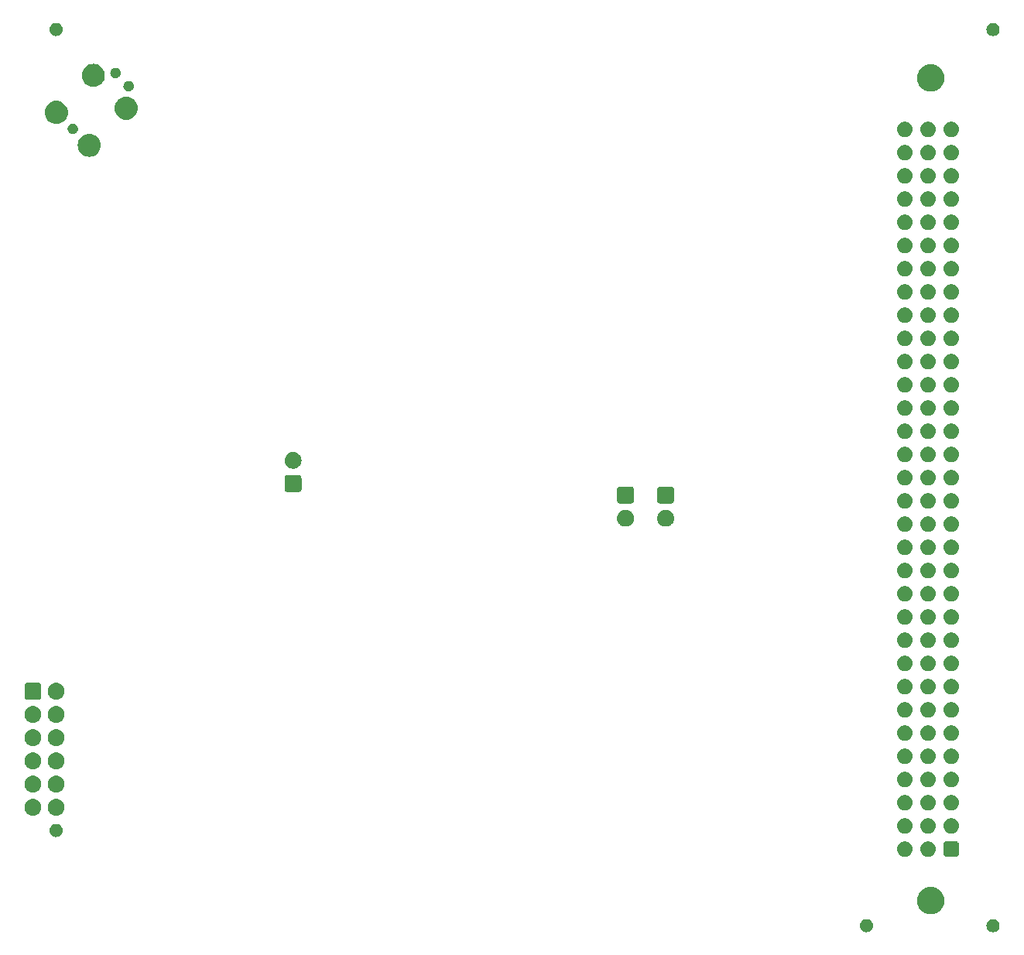
<source format=gbs>
G04 #@! TF.GenerationSoftware,KiCad,Pcbnew,7.0.10*
G04 #@! TF.CreationDate,2024-04-24T04:09:26-04:00*
G04 #@! TF.ProjectId,WarpSE,57617270-5345-42e6-9b69-6361645f7063,1.0*
G04 #@! TF.SameCoordinates,Original*
G04 #@! TF.FileFunction,Soldermask,Bot*
G04 #@! TF.FilePolarity,Negative*
%FSLAX46Y46*%
G04 Gerber Fmt 4.6, Leading zero omitted, Abs format (unit mm)*
G04 Created by KiCad (PCBNEW 7.0.10) date 2024-04-24 04:09:26*
%MOMM*%
%LPD*%
G01*
G04 APERTURE LIST*
G04 APERTURE END LIST*
G36*
X196630105Y-137216152D02*
G01*
X196783132Y-137269699D01*
X196920407Y-137355954D01*
X197035046Y-137470593D01*
X197121301Y-137607868D01*
X197174848Y-137760895D01*
X197193000Y-137922000D01*
X197174848Y-138083105D01*
X197121301Y-138236132D01*
X197035046Y-138373407D01*
X196920407Y-138488046D01*
X196783132Y-138574301D01*
X196630105Y-138627848D01*
X196469000Y-138646000D01*
X196307895Y-138627848D01*
X196154868Y-138574301D01*
X196017593Y-138488046D01*
X195902954Y-138373407D01*
X195816699Y-138236132D01*
X195763152Y-138083105D01*
X195745000Y-137922000D01*
X195763152Y-137760895D01*
X195816699Y-137607868D01*
X195902954Y-137470593D01*
X196017593Y-137355954D01*
X196154868Y-137269699D01*
X196307895Y-137216152D01*
X196469000Y-137198000D01*
X196630105Y-137216152D01*
G37*
G36*
X210473105Y-137216152D02*
G01*
X210626132Y-137269699D01*
X210763407Y-137355954D01*
X210878046Y-137470593D01*
X210964301Y-137607868D01*
X211017848Y-137760895D01*
X211036000Y-137922000D01*
X211017848Y-138083105D01*
X210964301Y-138236132D01*
X210878046Y-138373407D01*
X210763407Y-138488046D01*
X210626132Y-138574301D01*
X210473105Y-138627848D01*
X210312000Y-138646000D01*
X210150895Y-138627848D01*
X209997868Y-138574301D01*
X209860593Y-138488046D01*
X209745954Y-138373407D01*
X209659699Y-138236132D01*
X209606152Y-138083105D01*
X209588000Y-137922000D01*
X209606152Y-137760895D01*
X209659699Y-137607868D01*
X209745954Y-137470593D01*
X209860593Y-137355954D01*
X209997868Y-137269699D01*
X210150895Y-137216152D01*
X210312000Y-137198000D01*
X210473105Y-137216152D01*
G37*
G36*
X203562656Y-133673927D02*
G01*
X203623968Y-133673927D01*
X203678694Y-133683059D01*
X203734803Y-133687475D01*
X203802379Y-133703698D01*
X203868523Y-133714736D01*
X203915433Y-133730840D01*
X203963841Y-133742462D01*
X204034305Y-133771649D01*
X204103025Y-133795241D01*
X204141408Y-133816013D01*
X204181438Y-133832594D01*
X204252390Y-133876073D01*
X204321079Y-133913246D01*
X204350800Y-133936379D01*
X204382269Y-133955663D01*
X204451028Y-134014390D01*
X204516735Y-134065531D01*
X204538171Y-134088817D01*
X204561369Y-134108630D01*
X204625075Y-134183219D01*
X204684658Y-134247944D01*
X204698660Y-134269376D01*
X204714336Y-134287730D01*
X204770042Y-134378634D01*
X204820266Y-134455508D01*
X204828113Y-134473399D01*
X204837405Y-134488561D01*
X204882182Y-134596662D01*
X204919861Y-134682561D01*
X204923161Y-134695595D01*
X204927537Y-134706158D01*
X204958565Y-134835400D01*
X204980726Y-134922911D01*
X204981332Y-134930234D01*
X204982524Y-134935196D01*
X204997277Y-135122657D01*
X205001200Y-135170000D01*
X204997276Y-135217346D01*
X204982524Y-135404803D01*
X204981332Y-135409764D01*
X204980726Y-135417089D01*
X204958560Y-135504617D01*
X204927537Y-135633841D01*
X204923162Y-135644402D01*
X204919861Y-135657439D01*
X204882174Y-135743354D01*
X204837405Y-135851438D01*
X204828115Y-135866597D01*
X204820266Y-135884492D01*
X204770032Y-135961380D01*
X204714336Y-136052269D01*
X204698663Y-136070619D01*
X204684658Y-136092056D01*
X204625063Y-136156792D01*
X204561369Y-136231369D01*
X204538176Y-136251177D01*
X204516735Y-136274469D01*
X204451015Y-136325620D01*
X204382269Y-136384336D01*
X204350806Y-136403616D01*
X204321079Y-136426754D01*
X204252376Y-136463933D01*
X204181438Y-136507405D01*
X204141416Y-136523982D01*
X204103025Y-136544759D01*
X204034291Y-136568355D01*
X203963841Y-136597537D01*
X203915442Y-136609156D01*
X203868523Y-136625264D01*
X203802365Y-136636303D01*
X203734803Y-136652524D01*
X203678706Y-136656938D01*
X203623968Y-136666073D01*
X203562643Y-136666073D01*
X203500000Y-136671003D01*
X203437357Y-136666073D01*
X203376032Y-136666073D01*
X203321294Y-136656938D01*
X203265196Y-136652524D01*
X203197631Y-136636303D01*
X203131477Y-136625264D01*
X203084559Y-136609157D01*
X203036158Y-136597537D01*
X202965702Y-136568353D01*
X202896975Y-136544759D01*
X202858586Y-136523984D01*
X202818561Y-136507405D01*
X202747614Y-136463929D01*
X202678921Y-136426754D01*
X202649197Y-136403619D01*
X202617730Y-136384336D01*
X202548972Y-136325611D01*
X202483265Y-136274469D01*
X202461827Y-136251181D01*
X202438630Y-136231369D01*
X202374922Y-136156777D01*
X202315342Y-136092056D01*
X202301339Y-136070624D01*
X202285663Y-136052269D01*
X202229951Y-135961355D01*
X202179734Y-135884492D01*
X202171887Y-135866603D01*
X202162594Y-135851438D01*
X202117807Y-135743313D01*
X202080139Y-135657439D01*
X202076839Y-135644408D01*
X202072462Y-135633841D01*
X202041420Y-135504541D01*
X202019274Y-135417089D01*
X202018667Y-135409770D01*
X202017475Y-135404803D01*
X202002703Y-135217106D01*
X201998800Y-135170000D01*
X202002702Y-135122897D01*
X202017475Y-134935196D01*
X202018667Y-134930228D01*
X202019274Y-134922911D01*
X202041415Y-134835476D01*
X202072462Y-134706158D01*
X202076839Y-134695588D01*
X202080139Y-134682561D01*
X202117799Y-134596702D01*
X202162594Y-134488561D01*
X202171888Y-134473393D01*
X202179734Y-134455508D01*
X202229941Y-134378659D01*
X202285663Y-134287730D01*
X202301342Y-134269371D01*
X202315342Y-134247944D01*
X202374910Y-134183235D01*
X202438630Y-134108630D01*
X202461831Y-134088813D01*
X202483265Y-134065531D01*
X202548959Y-134014398D01*
X202617730Y-133955663D01*
X202649203Y-133936376D01*
X202678921Y-133913246D01*
X202747600Y-133876078D01*
X202818561Y-133832594D01*
X202858594Y-133816011D01*
X202896975Y-133795241D01*
X202965688Y-133771651D01*
X203036158Y-133742462D01*
X203084569Y-133730839D01*
X203131477Y-133714736D01*
X203197617Y-133703699D01*
X203265196Y-133687475D01*
X203321305Y-133683059D01*
X203376032Y-133673927D01*
X203437344Y-133673927D01*
X203500000Y-133668996D01*
X203562656Y-133673927D01*
G37*
G36*
X206349428Y-128699915D02*
G01*
X206359325Y-128704530D01*
X206365556Y-128705517D01*
X206409942Y-128728133D01*
X206452101Y-128747792D01*
X206455816Y-128751507D01*
X206456269Y-128751738D01*
X206528261Y-128823730D01*
X206528491Y-128824182D01*
X206532208Y-128827899D01*
X206551872Y-128870068D01*
X206574482Y-128914443D01*
X206575468Y-128920672D01*
X206580085Y-128930572D01*
X206591199Y-129015000D01*
X206591199Y-129019987D01*
X206591200Y-129019994D01*
X206591200Y-129716902D01*
X206591200Y-130065001D01*
X206580085Y-130149428D01*
X206575468Y-130159328D01*
X206574482Y-130165556D01*
X206551877Y-130209919D01*
X206532208Y-130252101D01*
X206528490Y-130255818D01*
X206528261Y-130256269D01*
X206456269Y-130328261D01*
X206455818Y-130328490D01*
X206452101Y-130332208D01*
X206409919Y-130351877D01*
X206365556Y-130374482D01*
X206359328Y-130375468D01*
X206349428Y-130380085D01*
X206265000Y-130391199D01*
X206260011Y-130391199D01*
X206260005Y-130391200D01*
X205219995Y-130391200D01*
X205219994Y-130391199D01*
X205214999Y-130391200D01*
X205130572Y-130380085D01*
X205120672Y-130375468D01*
X205114443Y-130374482D01*
X205070068Y-130351872D01*
X205027899Y-130332208D01*
X205024182Y-130328491D01*
X205023730Y-130328261D01*
X204951738Y-130256269D01*
X204951507Y-130255816D01*
X204947792Y-130252101D01*
X204928133Y-130209942D01*
X204905517Y-130165556D01*
X204904530Y-130159325D01*
X204899915Y-130149428D01*
X204888801Y-130065000D01*
X204888800Y-130060011D01*
X204888800Y-130060005D01*
X204888800Y-129019994D01*
X204888800Y-129019993D01*
X204888800Y-129014999D01*
X204899915Y-128930572D01*
X204904529Y-128920675D01*
X204905517Y-128914443D01*
X204928138Y-128870045D01*
X204947792Y-128827899D01*
X204951506Y-128824184D01*
X204951738Y-128823730D01*
X205023730Y-128751738D01*
X205024184Y-128751506D01*
X205027899Y-128747792D01*
X205070045Y-128728138D01*
X205114443Y-128705517D01*
X205120675Y-128704529D01*
X205130572Y-128699915D01*
X205215000Y-128688801D01*
X205219988Y-128688800D01*
X205219995Y-128688800D01*
X206260005Y-128688800D01*
X206265001Y-128688800D01*
X206349428Y-128699915D01*
G37*
G36*
X200923035Y-128730461D02*
G01*
X201085600Y-128802839D01*
X201229564Y-128907435D01*
X201348635Y-129039677D01*
X201437610Y-129193786D01*
X201492599Y-129363026D01*
X201511200Y-129540000D01*
X201492599Y-129716974D01*
X201437610Y-129886214D01*
X201348635Y-130040323D01*
X201229564Y-130172565D01*
X201085600Y-130277161D01*
X200923035Y-130349539D01*
X200748975Y-130386537D01*
X200571025Y-130386537D01*
X200396965Y-130349539D01*
X200234400Y-130277161D01*
X200090436Y-130172565D01*
X199971365Y-130040323D01*
X199882390Y-129886214D01*
X199827401Y-129716974D01*
X199808800Y-129540000D01*
X199827401Y-129363026D01*
X199882390Y-129193786D01*
X199971365Y-129039677D01*
X200090436Y-128907435D01*
X200234400Y-128802839D01*
X200396965Y-128730461D01*
X200571025Y-128693463D01*
X200748975Y-128693463D01*
X200923035Y-128730461D01*
G37*
G36*
X203463035Y-128730461D02*
G01*
X203625600Y-128802839D01*
X203769564Y-128907435D01*
X203888635Y-129039677D01*
X203977610Y-129193786D01*
X204032599Y-129363026D01*
X204051200Y-129540000D01*
X204032599Y-129716974D01*
X203977610Y-129886214D01*
X203888635Y-130040323D01*
X203769564Y-130172565D01*
X203625600Y-130277161D01*
X203463035Y-130349539D01*
X203288975Y-130386537D01*
X203111025Y-130386537D01*
X202936965Y-130349539D01*
X202774400Y-130277161D01*
X202630436Y-130172565D01*
X202511365Y-130040323D01*
X202422390Y-129886214D01*
X202367401Y-129716974D01*
X202348800Y-129540000D01*
X202367401Y-129363026D01*
X202422390Y-129193786D01*
X202511365Y-129039677D01*
X202630436Y-128907435D01*
X202774400Y-128802839D01*
X202936965Y-128730461D01*
X203111025Y-128693463D01*
X203288975Y-128693463D01*
X203463035Y-128730461D01*
G37*
G36*
X107984105Y-126802152D02*
G01*
X108137132Y-126855699D01*
X108274407Y-126941954D01*
X108389046Y-127056593D01*
X108475301Y-127193868D01*
X108528848Y-127346895D01*
X108547000Y-127508000D01*
X108528848Y-127669105D01*
X108475301Y-127822132D01*
X108389046Y-127959407D01*
X108274407Y-128074046D01*
X108137132Y-128160301D01*
X107984105Y-128213848D01*
X107823000Y-128232000D01*
X107661895Y-128213848D01*
X107508868Y-128160301D01*
X107371593Y-128074046D01*
X107256954Y-127959407D01*
X107170699Y-127822132D01*
X107117152Y-127669105D01*
X107099000Y-127508000D01*
X107117152Y-127346895D01*
X107170699Y-127193868D01*
X107256954Y-127056593D01*
X107371593Y-126941954D01*
X107508868Y-126855699D01*
X107661895Y-126802152D01*
X107823000Y-126784000D01*
X107984105Y-126802152D01*
G37*
G36*
X200923035Y-126190461D02*
G01*
X201085600Y-126262839D01*
X201229564Y-126367435D01*
X201348635Y-126499677D01*
X201437610Y-126653786D01*
X201492599Y-126823026D01*
X201511200Y-127000000D01*
X201492599Y-127176974D01*
X201437610Y-127346214D01*
X201348635Y-127500323D01*
X201229564Y-127632565D01*
X201085600Y-127737161D01*
X200923035Y-127809539D01*
X200748975Y-127846537D01*
X200571025Y-127846537D01*
X200396965Y-127809539D01*
X200234400Y-127737161D01*
X200090436Y-127632565D01*
X199971365Y-127500323D01*
X199882390Y-127346214D01*
X199827401Y-127176974D01*
X199808800Y-127000000D01*
X199827401Y-126823026D01*
X199882390Y-126653786D01*
X199971365Y-126499677D01*
X200090436Y-126367435D01*
X200234400Y-126262839D01*
X200396965Y-126190461D01*
X200571025Y-126153463D01*
X200748975Y-126153463D01*
X200923035Y-126190461D01*
G37*
G36*
X203463035Y-126190461D02*
G01*
X203625600Y-126262839D01*
X203769564Y-126367435D01*
X203888635Y-126499677D01*
X203977610Y-126653786D01*
X204032599Y-126823026D01*
X204051200Y-127000000D01*
X204032599Y-127176974D01*
X203977610Y-127346214D01*
X203888635Y-127500323D01*
X203769564Y-127632565D01*
X203625600Y-127737161D01*
X203463035Y-127809539D01*
X203288975Y-127846537D01*
X203111025Y-127846537D01*
X202936965Y-127809539D01*
X202774400Y-127737161D01*
X202630436Y-127632565D01*
X202511365Y-127500323D01*
X202422390Y-127346214D01*
X202367401Y-127176974D01*
X202348800Y-127000000D01*
X202367401Y-126823026D01*
X202422390Y-126653786D01*
X202511365Y-126499677D01*
X202630436Y-126367435D01*
X202774400Y-126262839D01*
X202936965Y-126190461D01*
X203111025Y-126153463D01*
X203288975Y-126153463D01*
X203463035Y-126190461D01*
G37*
G36*
X206003035Y-126190461D02*
G01*
X206165600Y-126262839D01*
X206309564Y-126367435D01*
X206428635Y-126499677D01*
X206517610Y-126653786D01*
X206572599Y-126823026D01*
X206591200Y-127000000D01*
X206572599Y-127176974D01*
X206517610Y-127346214D01*
X206428635Y-127500323D01*
X206309564Y-127632565D01*
X206165600Y-127737161D01*
X206003035Y-127809539D01*
X205828975Y-127846537D01*
X205651025Y-127846537D01*
X205476965Y-127809539D01*
X205314400Y-127737161D01*
X205170436Y-127632565D01*
X205051365Y-127500323D01*
X204962390Y-127346214D01*
X204907401Y-127176974D01*
X204888800Y-127000000D01*
X204907401Y-126823026D01*
X204962390Y-126653786D01*
X205051365Y-126499677D01*
X205170436Y-126367435D01*
X205314400Y-126262839D01*
X205476965Y-126190461D01*
X205651025Y-126153463D01*
X205828975Y-126153463D01*
X206003035Y-126190461D01*
G37*
G36*
X105331402Y-124046874D02*
G01*
X105379814Y-124046874D01*
X105421615Y-124055759D01*
X105463630Y-124059897D01*
X105516411Y-124075908D01*
X105569212Y-124087131D01*
X105603000Y-124102174D01*
X105637325Y-124112587D01*
X105691873Y-124141743D01*
X105746100Y-124165887D01*
X105771310Y-124184203D01*
X105797399Y-124198148D01*
X105850618Y-124241823D01*
X105902749Y-124279699D01*
X105919674Y-124298497D01*
X105937705Y-124313294D01*
X105986154Y-124372330D01*
X106032312Y-124423593D01*
X106042009Y-124440389D01*
X106052851Y-124453600D01*
X106092961Y-124528642D01*
X106129126Y-124591281D01*
X106133285Y-124604083D01*
X106138412Y-124613674D01*
X106166680Y-124706862D01*
X106188960Y-124775432D01*
X106189744Y-124782892D01*
X106191102Y-124787369D01*
X106204308Y-124921457D01*
X106209200Y-124968000D01*
X106204307Y-125014546D01*
X106191102Y-125148630D01*
X106189744Y-125153105D01*
X106188960Y-125160568D01*
X106166675Y-125229151D01*
X106138412Y-125322325D01*
X106133286Y-125331914D01*
X106129126Y-125344719D01*
X106092954Y-125407370D01*
X106052851Y-125482399D01*
X106042011Y-125495607D01*
X106032312Y-125512407D01*
X105986145Y-125563679D01*
X105937705Y-125622705D01*
X105919678Y-125637499D01*
X105902749Y-125656301D01*
X105850607Y-125694183D01*
X105797399Y-125737851D01*
X105771315Y-125751792D01*
X105746100Y-125770113D01*
X105691862Y-125794261D01*
X105637325Y-125823412D01*
X105603007Y-125833822D01*
X105569212Y-125848869D01*
X105516400Y-125860094D01*
X105463630Y-125876102D01*
X105421624Y-125880239D01*
X105379814Y-125889126D01*
X105331391Y-125889126D01*
X105283000Y-125893892D01*
X105234608Y-125889126D01*
X105186186Y-125889126D01*
X105144376Y-125880239D01*
X105102369Y-125876102D01*
X105049596Y-125860093D01*
X104996788Y-125848869D01*
X104962994Y-125833822D01*
X104928674Y-125823412D01*
X104874131Y-125794258D01*
X104819900Y-125770113D01*
X104794687Y-125751794D01*
X104768600Y-125737851D01*
X104715383Y-125694177D01*
X104663251Y-125656301D01*
X104646324Y-125637502D01*
X104628294Y-125622705D01*
X104579843Y-125563667D01*
X104533688Y-125512407D01*
X104523991Y-125495611D01*
X104513148Y-125482399D01*
X104473032Y-125407347D01*
X104436874Y-125344719D01*
X104432714Y-125331918D01*
X104427587Y-125322325D01*
X104399308Y-125229105D01*
X104377040Y-125160568D01*
X104376256Y-125153110D01*
X104374897Y-125148630D01*
X104361676Y-125014394D01*
X104356800Y-124968000D01*
X104361675Y-124921608D01*
X104374897Y-124787369D01*
X104376256Y-124782887D01*
X104377040Y-124775432D01*
X104399304Y-124706908D01*
X104427587Y-124613674D01*
X104432715Y-124604078D01*
X104436874Y-124591281D01*
X104473024Y-124528665D01*
X104513148Y-124453600D01*
X104523993Y-124440385D01*
X104533688Y-124423593D01*
X104579833Y-124372342D01*
X104628294Y-124313294D01*
X104646327Y-124298494D01*
X104663251Y-124279699D01*
X104715373Y-124241830D01*
X104768600Y-124198148D01*
X104794692Y-124184201D01*
X104819900Y-124165887D01*
X104874120Y-124141746D01*
X104928674Y-124112587D01*
X104963001Y-124102173D01*
X104996788Y-124087131D01*
X105049585Y-124075908D01*
X105102369Y-124059897D01*
X105144384Y-124055758D01*
X105186186Y-124046874D01*
X105234598Y-124046874D01*
X105283000Y-124042107D01*
X105331402Y-124046874D01*
G37*
G36*
X107871402Y-124046874D02*
G01*
X107919814Y-124046874D01*
X107961615Y-124055759D01*
X108003630Y-124059897D01*
X108056411Y-124075908D01*
X108109212Y-124087131D01*
X108143000Y-124102174D01*
X108177325Y-124112587D01*
X108231873Y-124141743D01*
X108286100Y-124165887D01*
X108311310Y-124184203D01*
X108337399Y-124198148D01*
X108390618Y-124241823D01*
X108442749Y-124279699D01*
X108459674Y-124298497D01*
X108477705Y-124313294D01*
X108526154Y-124372330D01*
X108572312Y-124423593D01*
X108582009Y-124440389D01*
X108592851Y-124453600D01*
X108632961Y-124528642D01*
X108669126Y-124591281D01*
X108673285Y-124604083D01*
X108678412Y-124613674D01*
X108706680Y-124706862D01*
X108728960Y-124775432D01*
X108729744Y-124782892D01*
X108731102Y-124787369D01*
X108744308Y-124921457D01*
X108749200Y-124968000D01*
X108744307Y-125014546D01*
X108731102Y-125148630D01*
X108729744Y-125153105D01*
X108728960Y-125160568D01*
X108706675Y-125229151D01*
X108678412Y-125322325D01*
X108673286Y-125331914D01*
X108669126Y-125344719D01*
X108632954Y-125407370D01*
X108592851Y-125482399D01*
X108582011Y-125495607D01*
X108572312Y-125512407D01*
X108526145Y-125563679D01*
X108477705Y-125622705D01*
X108459678Y-125637499D01*
X108442749Y-125656301D01*
X108390607Y-125694183D01*
X108337399Y-125737851D01*
X108311315Y-125751792D01*
X108286100Y-125770113D01*
X108231862Y-125794261D01*
X108177325Y-125823412D01*
X108143007Y-125833822D01*
X108109212Y-125848869D01*
X108056400Y-125860094D01*
X108003630Y-125876102D01*
X107961624Y-125880239D01*
X107919814Y-125889126D01*
X107871391Y-125889126D01*
X107823000Y-125893892D01*
X107774608Y-125889126D01*
X107726186Y-125889126D01*
X107684376Y-125880239D01*
X107642369Y-125876102D01*
X107589596Y-125860093D01*
X107536788Y-125848869D01*
X107502994Y-125833822D01*
X107468674Y-125823412D01*
X107414131Y-125794258D01*
X107359900Y-125770113D01*
X107334687Y-125751794D01*
X107308600Y-125737851D01*
X107255383Y-125694177D01*
X107203251Y-125656301D01*
X107186324Y-125637502D01*
X107168294Y-125622705D01*
X107119843Y-125563667D01*
X107073688Y-125512407D01*
X107063991Y-125495611D01*
X107053148Y-125482399D01*
X107013032Y-125407347D01*
X106976874Y-125344719D01*
X106972714Y-125331918D01*
X106967587Y-125322325D01*
X106939308Y-125229105D01*
X106917040Y-125160568D01*
X106916256Y-125153110D01*
X106914897Y-125148630D01*
X106901676Y-125014394D01*
X106896800Y-124968000D01*
X106901675Y-124921608D01*
X106914897Y-124787369D01*
X106916256Y-124782887D01*
X106917040Y-124775432D01*
X106939304Y-124706908D01*
X106967587Y-124613674D01*
X106972715Y-124604078D01*
X106976874Y-124591281D01*
X107013024Y-124528665D01*
X107053148Y-124453600D01*
X107063993Y-124440385D01*
X107073688Y-124423593D01*
X107119833Y-124372342D01*
X107168294Y-124313294D01*
X107186327Y-124298494D01*
X107203251Y-124279699D01*
X107255373Y-124241830D01*
X107308600Y-124198148D01*
X107334692Y-124184201D01*
X107359900Y-124165887D01*
X107414120Y-124141746D01*
X107468674Y-124112587D01*
X107503001Y-124102173D01*
X107536788Y-124087131D01*
X107589585Y-124075908D01*
X107642369Y-124059897D01*
X107684384Y-124055758D01*
X107726186Y-124046874D01*
X107774598Y-124046874D01*
X107823000Y-124042107D01*
X107871402Y-124046874D01*
G37*
G36*
X200923035Y-123650461D02*
G01*
X201085600Y-123722839D01*
X201229564Y-123827435D01*
X201348635Y-123959677D01*
X201437610Y-124113786D01*
X201492599Y-124283026D01*
X201511200Y-124460000D01*
X201492599Y-124636974D01*
X201437610Y-124806214D01*
X201348635Y-124960323D01*
X201229564Y-125092565D01*
X201085600Y-125197161D01*
X200923035Y-125269539D01*
X200748975Y-125306537D01*
X200571025Y-125306537D01*
X200396965Y-125269539D01*
X200234400Y-125197161D01*
X200090436Y-125092565D01*
X199971365Y-124960323D01*
X199882390Y-124806214D01*
X199827401Y-124636974D01*
X199808800Y-124460000D01*
X199827401Y-124283026D01*
X199882390Y-124113786D01*
X199971365Y-123959677D01*
X200090436Y-123827435D01*
X200234400Y-123722839D01*
X200396965Y-123650461D01*
X200571025Y-123613463D01*
X200748975Y-123613463D01*
X200923035Y-123650461D01*
G37*
G36*
X203463035Y-123650461D02*
G01*
X203625600Y-123722839D01*
X203769564Y-123827435D01*
X203888635Y-123959677D01*
X203977610Y-124113786D01*
X204032599Y-124283026D01*
X204051200Y-124460000D01*
X204032599Y-124636974D01*
X203977610Y-124806214D01*
X203888635Y-124960323D01*
X203769564Y-125092565D01*
X203625600Y-125197161D01*
X203463035Y-125269539D01*
X203288975Y-125306537D01*
X203111025Y-125306537D01*
X202936965Y-125269539D01*
X202774400Y-125197161D01*
X202630436Y-125092565D01*
X202511365Y-124960323D01*
X202422390Y-124806214D01*
X202367401Y-124636974D01*
X202348800Y-124460000D01*
X202367401Y-124283026D01*
X202422390Y-124113786D01*
X202511365Y-123959677D01*
X202630436Y-123827435D01*
X202774400Y-123722839D01*
X202936965Y-123650461D01*
X203111025Y-123613463D01*
X203288975Y-123613463D01*
X203463035Y-123650461D01*
G37*
G36*
X206003035Y-123650461D02*
G01*
X206165600Y-123722839D01*
X206309564Y-123827435D01*
X206428635Y-123959677D01*
X206517610Y-124113786D01*
X206572599Y-124283026D01*
X206591200Y-124460000D01*
X206572599Y-124636974D01*
X206517610Y-124806214D01*
X206428635Y-124960323D01*
X206309564Y-125092565D01*
X206165600Y-125197161D01*
X206003035Y-125269539D01*
X205828975Y-125306537D01*
X205651025Y-125306537D01*
X205476965Y-125269539D01*
X205314400Y-125197161D01*
X205170436Y-125092565D01*
X205051365Y-124960323D01*
X204962390Y-124806214D01*
X204907401Y-124636974D01*
X204888800Y-124460000D01*
X204907401Y-124283026D01*
X204962390Y-124113786D01*
X205051365Y-123959677D01*
X205170436Y-123827435D01*
X205314400Y-123722839D01*
X205476965Y-123650461D01*
X205651025Y-123613463D01*
X205828975Y-123613463D01*
X206003035Y-123650461D01*
G37*
G36*
X105331402Y-121506874D02*
G01*
X105379814Y-121506874D01*
X105421615Y-121515759D01*
X105463630Y-121519897D01*
X105516411Y-121535908D01*
X105569212Y-121547131D01*
X105603000Y-121562174D01*
X105637325Y-121572587D01*
X105691873Y-121601743D01*
X105746100Y-121625887D01*
X105771310Y-121644203D01*
X105797399Y-121658148D01*
X105850618Y-121701823D01*
X105902749Y-121739699D01*
X105919674Y-121758497D01*
X105937705Y-121773294D01*
X105986154Y-121832330D01*
X106032312Y-121883593D01*
X106042009Y-121900389D01*
X106052851Y-121913600D01*
X106092961Y-121988642D01*
X106129126Y-122051281D01*
X106133285Y-122064083D01*
X106138412Y-122073674D01*
X106166680Y-122166862D01*
X106188960Y-122235432D01*
X106189744Y-122242892D01*
X106191102Y-122247369D01*
X106204308Y-122381457D01*
X106209200Y-122428000D01*
X106204307Y-122474546D01*
X106191102Y-122608630D01*
X106189744Y-122613105D01*
X106188960Y-122620568D01*
X106166675Y-122689151D01*
X106138412Y-122782325D01*
X106133286Y-122791914D01*
X106129126Y-122804719D01*
X106092954Y-122867370D01*
X106052851Y-122942399D01*
X106042011Y-122955607D01*
X106032312Y-122972407D01*
X105986145Y-123023679D01*
X105937705Y-123082705D01*
X105919678Y-123097499D01*
X105902749Y-123116301D01*
X105850607Y-123154183D01*
X105797399Y-123197851D01*
X105771315Y-123211792D01*
X105746100Y-123230113D01*
X105691862Y-123254261D01*
X105637325Y-123283412D01*
X105603007Y-123293822D01*
X105569212Y-123308869D01*
X105516400Y-123320094D01*
X105463630Y-123336102D01*
X105421624Y-123340239D01*
X105379814Y-123349126D01*
X105331391Y-123349126D01*
X105283000Y-123353892D01*
X105234608Y-123349126D01*
X105186186Y-123349126D01*
X105144376Y-123340239D01*
X105102369Y-123336102D01*
X105049596Y-123320093D01*
X104996788Y-123308869D01*
X104962994Y-123293822D01*
X104928674Y-123283412D01*
X104874131Y-123254258D01*
X104819900Y-123230113D01*
X104794687Y-123211794D01*
X104768600Y-123197851D01*
X104715383Y-123154177D01*
X104663251Y-123116301D01*
X104646324Y-123097502D01*
X104628294Y-123082705D01*
X104579843Y-123023667D01*
X104533688Y-122972407D01*
X104523991Y-122955611D01*
X104513148Y-122942399D01*
X104473032Y-122867347D01*
X104436874Y-122804719D01*
X104432714Y-122791918D01*
X104427587Y-122782325D01*
X104399308Y-122689105D01*
X104377040Y-122620568D01*
X104376256Y-122613110D01*
X104374897Y-122608630D01*
X104361676Y-122474394D01*
X104356800Y-122428000D01*
X104361675Y-122381608D01*
X104374897Y-122247369D01*
X104376256Y-122242887D01*
X104377040Y-122235432D01*
X104399304Y-122166908D01*
X104427587Y-122073674D01*
X104432715Y-122064078D01*
X104436874Y-122051281D01*
X104473024Y-121988665D01*
X104513148Y-121913600D01*
X104523993Y-121900385D01*
X104533688Y-121883593D01*
X104579833Y-121832342D01*
X104628294Y-121773294D01*
X104646327Y-121758494D01*
X104663251Y-121739699D01*
X104715373Y-121701830D01*
X104768600Y-121658148D01*
X104794692Y-121644201D01*
X104819900Y-121625887D01*
X104874120Y-121601746D01*
X104928674Y-121572587D01*
X104963001Y-121562173D01*
X104996788Y-121547131D01*
X105049585Y-121535908D01*
X105102369Y-121519897D01*
X105144384Y-121515758D01*
X105186186Y-121506874D01*
X105234598Y-121506874D01*
X105283000Y-121502107D01*
X105331402Y-121506874D01*
G37*
G36*
X107871402Y-121506874D02*
G01*
X107919814Y-121506874D01*
X107961615Y-121515759D01*
X108003630Y-121519897D01*
X108056411Y-121535908D01*
X108109212Y-121547131D01*
X108143000Y-121562174D01*
X108177325Y-121572587D01*
X108231873Y-121601743D01*
X108286100Y-121625887D01*
X108311310Y-121644203D01*
X108337399Y-121658148D01*
X108390618Y-121701823D01*
X108442749Y-121739699D01*
X108459674Y-121758497D01*
X108477705Y-121773294D01*
X108526154Y-121832330D01*
X108572312Y-121883593D01*
X108582009Y-121900389D01*
X108592851Y-121913600D01*
X108632961Y-121988642D01*
X108669126Y-122051281D01*
X108673285Y-122064083D01*
X108678412Y-122073674D01*
X108706680Y-122166862D01*
X108728960Y-122235432D01*
X108729744Y-122242892D01*
X108731102Y-122247369D01*
X108744308Y-122381457D01*
X108749200Y-122428000D01*
X108744307Y-122474546D01*
X108731102Y-122608630D01*
X108729744Y-122613105D01*
X108728960Y-122620568D01*
X108706675Y-122689151D01*
X108678412Y-122782325D01*
X108673286Y-122791914D01*
X108669126Y-122804719D01*
X108632954Y-122867370D01*
X108592851Y-122942399D01*
X108582011Y-122955607D01*
X108572312Y-122972407D01*
X108526145Y-123023679D01*
X108477705Y-123082705D01*
X108459678Y-123097499D01*
X108442749Y-123116301D01*
X108390607Y-123154183D01*
X108337399Y-123197851D01*
X108311315Y-123211792D01*
X108286100Y-123230113D01*
X108231862Y-123254261D01*
X108177325Y-123283412D01*
X108143007Y-123293822D01*
X108109212Y-123308869D01*
X108056400Y-123320094D01*
X108003630Y-123336102D01*
X107961624Y-123340239D01*
X107919814Y-123349126D01*
X107871391Y-123349126D01*
X107823000Y-123353892D01*
X107774608Y-123349126D01*
X107726186Y-123349126D01*
X107684376Y-123340239D01*
X107642369Y-123336102D01*
X107589596Y-123320093D01*
X107536788Y-123308869D01*
X107502994Y-123293822D01*
X107468674Y-123283412D01*
X107414131Y-123254258D01*
X107359900Y-123230113D01*
X107334687Y-123211794D01*
X107308600Y-123197851D01*
X107255383Y-123154177D01*
X107203251Y-123116301D01*
X107186324Y-123097502D01*
X107168294Y-123082705D01*
X107119843Y-123023667D01*
X107073688Y-122972407D01*
X107063991Y-122955611D01*
X107053148Y-122942399D01*
X107013032Y-122867347D01*
X106976874Y-122804719D01*
X106972714Y-122791918D01*
X106967587Y-122782325D01*
X106939308Y-122689105D01*
X106917040Y-122620568D01*
X106916256Y-122613110D01*
X106914897Y-122608630D01*
X106901676Y-122474394D01*
X106896800Y-122428000D01*
X106901675Y-122381608D01*
X106914897Y-122247369D01*
X106916256Y-122242887D01*
X106917040Y-122235432D01*
X106939304Y-122166908D01*
X106967587Y-122073674D01*
X106972715Y-122064078D01*
X106976874Y-122051281D01*
X107013024Y-121988665D01*
X107053148Y-121913600D01*
X107063993Y-121900385D01*
X107073688Y-121883593D01*
X107119833Y-121832342D01*
X107168294Y-121773294D01*
X107186327Y-121758494D01*
X107203251Y-121739699D01*
X107255373Y-121701830D01*
X107308600Y-121658148D01*
X107334692Y-121644201D01*
X107359900Y-121625887D01*
X107414120Y-121601746D01*
X107468674Y-121572587D01*
X107503001Y-121562173D01*
X107536788Y-121547131D01*
X107589585Y-121535908D01*
X107642369Y-121519897D01*
X107684384Y-121515758D01*
X107726186Y-121506874D01*
X107774598Y-121506874D01*
X107823000Y-121502107D01*
X107871402Y-121506874D01*
G37*
G36*
X200923035Y-121110461D02*
G01*
X201085600Y-121182839D01*
X201229564Y-121287435D01*
X201348635Y-121419677D01*
X201437610Y-121573786D01*
X201492599Y-121743026D01*
X201511200Y-121920000D01*
X201492599Y-122096974D01*
X201437610Y-122266214D01*
X201348635Y-122420323D01*
X201229564Y-122552565D01*
X201085600Y-122657161D01*
X200923035Y-122729539D01*
X200748975Y-122766537D01*
X200571025Y-122766537D01*
X200396965Y-122729539D01*
X200234400Y-122657161D01*
X200090436Y-122552565D01*
X199971365Y-122420323D01*
X199882390Y-122266214D01*
X199827401Y-122096974D01*
X199808800Y-121920000D01*
X199827401Y-121743026D01*
X199882390Y-121573786D01*
X199971365Y-121419677D01*
X200090436Y-121287435D01*
X200234400Y-121182839D01*
X200396965Y-121110461D01*
X200571025Y-121073463D01*
X200748975Y-121073463D01*
X200923035Y-121110461D01*
G37*
G36*
X203463035Y-121110461D02*
G01*
X203625600Y-121182839D01*
X203769564Y-121287435D01*
X203888635Y-121419677D01*
X203977610Y-121573786D01*
X204032599Y-121743026D01*
X204051200Y-121920000D01*
X204032599Y-122096974D01*
X203977610Y-122266214D01*
X203888635Y-122420323D01*
X203769564Y-122552565D01*
X203625600Y-122657161D01*
X203463035Y-122729539D01*
X203288975Y-122766537D01*
X203111025Y-122766537D01*
X202936965Y-122729539D01*
X202774400Y-122657161D01*
X202630436Y-122552565D01*
X202511365Y-122420323D01*
X202422390Y-122266214D01*
X202367401Y-122096974D01*
X202348800Y-121920000D01*
X202367401Y-121743026D01*
X202422390Y-121573786D01*
X202511365Y-121419677D01*
X202630436Y-121287435D01*
X202774400Y-121182839D01*
X202936965Y-121110461D01*
X203111025Y-121073463D01*
X203288975Y-121073463D01*
X203463035Y-121110461D01*
G37*
G36*
X206003035Y-121110461D02*
G01*
X206165600Y-121182839D01*
X206309564Y-121287435D01*
X206428635Y-121419677D01*
X206517610Y-121573786D01*
X206572599Y-121743026D01*
X206591200Y-121920000D01*
X206572599Y-122096974D01*
X206517610Y-122266214D01*
X206428635Y-122420323D01*
X206309564Y-122552565D01*
X206165600Y-122657161D01*
X206003035Y-122729539D01*
X205828975Y-122766537D01*
X205651025Y-122766537D01*
X205476965Y-122729539D01*
X205314400Y-122657161D01*
X205170436Y-122552565D01*
X205051365Y-122420323D01*
X204962390Y-122266214D01*
X204907401Y-122096974D01*
X204888800Y-121920000D01*
X204907401Y-121743026D01*
X204962390Y-121573786D01*
X205051365Y-121419677D01*
X205170436Y-121287435D01*
X205314400Y-121182839D01*
X205476965Y-121110461D01*
X205651025Y-121073463D01*
X205828975Y-121073463D01*
X206003035Y-121110461D01*
G37*
G36*
X105331402Y-118966874D02*
G01*
X105379814Y-118966874D01*
X105421615Y-118975759D01*
X105463630Y-118979897D01*
X105516411Y-118995908D01*
X105569212Y-119007131D01*
X105603000Y-119022174D01*
X105637325Y-119032587D01*
X105691873Y-119061743D01*
X105746100Y-119085887D01*
X105771310Y-119104203D01*
X105797399Y-119118148D01*
X105850618Y-119161823D01*
X105902749Y-119199699D01*
X105919674Y-119218497D01*
X105937705Y-119233294D01*
X105986154Y-119292330D01*
X106032312Y-119343593D01*
X106042009Y-119360389D01*
X106052851Y-119373600D01*
X106092961Y-119448642D01*
X106129126Y-119511281D01*
X106133285Y-119524083D01*
X106138412Y-119533674D01*
X106166680Y-119626862D01*
X106188960Y-119695432D01*
X106189744Y-119702892D01*
X106191102Y-119707369D01*
X106204308Y-119841457D01*
X106209200Y-119888000D01*
X106204307Y-119934546D01*
X106191102Y-120068630D01*
X106189744Y-120073105D01*
X106188960Y-120080568D01*
X106166675Y-120149151D01*
X106138412Y-120242325D01*
X106133286Y-120251914D01*
X106129126Y-120264719D01*
X106092954Y-120327370D01*
X106052851Y-120402399D01*
X106042011Y-120415607D01*
X106032312Y-120432407D01*
X105986145Y-120483679D01*
X105937705Y-120542705D01*
X105919678Y-120557499D01*
X105902749Y-120576301D01*
X105850607Y-120614183D01*
X105797399Y-120657851D01*
X105771315Y-120671792D01*
X105746100Y-120690113D01*
X105691862Y-120714261D01*
X105637325Y-120743412D01*
X105603007Y-120753822D01*
X105569212Y-120768869D01*
X105516400Y-120780094D01*
X105463630Y-120796102D01*
X105421624Y-120800239D01*
X105379814Y-120809126D01*
X105331391Y-120809126D01*
X105283000Y-120813892D01*
X105234608Y-120809126D01*
X105186186Y-120809126D01*
X105144376Y-120800239D01*
X105102369Y-120796102D01*
X105049596Y-120780093D01*
X104996788Y-120768869D01*
X104962994Y-120753822D01*
X104928674Y-120743412D01*
X104874131Y-120714258D01*
X104819900Y-120690113D01*
X104794687Y-120671794D01*
X104768600Y-120657851D01*
X104715383Y-120614177D01*
X104663251Y-120576301D01*
X104646324Y-120557502D01*
X104628294Y-120542705D01*
X104579843Y-120483667D01*
X104533688Y-120432407D01*
X104523991Y-120415611D01*
X104513148Y-120402399D01*
X104473032Y-120327347D01*
X104436874Y-120264719D01*
X104432714Y-120251918D01*
X104427587Y-120242325D01*
X104399308Y-120149105D01*
X104377040Y-120080568D01*
X104376256Y-120073110D01*
X104374897Y-120068630D01*
X104361676Y-119934394D01*
X104356800Y-119888000D01*
X104361675Y-119841608D01*
X104374897Y-119707369D01*
X104376256Y-119702887D01*
X104377040Y-119695432D01*
X104399304Y-119626908D01*
X104427587Y-119533674D01*
X104432715Y-119524078D01*
X104436874Y-119511281D01*
X104473024Y-119448665D01*
X104513148Y-119373600D01*
X104523993Y-119360385D01*
X104533688Y-119343593D01*
X104579833Y-119292342D01*
X104628294Y-119233294D01*
X104646327Y-119218494D01*
X104663251Y-119199699D01*
X104715373Y-119161830D01*
X104768600Y-119118148D01*
X104794692Y-119104201D01*
X104819900Y-119085887D01*
X104874120Y-119061746D01*
X104928674Y-119032587D01*
X104963001Y-119022173D01*
X104996788Y-119007131D01*
X105049585Y-118995908D01*
X105102369Y-118979897D01*
X105144384Y-118975758D01*
X105186186Y-118966874D01*
X105234598Y-118966874D01*
X105283000Y-118962107D01*
X105331402Y-118966874D01*
G37*
G36*
X107871402Y-118966874D02*
G01*
X107919814Y-118966874D01*
X107961615Y-118975759D01*
X108003630Y-118979897D01*
X108056411Y-118995908D01*
X108109212Y-119007131D01*
X108143000Y-119022174D01*
X108177325Y-119032587D01*
X108231873Y-119061743D01*
X108286100Y-119085887D01*
X108311310Y-119104203D01*
X108337399Y-119118148D01*
X108390618Y-119161823D01*
X108442749Y-119199699D01*
X108459674Y-119218497D01*
X108477705Y-119233294D01*
X108526154Y-119292330D01*
X108572312Y-119343593D01*
X108582009Y-119360389D01*
X108592851Y-119373600D01*
X108632961Y-119448642D01*
X108669126Y-119511281D01*
X108673285Y-119524083D01*
X108678412Y-119533674D01*
X108706680Y-119626862D01*
X108728960Y-119695432D01*
X108729744Y-119702892D01*
X108731102Y-119707369D01*
X108744308Y-119841457D01*
X108749200Y-119888000D01*
X108744307Y-119934546D01*
X108731102Y-120068630D01*
X108729744Y-120073105D01*
X108728960Y-120080568D01*
X108706675Y-120149151D01*
X108678412Y-120242325D01*
X108673286Y-120251914D01*
X108669126Y-120264719D01*
X108632954Y-120327370D01*
X108592851Y-120402399D01*
X108582011Y-120415607D01*
X108572312Y-120432407D01*
X108526145Y-120483679D01*
X108477705Y-120542705D01*
X108459678Y-120557499D01*
X108442749Y-120576301D01*
X108390607Y-120614183D01*
X108337399Y-120657851D01*
X108311315Y-120671792D01*
X108286100Y-120690113D01*
X108231862Y-120714261D01*
X108177325Y-120743412D01*
X108143007Y-120753822D01*
X108109212Y-120768869D01*
X108056400Y-120780094D01*
X108003630Y-120796102D01*
X107961624Y-120800239D01*
X107919814Y-120809126D01*
X107871391Y-120809126D01*
X107823000Y-120813892D01*
X107774608Y-120809126D01*
X107726186Y-120809126D01*
X107684376Y-120800239D01*
X107642369Y-120796102D01*
X107589596Y-120780093D01*
X107536788Y-120768869D01*
X107502994Y-120753822D01*
X107468674Y-120743412D01*
X107414131Y-120714258D01*
X107359900Y-120690113D01*
X107334687Y-120671794D01*
X107308600Y-120657851D01*
X107255383Y-120614177D01*
X107203251Y-120576301D01*
X107186324Y-120557502D01*
X107168294Y-120542705D01*
X107119843Y-120483667D01*
X107073688Y-120432407D01*
X107063991Y-120415611D01*
X107053148Y-120402399D01*
X107013032Y-120327347D01*
X106976874Y-120264719D01*
X106972714Y-120251918D01*
X106967587Y-120242325D01*
X106939308Y-120149105D01*
X106917040Y-120080568D01*
X106916256Y-120073110D01*
X106914897Y-120068630D01*
X106901676Y-119934394D01*
X106896800Y-119888000D01*
X106901675Y-119841608D01*
X106914897Y-119707369D01*
X106916256Y-119702887D01*
X106917040Y-119695432D01*
X106939304Y-119626908D01*
X106967587Y-119533674D01*
X106972715Y-119524078D01*
X106976874Y-119511281D01*
X107013024Y-119448665D01*
X107053148Y-119373600D01*
X107063993Y-119360385D01*
X107073688Y-119343593D01*
X107119833Y-119292342D01*
X107168294Y-119233294D01*
X107186327Y-119218494D01*
X107203251Y-119199699D01*
X107255373Y-119161830D01*
X107308600Y-119118148D01*
X107334692Y-119104201D01*
X107359900Y-119085887D01*
X107414120Y-119061746D01*
X107468674Y-119032587D01*
X107503001Y-119022173D01*
X107536788Y-119007131D01*
X107589585Y-118995908D01*
X107642369Y-118979897D01*
X107684384Y-118975758D01*
X107726186Y-118966874D01*
X107774598Y-118966874D01*
X107823000Y-118962107D01*
X107871402Y-118966874D01*
G37*
G36*
X200923035Y-118570461D02*
G01*
X201085600Y-118642839D01*
X201229564Y-118747435D01*
X201348635Y-118879677D01*
X201437610Y-119033786D01*
X201492599Y-119203026D01*
X201511200Y-119380000D01*
X201492599Y-119556974D01*
X201437610Y-119726214D01*
X201348635Y-119880323D01*
X201229564Y-120012565D01*
X201085600Y-120117161D01*
X200923035Y-120189539D01*
X200748975Y-120226537D01*
X200571025Y-120226537D01*
X200396965Y-120189539D01*
X200234400Y-120117161D01*
X200090436Y-120012565D01*
X199971365Y-119880323D01*
X199882390Y-119726214D01*
X199827401Y-119556974D01*
X199808800Y-119380000D01*
X199827401Y-119203026D01*
X199882390Y-119033786D01*
X199971365Y-118879677D01*
X200090436Y-118747435D01*
X200234400Y-118642839D01*
X200396965Y-118570461D01*
X200571025Y-118533463D01*
X200748975Y-118533463D01*
X200923035Y-118570461D01*
G37*
G36*
X203463035Y-118570461D02*
G01*
X203625600Y-118642839D01*
X203769564Y-118747435D01*
X203888635Y-118879677D01*
X203977610Y-119033786D01*
X204032599Y-119203026D01*
X204051200Y-119380000D01*
X204032599Y-119556974D01*
X203977610Y-119726214D01*
X203888635Y-119880323D01*
X203769564Y-120012565D01*
X203625600Y-120117161D01*
X203463035Y-120189539D01*
X203288975Y-120226537D01*
X203111025Y-120226537D01*
X202936965Y-120189539D01*
X202774400Y-120117161D01*
X202630436Y-120012565D01*
X202511365Y-119880323D01*
X202422390Y-119726214D01*
X202367401Y-119556974D01*
X202348800Y-119380000D01*
X202367401Y-119203026D01*
X202422390Y-119033786D01*
X202511365Y-118879677D01*
X202630436Y-118747435D01*
X202774400Y-118642839D01*
X202936965Y-118570461D01*
X203111025Y-118533463D01*
X203288975Y-118533463D01*
X203463035Y-118570461D01*
G37*
G36*
X206003035Y-118570461D02*
G01*
X206165600Y-118642839D01*
X206309564Y-118747435D01*
X206428635Y-118879677D01*
X206517610Y-119033786D01*
X206572599Y-119203026D01*
X206591200Y-119380000D01*
X206572599Y-119556974D01*
X206517610Y-119726214D01*
X206428635Y-119880323D01*
X206309564Y-120012565D01*
X206165600Y-120117161D01*
X206003035Y-120189539D01*
X205828975Y-120226537D01*
X205651025Y-120226537D01*
X205476965Y-120189539D01*
X205314400Y-120117161D01*
X205170436Y-120012565D01*
X205051365Y-119880323D01*
X204962390Y-119726214D01*
X204907401Y-119556974D01*
X204888800Y-119380000D01*
X204907401Y-119203026D01*
X204962390Y-119033786D01*
X205051365Y-118879677D01*
X205170436Y-118747435D01*
X205314400Y-118642839D01*
X205476965Y-118570461D01*
X205651025Y-118533463D01*
X205828975Y-118533463D01*
X206003035Y-118570461D01*
G37*
G36*
X105331402Y-116426874D02*
G01*
X105379814Y-116426874D01*
X105421615Y-116435759D01*
X105463630Y-116439897D01*
X105516411Y-116455908D01*
X105569212Y-116467131D01*
X105603000Y-116482174D01*
X105637325Y-116492587D01*
X105691873Y-116521743D01*
X105746100Y-116545887D01*
X105771310Y-116564203D01*
X105797399Y-116578148D01*
X105850618Y-116621823D01*
X105902749Y-116659699D01*
X105919674Y-116678497D01*
X105937705Y-116693294D01*
X105986154Y-116752330D01*
X106032312Y-116803593D01*
X106042009Y-116820389D01*
X106052851Y-116833600D01*
X106092961Y-116908642D01*
X106129126Y-116971281D01*
X106133285Y-116984083D01*
X106138412Y-116993674D01*
X106166680Y-117086862D01*
X106188960Y-117155432D01*
X106189744Y-117162892D01*
X106191102Y-117167369D01*
X106204308Y-117301457D01*
X106209200Y-117348000D01*
X106204307Y-117394546D01*
X106191102Y-117528630D01*
X106189744Y-117533105D01*
X106188960Y-117540568D01*
X106166675Y-117609151D01*
X106138412Y-117702325D01*
X106133286Y-117711914D01*
X106129126Y-117724719D01*
X106092954Y-117787370D01*
X106052851Y-117862399D01*
X106042011Y-117875607D01*
X106032312Y-117892407D01*
X105986145Y-117943679D01*
X105937705Y-118002705D01*
X105919678Y-118017499D01*
X105902749Y-118036301D01*
X105850607Y-118074183D01*
X105797399Y-118117851D01*
X105771315Y-118131792D01*
X105746100Y-118150113D01*
X105691862Y-118174261D01*
X105637325Y-118203412D01*
X105603007Y-118213822D01*
X105569212Y-118228869D01*
X105516400Y-118240094D01*
X105463630Y-118256102D01*
X105421624Y-118260239D01*
X105379814Y-118269126D01*
X105331391Y-118269126D01*
X105283000Y-118273892D01*
X105234608Y-118269126D01*
X105186186Y-118269126D01*
X105144376Y-118260239D01*
X105102369Y-118256102D01*
X105049596Y-118240093D01*
X104996788Y-118228869D01*
X104962994Y-118213822D01*
X104928674Y-118203412D01*
X104874131Y-118174258D01*
X104819900Y-118150113D01*
X104794687Y-118131794D01*
X104768600Y-118117851D01*
X104715383Y-118074177D01*
X104663251Y-118036301D01*
X104646324Y-118017502D01*
X104628294Y-118002705D01*
X104579843Y-117943667D01*
X104533688Y-117892407D01*
X104523991Y-117875611D01*
X104513148Y-117862399D01*
X104473032Y-117787347D01*
X104436874Y-117724719D01*
X104432714Y-117711918D01*
X104427587Y-117702325D01*
X104399308Y-117609105D01*
X104377040Y-117540568D01*
X104376256Y-117533110D01*
X104374897Y-117528630D01*
X104361676Y-117394394D01*
X104356800Y-117348000D01*
X104361675Y-117301608D01*
X104374897Y-117167369D01*
X104376256Y-117162887D01*
X104377040Y-117155432D01*
X104399304Y-117086908D01*
X104427587Y-116993674D01*
X104432715Y-116984078D01*
X104436874Y-116971281D01*
X104473024Y-116908665D01*
X104513148Y-116833600D01*
X104523993Y-116820385D01*
X104533688Y-116803593D01*
X104579833Y-116752342D01*
X104628294Y-116693294D01*
X104646327Y-116678494D01*
X104663251Y-116659699D01*
X104715373Y-116621830D01*
X104768600Y-116578148D01*
X104794692Y-116564201D01*
X104819900Y-116545887D01*
X104874120Y-116521746D01*
X104928674Y-116492587D01*
X104963001Y-116482173D01*
X104996788Y-116467131D01*
X105049585Y-116455908D01*
X105102369Y-116439897D01*
X105144384Y-116435758D01*
X105186186Y-116426874D01*
X105234598Y-116426874D01*
X105283000Y-116422107D01*
X105331402Y-116426874D01*
G37*
G36*
X107871402Y-116426874D02*
G01*
X107919814Y-116426874D01*
X107961615Y-116435759D01*
X108003630Y-116439897D01*
X108056411Y-116455908D01*
X108109212Y-116467131D01*
X108143000Y-116482174D01*
X108177325Y-116492587D01*
X108231873Y-116521743D01*
X108286100Y-116545887D01*
X108311310Y-116564203D01*
X108337399Y-116578148D01*
X108390618Y-116621823D01*
X108442749Y-116659699D01*
X108459674Y-116678497D01*
X108477705Y-116693294D01*
X108526154Y-116752330D01*
X108572312Y-116803593D01*
X108582009Y-116820389D01*
X108592851Y-116833600D01*
X108632961Y-116908642D01*
X108669126Y-116971281D01*
X108673285Y-116984083D01*
X108678412Y-116993674D01*
X108706680Y-117086862D01*
X108728960Y-117155432D01*
X108729744Y-117162892D01*
X108731102Y-117167369D01*
X108744308Y-117301457D01*
X108749200Y-117348000D01*
X108744307Y-117394546D01*
X108731102Y-117528630D01*
X108729744Y-117533105D01*
X108728960Y-117540568D01*
X108706675Y-117609151D01*
X108678412Y-117702325D01*
X108673286Y-117711914D01*
X108669126Y-117724719D01*
X108632954Y-117787370D01*
X108592851Y-117862399D01*
X108582011Y-117875607D01*
X108572312Y-117892407D01*
X108526145Y-117943679D01*
X108477705Y-118002705D01*
X108459678Y-118017499D01*
X108442749Y-118036301D01*
X108390607Y-118074183D01*
X108337399Y-118117851D01*
X108311315Y-118131792D01*
X108286100Y-118150113D01*
X108231862Y-118174261D01*
X108177325Y-118203412D01*
X108143007Y-118213822D01*
X108109212Y-118228869D01*
X108056400Y-118240094D01*
X108003630Y-118256102D01*
X107961624Y-118260239D01*
X107919814Y-118269126D01*
X107871391Y-118269126D01*
X107823000Y-118273892D01*
X107774608Y-118269126D01*
X107726186Y-118269126D01*
X107684376Y-118260239D01*
X107642369Y-118256102D01*
X107589596Y-118240093D01*
X107536788Y-118228869D01*
X107502994Y-118213822D01*
X107468674Y-118203412D01*
X107414131Y-118174258D01*
X107359900Y-118150113D01*
X107334687Y-118131794D01*
X107308600Y-118117851D01*
X107255383Y-118074177D01*
X107203251Y-118036301D01*
X107186324Y-118017502D01*
X107168294Y-118002705D01*
X107119843Y-117943667D01*
X107073688Y-117892407D01*
X107063991Y-117875611D01*
X107053148Y-117862399D01*
X107013032Y-117787347D01*
X106976874Y-117724719D01*
X106972714Y-117711918D01*
X106967587Y-117702325D01*
X106939308Y-117609105D01*
X106917040Y-117540568D01*
X106916256Y-117533110D01*
X106914897Y-117528630D01*
X106901676Y-117394394D01*
X106896800Y-117348000D01*
X106901675Y-117301608D01*
X106914897Y-117167369D01*
X106916256Y-117162887D01*
X106917040Y-117155432D01*
X106939304Y-117086908D01*
X106967587Y-116993674D01*
X106972715Y-116984078D01*
X106976874Y-116971281D01*
X107013024Y-116908665D01*
X107053148Y-116833600D01*
X107063993Y-116820385D01*
X107073688Y-116803593D01*
X107119833Y-116752342D01*
X107168294Y-116693294D01*
X107186327Y-116678494D01*
X107203251Y-116659699D01*
X107255373Y-116621830D01*
X107308600Y-116578148D01*
X107334692Y-116564201D01*
X107359900Y-116545887D01*
X107414120Y-116521746D01*
X107468674Y-116492587D01*
X107503001Y-116482173D01*
X107536788Y-116467131D01*
X107589585Y-116455908D01*
X107642369Y-116439897D01*
X107684384Y-116435758D01*
X107726186Y-116426874D01*
X107774598Y-116426874D01*
X107823000Y-116422107D01*
X107871402Y-116426874D01*
G37*
G36*
X200923035Y-116030461D02*
G01*
X201085600Y-116102839D01*
X201229564Y-116207435D01*
X201348635Y-116339677D01*
X201437610Y-116493786D01*
X201492599Y-116663026D01*
X201511200Y-116840000D01*
X201492599Y-117016974D01*
X201437610Y-117186214D01*
X201348635Y-117340323D01*
X201229564Y-117472565D01*
X201085600Y-117577161D01*
X200923035Y-117649539D01*
X200748975Y-117686537D01*
X200571025Y-117686537D01*
X200396965Y-117649539D01*
X200234400Y-117577161D01*
X200090436Y-117472565D01*
X199971365Y-117340323D01*
X199882390Y-117186214D01*
X199827401Y-117016974D01*
X199808800Y-116840000D01*
X199827401Y-116663026D01*
X199882390Y-116493786D01*
X199971365Y-116339677D01*
X200090436Y-116207435D01*
X200234400Y-116102839D01*
X200396965Y-116030461D01*
X200571025Y-115993463D01*
X200748975Y-115993463D01*
X200923035Y-116030461D01*
G37*
G36*
X203463035Y-116030461D02*
G01*
X203625600Y-116102839D01*
X203769564Y-116207435D01*
X203888635Y-116339677D01*
X203977610Y-116493786D01*
X204032599Y-116663026D01*
X204051200Y-116840000D01*
X204032599Y-117016974D01*
X203977610Y-117186214D01*
X203888635Y-117340323D01*
X203769564Y-117472565D01*
X203625600Y-117577161D01*
X203463035Y-117649539D01*
X203288975Y-117686537D01*
X203111025Y-117686537D01*
X202936965Y-117649539D01*
X202774400Y-117577161D01*
X202630436Y-117472565D01*
X202511365Y-117340323D01*
X202422390Y-117186214D01*
X202367401Y-117016974D01*
X202348800Y-116840000D01*
X202367401Y-116663026D01*
X202422390Y-116493786D01*
X202511365Y-116339677D01*
X202630436Y-116207435D01*
X202774400Y-116102839D01*
X202936965Y-116030461D01*
X203111025Y-115993463D01*
X203288975Y-115993463D01*
X203463035Y-116030461D01*
G37*
G36*
X206003035Y-116030461D02*
G01*
X206165600Y-116102839D01*
X206309564Y-116207435D01*
X206428635Y-116339677D01*
X206517610Y-116493786D01*
X206572599Y-116663026D01*
X206591200Y-116840000D01*
X206572599Y-117016974D01*
X206517610Y-117186214D01*
X206428635Y-117340323D01*
X206309564Y-117472565D01*
X206165600Y-117577161D01*
X206003035Y-117649539D01*
X205828975Y-117686537D01*
X205651025Y-117686537D01*
X205476965Y-117649539D01*
X205314400Y-117577161D01*
X205170436Y-117472565D01*
X205051365Y-117340323D01*
X204962390Y-117186214D01*
X204907401Y-117016974D01*
X204888800Y-116840000D01*
X204907401Y-116663026D01*
X204962390Y-116493786D01*
X205051365Y-116339677D01*
X205170436Y-116207435D01*
X205314400Y-116102839D01*
X205476965Y-116030461D01*
X205651025Y-115993463D01*
X205828975Y-115993463D01*
X206003035Y-116030461D01*
G37*
G36*
X105331402Y-113886874D02*
G01*
X105379814Y-113886874D01*
X105421615Y-113895759D01*
X105463630Y-113899897D01*
X105516411Y-113915908D01*
X105569212Y-113927131D01*
X105603000Y-113942174D01*
X105637325Y-113952587D01*
X105691873Y-113981743D01*
X105746100Y-114005887D01*
X105771310Y-114024203D01*
X105797399Y-114038148D01*
X105850618Y-114081823D01*
X105902749Y-114119699D01*
X105919674Y-114138497D01*
X105937705Y-114153294D01*
X105986154Y-114212330D01*
X106032312Y-114263593D01*
X106042009Y-114280389D01*
X106052851Y-114293600D01*
X106092961Y-114368642D01*
X106129126Y-114431281D01*
X106133285Y-114444083D01*
X106138412Y-114453674D01*
X106166680Y-114546862D01*
X106188960Y-114615432D01*
X106189744Y-114622892D01*
X106191102Y-114627369D01*
X106204308Y-114761457D01*
X106209200Y-114808000D01*
X106204307Y-114854546D01*
X106191102Y-114988630D01*
X106189744Y-114993105D01*
X106188960Y-115000568D01*
X106166675Y-115069151D01*
X106138412Y-115162325D01*
X106133286Y-115171914D01*
X106129126Y-115184719D01*
X106092954Y-115247370D01*
X106052851Y-115322399D01*
X106042011Y-115335607D01*
X106032312Y-115352407D01*
X105986145Y-115403679D01*
X105937705Y-115462705D01*
X105919678Y-115477499D01*
X105902749Y-115496301D01*
X105850607Y-115534183D01*
X105797399Y-115577851D01*
X105771315Y-115591792D01*
X105746100Y-115610113D01*
X105691862Y-115634261D01*
X105637325Y-115663412D01*
X105603007Y-115673822D01*
X105569212Y-115688869D01*
X105516400Y-115700094D01*
X105463630Y-115716102D01*
X105421624Y-115720239D01*
X105379814Y-115729126D01*
X105331391Y-115729126D01*
X105283000Y-115733892D01*
X105234608Y-115729126D01*
X105186186Y-115729126D01*
X105144376Y-115720239D01*
X105102369Y-115716102D01*
X105049596Y-115700093D01*
X104996788Y-115688869D01*
X104962994Y-115673822D01*
X104928674Y-115663412D01*
X104874131Y-115634258D01*
X104819900Y-115610113D01*
X104794687Y-115591794D01*
X104768600Y-115577851D01*
X104715383Y-115534177D01*
X104663251Y-115496301D01*
X104646324Y-115477502D01*
X104628294Y-115462705D01*
X104579843Y-115403667D01*
X104533688Y-115352407D01*
X104523991Y-115335611D01*
X104513148Y-115322399D01*
X104473032Y-115247347D01*
X104436874Y-115184719D01*
X104432714Y-115171918D01*
X104427587Y-115162325D01*
X104399308Y-115069105D01*
X104377040Y-115000568D01*
X104376256Y-114993110D01*
X104374897Y-114988630D01*
X104361676Y-114854394D01*
X104356800Y-114808000D01*
X104361675Y-114761608D01*
X104374897Y-114627369D01*
X104376256Y-114622887D01*
X104377040Y-114615432D01*
X104399304Y-114546908D01*
X104427587Y-114453674D01*
X104432715Y-114444078D01*
X104436874Y-114431281D01*
X104473024Y-114368665D01*
X104513148Y-114293600D01*
X104523993Y-114280385D01*
X104533688Y-114263593D01*
X104579833Y-114212342D01*
X104628294Y-114153294D01*
X104646327Y-114138494D01*
X104663251Y-114119699D01*
X104715373Y-114081830D01*
X104768600Y-114038148D01*
X104794692Y-114024201D01*
X104819900Y-114005887D01*
X104874120Y-113981746D01*
X104928674Y-113952587D01*
X104963001Y-113942173D01*
X104996788Y-113927131D01*
X105049585Y-113915908D01*
X105102369Y-113899897D01*
X105144384Y-113895758D01*
X105186186Y-113886874D01*
X105234598Y-113886874D01*
X105283000Y-113882107D01*
X105331402Y-113886874D01*
G37*
G36*
X107871402Y-113886874D02*
G01*
X107919814Y-113886874D01*
X107961615Y-113895759D01*
X108003630Y-113899897D01*
X108056411Y-113915908D01*
X108109212Y-113927131D01*
X108143000Y-113942174D01*
X108177325Y-113952587D01*
X108231873Y-113981743D01*
X108286100Y-114005887D01*
X108311310Y-114024203D01*
X108337399Y-114038148D01*
X108390618Y-114081823D01*
X108442749Y-114119699D01*
X108459674Y-114138497D01*
X108477705Y-114153294D01*
X108526154Y-114212330D01*
X108572312Y-114263593D01*
X108582009Y-114280389D01*
X108592851Y-114293600D01*
X108632961Y-114368642D01*
X108669126Y-114431281D01*
X108673285Y-114444083D01*
X108678412Y-114453674D01*
X108706680Y-114546862D01*
X108728960Y-114615432D01*
X108729744Y-114622892D01*
X108731102Y-114627369D01*
X108744308Y-114761457D01*
X108749200Y-114808000D01*
X108744307Y-114854546D01*
X108731102Y-114988630D01*
X108729744Y-114993105D01*
X108728960Y-115000568D01*
X108706675Y-115069151D01*
X108678412Y-115162325D01*
X108673286Y-115171914D01*
X108669126Y-115184719D01*
X108632954Y-115247370D01*
X108592851Y-115322399D01*
X108582011Y-115335607D01*
X108572312Y-115352407D01*
X108526145Y-115403679D01*
X108477705Y-115462705D01*
X108459678Y-115477499D01*
X108442749Y-115496301D01*
X108390607Y-115534183D01*
X108337399Y-115577851D01*
X108311315Y-115591792D01*
X108286100Y-115610113D01*
X108231862Y-115634261D01*
X108177325Y-115663412D01*
X108143007Y-115673822D01*
X108109212Y-115688869D01*
X108056400Y-115700094D01*
X108003630Y-115716102D01*
X107961624Y-115720239D01*
X107919814Y-115729126D01*
X107871391Y-115729126D01*
X107823000Y-115733892D01*
X107774608Y-115729126D01*
X107726186Y-115729126D01*
X107684376Y-115720239D01*
X107642369Y-115716102D01*
X107589596Y-115700093D01*
X107536788Y-115688869D01*
X107502994Y-115673822D01*
X107468674Y-115663412D01*
X107414131Y-115634258D01*
X107359900Y-115610113D01*
X107334687Y-115591794D01*
X107308600Y-115577851D01*
X107255383Y-115534177D01*
X107203251Y-115496301D01*
X107186324Y-115477502D01*
X107168294Y-115462705D01*
X107119843Y-115403667D01*
X107073688Y-115352407D01*
X107063991Y-115335611D01*
X107053148Y-115322399D01*
X107013032Y-115247347D01*
X106976874Y-115184719D01*
X106972714Y-115171918D01*
X106967587Y-115162325D01*
X106939308Y-115069105D01*
X106917040Y-115000568D01*
X106916256Y-114993110D01*
X106914897Y-114988630D01*
X106901676Y-114854394D01*
X106896800Y-114808000D01*
X106901675Y-114761608D01*
X106914897Y-114627369D01*
X106916256Y-114622887D01*
X106917040Y-114615432D01*
X106939304Y-114546908D01*
X106967587Y-114453674D01*
X106972715Y-114444078D01*
X106976874Y-114431281D01*
X107013024Y-114368665D01*
X107053148Y-114293600D01*
X107063993Y-114280385D01*
X107073688Y-114263593D01*
X107119833Y-114212342D01*
X107168294Y-114153294D01*
X107186327Y-114138494D01*
X107203251Y-114119699D01*
X107255373Y-114081830D01*
X107308600Y-114038148D01*
X107334692Y-114024201D01*
X107359900Y-114005887D01*
X107414120Y-113981746D01*
X107468674Y-113952587D01*
X107503001Y-113942173D01*
X107536788Y-113927131D01*
X107589585Y-113915908D01*
X107642369Y-113899897D01*
X107684384Y-113895758D01*
X107726186Y-113886874D01*
X107774598Y-113886874D01*
X107823000Y-113882107D01*
X107871402Y-113886874D01*
G37*
G36*
X200923035Y-113490461D02*
G01*
X201085600Y-113562839D01*
X201229564Y-113667435D01*
X201348635Y-113799677D01*
X201437610Y-113953786D01*
X201492599Y-114123026D01*
X201511200Y-114300000D01*
X201492599Y-114476974D01*
X201437610Y-114646214D01*
X201348635Y-114800323D01*
X201229564Y-114932565D01*
X201085600Y-115037161D01*
X200923035Y-115109539D01*
X200748975Y-115146537D01*
X200571025Y-115146537D01*
X200396965Y-115109539D01*
X200234400Y-115037161D01*
X200090436Y-114932565D01*
X199971365Y-114800323D01*
X199882390Y-114646214D01*
X199827401Y-114476974D01*
X199808800Y-114300000D01*
X199827401Y-114123026D01*
X199882390Y-113953786D01*
X199971365Y-113799677D01*
X200090436Y-113667435D01*
X200234400Y-113562839D01*
X200396965Y-113490461D01*
X200571025Y-113453463D01*
X200748975Y-113453463D01*
X200923035Y-113490461D01*
G37*
G36*
X203463035Y-113490461D02*
G01*
X203625600Y-113562839D01*
X203769564Y-113667435D01*
X203888635Y-113799677D01*
X203977610Y-113953786D01*
X204032599Y-114123026D01*
X204051200Y-114300000D01*
X204032599Y-114476974D01*
X203977610Y-114646214D01*
X203888635Y-114800323D01*
X203769564Y-114932565D01*
X203625600Y-115037161D01*
X203463035Y-115109539D01*
X203288975Y-115146537D01*
X203111025Y-115146537D01*
X202936965Y-115109539D01*
X202774400Y-115037161D01*
X202630436Y-114932565D01*
X202511365Y-114800323D01*
X202422390Y-114646214D01*
X202367401Y-114476974D01*
X202348800Y-114300000D01*
X202367401Y-114123026D01*
X202422390Y-113953786D01*
X202511365Y-113799677D01*
X202630436Y-113667435D01*
X202774400Y-113562839D01*
X202936965Y-113490461D01*
X203111025Y-113453463D01*
X203288975Y-113453463D01*
X203463035Y-113490461D01*
G37*
G36*
X206003035Y-113490461D02*
G01*
X206165600Y-113562839D01*
X206309564Y-113667435D01*
X206428635Y-113799677D01*
X206517610Y-113953786D01*
X206572599Y-114123026D01*
X206591200Y-114300000D01*
X206572599Y-114476974D01*
X206517610Y-114646214D01*
X206428635Y-114800323D01*
X206309564Y-114932565D01*
X206165600Y-115037161D01*
X206003035Y-115109539D01*
X205828975Y-115146537D01*
X205651025Y-115146537D01*
X205476965Y-115109539D01*
X205314400Y-115037161D01*
X205170436Y-114932565D01*
X205051365Y-114800323D01*
X204962390Y-114646214D01*
X204907401Y-114476974D01*
X204888800Y-114300000D01*
X204907401Y-114123026D01*
X204962390Y-113953786D01*
X205051365Y-113799677D01*
X205170436Y-113667435D01*
X205314400Y-113562839D01*
X205476965Y-113490461D01*
X205651025Y-113453463D01*
X205828975Y-113453463D01*
X206003035Y-113490461D01*
G37*
G36*
X105967427Y-111352915D02*
G01*
X105977323Y-111357529D01*
X105983556Y-111358517D01*
X106027954Y-111381139D01*
X106070101Y-111400793D01*
X106073815Y-111404507D01*
X106074268Y-111404738D01*
X106146261Y-111476731D01*
X106146491Y-111477183D01*
X106150207Y-111480899D01*
X106169865Y-111523056D01*
X106192482Y-111567443D01*
X106193468Y-111573673D01*
X106198085Y-111583573D01*
X106209200Y-111668000D01*
X106209200Y-112868000D01*
X106198085Y-112952427D01*
X106193468Y-112962326D01*
X106192482Y-112968556D01*
X106169871Y-113012931D01*
X106150207Y-113055101D01*
X106146490Y-113058817D01*
X106146261Y-113059268D01*
X106074268Y-113131261D01*
X106073817Y-113131490D01*
X106070101Y-113135207D01*
X106027931Y-113154871D01*
X105983556Y-113177482D01*
X105977327Y-113178468D01*
X105967427Y-113183085D01*
X105883000Y-113194200D01*
X104683000Y-113194200D01*
X104598573Y-113183085D01*
X104588673Y-113178468D01*
X104582443Y-113177482D01*
X104538056Y-113154865D01*
X104495899Y-113135207D01*
X104492183Y-113131491D01*
X104491731Y-113131261D01*
X104419738Y-113059268D01*
X104419507Y-113058815D01*
X104415793Y-113055101D01*
X104396139Y-113012954D01*
X104373517Y-112968556D01*
X104372529Y-112962323D01*
X104367915Y-112952427D01*
X104356800Y-112868000D01*
X104356800Y-111668000D01*
X104367915Y-111583573D01*
X104372529Y-111573676D01*
X104373517Y-111567443D01*
X104396145Y-111523033D01*
X104415793Y-111480899D01*
X104419506Y-111477185D01*
X104419738Y-111476731D01*
X104491731Y-111404738D01*
X104492185Y-111404506D01*
X104495899Y-111400793D01*
X104538033Y-111381145D01*
X104582443Y-111358517D01*
X104588676Y-111357529D01*
X104598573Y-111352915D01*
X104683000Y-111341800D01*
X105883000Y-111341800D01*
X105967427Y-111352915D01*
G37*
G36*
X107871402Y-111346874D02*
G01*
X107919814Y-111346874D01*
X107961615Y-111355759D01*
X108003630Y-111359897D01*
X108056411Y-111375908D01*
X108109212Y-111387131D01*
X108143000Y-111402174D01*
X108177325Y-111412587D01*
X108231873Y-111441743D01*
X108286100Y-111465887D01*
X108311310Y-111484203D01*
X108337399Y-111498148D01*
X108390618Y-111541823D01*
X108442749Y-111579699D01*
X108459674Y-111598497D01*
X108477705Y-111613294D01*
X108526154Y-111672330D01*
X108572312Y-111723593D01*
X108582009Y-111740389D01*
X108592851Y-111753600D01*
X108632961Y-111828642D01*
X108669126Y-111891281D01*
X108673285Y-111904083D01*
X108678412Y-111913674D01*
X108706680Y-112006862D01*
X108728960Y-112075432D01*
X108729744Y-112082892D01*
X108731102Y-112087369D01*
X108744308Y-112221457D01*
X108749200Y-112268000D01*
X108744307Y-112314546D01*
X108731102Y-112448630D01*
X108729744Y-112453105D01*
X108728960Y-112460568D01*
X108706675Y-112529151D01*
X108678412Y-112622325D01*
X108673286Y-112631914D01*
X108669126Y-112644719D01*
X108632954Y-112707370D01*
X108592851Y-112782399D01*
X108582011Y-112795607D01*
X108572312Y-112812407D01*
X108526145Y-112863679D01*
X108477705Y-112922705D01*
X108459678Y-112937499D01*
X108442749Y-112956301D01*
X108390607Y-112994183D01*
X108337399Y-113037851D01*
X108311315Y-113051792D01*
X108286100Y-113070113D01*
X108231862Y-113094261D01*
X108177325Y-113123412D01*
X108143007Y-113133822D01*
X108109212Y-113148869D01*
X108056400Y-113160094D01*
X108003630Y-113176102D01*
X107961624Y-113180239D01*
X107919814Y-113189126D01*
X107871391Y-113189126D01*
X107823000Y-113193892D01*
X107774608Y-113189126D01*
X107726186Y-113189126D01*
X107684376Y-113180239D01*
X107642369Y-113176102D01*
X107589596Y-113160093D01*
X107536788Y-113148869D01*
X107502994Y-113133822D01*
X107468674Y-113123412D01*
X107414131Y-113094258D01*
X107359900Y-113070113D01*
X107334687Y-113051794D01*
X107308600Y-113037851D01*
X107255383Y-112994177D01*
X107203251Y-112956301D01*
X107186324Y-112937502D01*
X107168294Y-112922705D01*
X107119843Y-112863667D01*
X107073688Y-112812407D01*
X107063991Y-112795611D01*
X107053148Y-112782399D01*
X107013032Y-112707347D01*
X106976874Y-112644719D01*
X106972714Y-112631918D01*
X106967587Y-112622325D01*
X106939308Y-112529105D01*
X106917040Y-112460568D01*
X106916256Y-112453110D01*
X106914897Y-112448630D01*
X106901676Y-112314394D01*
X106896800Y-112268000D01*
X106901675Y-112221608D01*
X106914897Y-112087369D01*
X106916256Y-112082887D01*
X106917040Y-112075432D01*
X106939304Y-112006908D01*
X106967587Y-111913674D01*
X106972715Y-111904078D01*
X106976874Y-111891281D01*
X107013024Y-111828665D01*
X107053148Y-111753600D01*
X107063993Y-111740385D01*
X107073688Y-111723593D01*
X107119833Y-111672342D01*
X107168294Y-111613294D01*
X107186327Y-111598494D01*
X107203251Y-111579699D01*
X107255373Y-111541830D01*
X107308600Y-111498148D01*
X107334692Y-111484201D01*
X107359900Y-111465887D01*
X107414120Y-111441746D01*
X107468674Y-111412587D01*
X107503001Y-111402173D01*
X107536788Y-111387131D01*
X107589585Y-111375908D01*
X107642369Y-111359897D01*
X107684384Y-111355758D01*
X107726186Y-111346874D01*
X107774598Y-111346874D01*
X107823000Y-111342107D01*
X107871402Y-111346874D01*
G37*
G36*
X200923035Y-110950461D02*
G01*
X201085600Y-111022839D01*
X201229564Y-111127435D01*
X201348635Y-111259677D01*
X201437610Y-111413786D01*
X201492599Y-111583026D01*
X201511200Y-111760000D01*
X201492599Y-111936974D01*
X201437610Y-112106214D01*
X201348635Y-112260323D01*
X201229564Y-112392565D01*
X201085600Y-112497161D01*
X200923035Y-112569539D01*
X200748975Y-112606537D01*
X200571025Y-112606537D01*
X200396965Y-112569539D01*
X200234400Y-112497161D01*
X200090436Y-112392565D01*
X199971365Y-112260323D01*
X199882390Y-112106214D01*
X199827401Y-111936974D01*
X199808800Y-111760000D01*
X199827401Y-111583026D01*
X199882390Y-111413786D01*
X199971365Y-111259677D01*
X200090436Y-111127435D01*
X200234400Y-111022839D01*
X200396965Y-110950461D01*
X200571025Y-110913463D01*
X200748975Y-110913463D01*
X200923035Y-110950461D01*
G37*
G36*
X203463035Y-110950461D02*
G01*
X203625600Y-111022839D01*
X203769564Y-111127435D01*
X203888635Y-111259677D01*
X203977610Y-111413786D01*
X204032599Y-111583026D01*
X204051200Y-111760000D01*
X204032599Y-111936974D01*
X203977610Y-112106214D01*
X203888635Y-112260323D01*
X203769564Y-112392565D01*
X203625600Y-112497161D01*
X203463035Y-112569539D01*
X203288975Y-112606537D01*
X203111025Y-112606537D01*
X202936965Y-112569539D01*
X202774400Y-112497161D01*
X202630436Y-112392565D01*
X202511365Y-112260323D01*
X202422390Y-112106214D01*
X202367401Y-111936974D01*
X202348800Y-111760000D01*
X202367401Y-111583026D01*
X202422390Y-111413786D01*
X202511365Y-111259677D01*
X202630436Y-111127435D01*
X202774400Y-111022839D01*
X202936965Y-110950461D01*
X203111025Y-110913463D01*
X203288975Y-110913463D01*
X203463035Y-110950461D01*
G37*
G36*
X206003035Y-110950461D02*
G01*
X206165600Y-111022839D01*
X206309564Y-111127435D01*
X206428635Y-111259677D01*
X206517610Y-111413786D01*
X206572599Y-111583026D01*
X206591200Y-111760000D01*
X206572599Y-111936974D01*
X206517610Y-112106214D01*
X206428635Y-112260323D01*
X206309564Y-112392565D01*
X206165600Y-112497161D01*
X206003035Y-112569539D01*
X205828975Y-112606537D01*
X205651025Y-112606537D01*
X205476965Y-112569539D01*
X205314400Y-112497161D01*
X205170436Y-112392565D01*
X205051365Y-112260323D01*
X204962390Y-112106214D01*
X204907401Y-111936974D01*
X204888800Y-111760000D01*
X204907401Y-111583026D01*
X204962390Y-111413786D01*
X205051365Y-111259677D01*
X205170436Y-111127435D01*
X205314400Y-111022839D01*
X205476965Y-110950461D01*
X205651025Y-110913463D01*
X205828975Y-110913463D01*
X206003035Y-110950461D01*
G37*
G36*
X200923035Y-108410461D02*
G01*
X201085600Y-108482839D01*
X201229564Y-108587435D01*
X201348635Y-108719677D01*
X201437610Y-108873786D01*
X201492599Y-109043026D01*
X201511200Y-109220000D01*
X201492599Y-109396974D01*
X201437610Y-109566214D01*
X201348635Y-109720323D01*
X201229564Y-109852565D01*
X201085600Y-109957161D01*
X200923035Y-110029539D01*
X200748975Y-110066537D01*
X200571025Y-110066537D01*
X200396965Y-110029539D01*
X200234400Y-109957161D01*
X200090436Y-109852565D01*
X199971365Y-109720323D01*
X199882390Y-109566214D01*
X199827401Y-109396974D01*
X199808800Y-109220000D01*
X199827401Y-109043026D01*
X199882390Y-108873786D01*
X199971365Y-108719677D01*
X200090436Y-108587435D01*
X200234400Y-108482839D01*
X200396965Y-108410461D01*
X200571025Y-108373463D01*
X200748975Y-108373463D01*
X200923035Y-108410461D01*
G37*
G36*
X203463035Y-108410461D02*
G01*
X203625600Y-108482839D01*
X203769564Y-108587435D01*
X203888635Y-108719677D01*
X203977610Y-108873786D01*
X204032599Y-109043026D01*
X204051200Y-109220000D01*
X204032599Y-109396974D01*
X203977610Y-109566214D01*
X203888635Y-109720323D01*
X203769564Y-109852565D01*
X203625600Y-109957161D01*
X203463035Y-110029539D01*
X203288975Y-110066537D01*
X203111025Y-110066537D01*
X202936965Y-110029539D01*
X202774400Y-109957161D01*
X202630436Y-109852565D01*
X202511365Y-109720323D01*
X202422390Y-109566214D01*
X202367401Y-109396974D01*
X202348800Y-109220000D01*
X202367401Y-109043026D01*
X202422390Y-108873786D01*
X202511365Y-108719677D01*
X202630436Y-108587435D01*
X202774400Y-108482839D01*
X202936965Y-108410461D01*
X203111025Y-108373463D01*
X203288975Y-108373463D01*
X203463035Y-108410461D01*
G37*
G36*
X206003035Y-108410461D02*
G01*
X206165600Y-108482839D01*
X206309564Y-108587435D01*
X206428635Y-108719677D01*
X206517610Y-108873786D01*
X206572599Y-109043026D01*
X206591200Y-109220000D01*
X206572599Y-109396974D01*
X206517610Y-109566214D01*
X206428635Y-109720323D01*
X206309564Y-109852565D01*
X206165600Y-109957161D01*
X206003035Y-110029539D01*
X205828975Y-110066537D01*
X205651025Y-110066537D01*
X205476965Y-110029539D01*
X205314400Y-109957161D01*
X205170436Y-109852565D01*
X205051365Y-109720323D01*
X204962390Y-109566214D01*
X204907401Y-109396974D01*
X204888800Y-109220000D01*
X204907401Y-109043026D01*
X204962390Y-108873786D01*
X205051365Y-108719677D01*
X205170436Y-108587435D01*
X205314400Y-108482839D01*
X205476965Y-108410461D01*
X205651025Y-108373463D01*
X205828975Y-108373463D01*
X206003035Y-108410461D01*
G37*
G36*
X200923035Y-105870461D02*
G01*
X201085600Y-105942839D01*
X201229564Y-106047435D01*
X201348635Y-106179677D01*
X201437610Y-106333786D01*
X201492599Y-106503026D01*
X201511200Y-106680000D01*
X201492599Y-106856974D01*
X201437610Y-107026214D01*
X201348635Y-107180323D01*
X201229564Y-107312565D01*
X201085600Y-107417161D01*
X200923035Y-107489539D01*
X200748975Y-107526537D01*
X200571025Y-107526537D01*
X200396965Y-107489539D01*
X200234400Y-107417161D01*
X200090436Y-107312565D01*
X199971365Y-107180323D01*
X199882390Y-107026214D01*
X199827401Y-106856974D01*
X199808800Y-106680000D01*
X199827401Y-106503026D01*
X199882390Y-106333786D01*
X199971365Y-106179677D01*
X200090436Y-106047435D01*
X200234400Y-105942839D01*
X200396965Y-105870461D01*
X200571025Y-105833463D01*
X200748975Y-105833463D01*
X200923035Y-105870461D01*
G37*
G36*
X203463035Y-105870461D02*
G01*
X203625600Y-105942839D01*
X203769564Y-106047435D01*
X203888635Y-106179677D01*
X203977610Y-106333786D01*
X204032599Y-106503026D01*
X204051200Y-106680000D01*
X204032599Y-106856974D01*
X203977610Y-107026214D01*
X203888635Y-107180323D01*
X203769564Y-107312565D01*
X203625600Y-107417161D01*
X203463035Y-107489539D01*
X203288975Y-107526537D01*
X203111025Y-107526537D01*
X202936965Y-107489539D01*
X202774400Y-107417161D01*
X202630436Y-107312565D01*
X202511365Y-107180323D01*
X202422390Y-107026214D01*
X202367401Y-106856974D01*
X202348800Y-106680000D01*
X202367401Y-106503026D01*
X202422390Y-106333786D01*
X202511365Y-106179677D01*
X202630436Y-106047435D01*
X202774400Y-105942839D01*
X202936965Y-105870461D01*
X203111025Y-105833463D01*
X203288975Y-105833463D01*
X203463035Y-105870461D01*
G37*
G36*
X206003035Y-105870461D02*
G01*
X206165600Y-105942839D01*
X206309564Y-106047435D01*
X206428635Y-106179677D01*
X206517610Y-106333786D01*
X206572599Y-106503026D01*
X206591200Y-106680000D01*
X206572599Y-106856974D01*
X206517610Y-107026214D01*
X206428635Y-107180323D01*
X206309564Y-107312565D01*
X206165600Y-107417161D01*
X206003035Y-107489539D01*
X205828975Y-107526537D01*
X205651025Y-107526537D01*
X205476965Y-107489539D01*
X205314400Y-107417161D01*
X205170436Y-107312565D01*
X205051365Y-107180323D01*
X204962390Y-107026214D01*
X204907401Y-106856974D01*
X204888800Y-106680000D01*
X204907401Y-106503026D01*
X204962390Y-106333786D01*
X205051365Y-106179677D01*
X205170436Y-106047435D01*
X205314400Y-105942839D01*
X205476965Y-105870461D01*
X205651025Y-105833463D01*
X205828975Y-105833463D01*
X206003035Y-105870461D01*
G37*
G36*
X200923035Y-103330461D02*
G01*
X201085600Y-103402839D01*
X201229564Y-103507435D01*
X201348635Y-103639677D01*
X201437610Y-103793786D01*
X201492599Y-103963026D01*
X201511200Y-104140000D01*
X201492599Y-104316974D01*
X201437610Y-104486214D01*
X201348635Y-104640323D01*
X201229564Y-104772565D01*
X201085600Y-104877161D01*
X200923035Y-104949539D01*
X200748975Y-104986537D01*
X200571025Y-104986537D01*
X200396965Y-104949539D01*
X200234400Y-104877161D01*
X200090436Y-104772565D01*
X199971365Y-104640323D01*
X199882390Y-104486214D01*
X199827401Y-104316974D01*
X199808800Y-104140000D01*
X199827401Y-103963026D01*
X199882390Y-103793786D01*
X199971365Y-103639677D01*
X200090436Y-103507435D01*
X200234400Y-103402839D01*
X200396965Y-103330461D01*
X200571025Y-103293463D01*
X200748975Y-103293463D01*
X200923035Y-103330461D01*
G37*
G36*
X203463035Y-103330461D02*
G01*
X203625600Y-103402839D01*
X203769564Y-103507435D01*
X203888635Y-103639677D01*
X203977610Y-103793786D01*
X204032599Y-103963026D01*
X204051200Y-104140000D01*
X204032599Y-104316974D01*
X203977610Y-104486214D01*
X203888635Y-104640323D01*
X203769564Y-104772565D01*
X203625600Y-104877161D01*
X203463035Y-104949539D01*
X203288975Y-104986537D01*
X203111025Y-104986537D01*
X202936965Y-104949539D01*
X202774400Y-104877161D01*
X202630436Y-104772565D01*
X202511365Y-104640323D01*
X202422390Y-104486214D01*
X202367401Y-104316974D01*
X202348800Y-104140000D01*
X202367401Y-103963026D01*
X202422390Y-103793786D01*
X202511365Y-103639677D01*
X202630436Y-103507435D01*
X202774400Y-103402839D01*
X202936965Y-103330461D01*
X203111025Y-103293463D01*
X203288975Y-103293463D01*
X203463035Y-103330461D01*
G37*
G36*
X206003035Y-103330461D02*
G01*
X206165600Y-103402839D01*
X206309564Y-103507435D01*
X206428635Y-103639677D01*
X206517610Y-103793786D01*
X206572599Y-103963026D01*
X206591200Y-104140000D01*
X206572599Y-104316974D01*
X206517610Y-104486214D01*
X206428635Y-104640323D01*
X206309564Y-104772565D01*
X206165600Y-104877161D01*
X206003035Y-104949539D01*
X205828975Y-104986537D01*
X205651025Y-104986537D01*
X205476965Y-104949539D01*
X205314400Y-104877161D01*
X205170436Y-104772565D01*
X205051365Y-104640323D01*
X204962390Y-104486214D01*
X204907401Y-104316974D01*
X204888800Y-104140000D01*
X204907401Y-103963026D01*
X204962390Y-103793786D01*
X205051365Y-103639677D01*
X205170436Y-103507435D01*
X205314400Y-103402839D01*
X205476965Y-103330461D01*
X205651025Y-103293463D01*
X205828975Y-103293463D01*
X206003035Y-103330461D01*
G37*
G36*
X200923035Y-100790461D02*
G01*
X201085600Y-100862839D01*
X201229564Y-100967435D01*
X201348635Y-101099677D01*
X201437610Y-101253786D01*
X201492599Y-101423026D01*
X201511200Y-101600000D01*
X201492599Y-101776974D01*
X201437610Y-101946214D01*
X201348635Y-102100323D01*
X201229564Y-102232565D01*
X201085600Y-102337161D01*
X200923035Y-102409539D01*
X200748975Y-102446537D01*
X200571025Y-102446537D01*
X200396965Y-102409539D01*
X200234400Y-102337161D01*
X200090436Y-102232565D01*
X199971365Y-102100323D01*
X199882390Y-101946214D01*
X199827401Y-101776974D01*
X199808800Y-101600000D01*
X199827401Y-101423026D01*
X199882390Y-101253786D01*
X199971365Y-101099677D01*
X200090436Y-100967435D01*
X200234400Y-100862839D01*
X200396965Y-100790461D01*
X200571025Y-100753463D01*
X200748975Y-100753463D01*
X200923035Y-100790461D01*
G37*
G36*
X203463035Y-100790461D02*
G01*
X203625600Y-100862839D01*
X203769564Y-100967435D01*
X203888635Y-101099677D01*
X203977610Y-101253786D01*
X204032599Y-101423026D01*
X204051200Y-101600000D01*
X204032599Y-101776974D01*
X203977610Y-101946214D01*
X203888635Y-102100323D01*
X203769564Y-102232565D01*
X203625600Y-102337161D01*
X203463035Y-102409539D01*
X203288975Y-102446537D01*
X203111025Y-102446537D01*
X202936965Y-102409539D01*
X202774400Y-102337161D01*
X202630436Y-102232565D01*
X202511365Y-102100323D01*
X202422390Y-101946214D01*
X202367401Y-101776974D01*
X202348800Y-101600000D01*
X202367401Y-101423026D01*
X202422390Y-101253786D01*
X202511365Y-101099677D01*
X202630436Y-100967435D01*
X202774400Y-100862839D01*
X202936965Y-100790461D01*
X203111025Y-100753463D01*
X203288975Y-100753463D01*
X203463035Y-100790461D01*
G37*
G36*
X206003035Y-100790461D02*
G01*
X206165600Y-100862839D01*
X206309564Y-100967435D01*
X206428635Y-101099677D01*
X206517610Y-101253786D01*
X206572599Y-101423026D01*
X206591200Y-101600000D01*
X206572599Y-101776974D01*
X206517610Y-101946214D01*
X206428635Y-102100323D01*
X206309564Y-102232565D01*
X206165600Y-102337161D01*
X206003035Y-102409539D01*
X205828975Y-102446537D01*
X205651025Y-102446537D01*
X205476965Y-102409539D01*
X205314400Y-102337161D01*
X205170436Y-102232565D01*
X205051365Y-102100323D01*
X204962390Y-101946214D01*
X204907401Y-101776974D01*
X204888800Y-101600000D01*
X204907401Y-101423026D01*
X204962390Y-101253786D01*
X205051365Y-101099677D01*
X205170436Y-100967435D01*
X205314400Y-100862839D01*
X205476965Y-100790461D01*
X205651025Y-100753463D01*
X205828975Y-100753463D01*
X206003035Y-100790461D01*
G37*
G36*
X200923035Y-98250461D02*
G01*
X201085600Y-98322839D01*
X201229564Y-98427435D01*
X201348635Y-98559677D01*
X201437610Y-98713786D01*
X201492599Y-98883026D01*
X201511200Y-99060000D01*
X201492599Y-99236974D01*
X201437610Y-99406214D01*
X201348635Y-99560323D01*
X201229564Y-99692565D01*
X201085600Y-99797161D01*
X200923035Y-99869539D01*
X200748975Y-99906537D01*
X200571025Y-99906537D01*
X200396965Y-99869539D01*
X200234400Y-99797161D01*
X200090436Y-99692565D01*
X199971365Y-99560323D01*
X199882390Y-99406214D01*
X199827401Y-99236974D01*
X199808800Y-99060000D01*
X199827401Y-98883026D01*
X199882390Y-98713786D01*
X199971365Y-98559677D01*
X200090436Y-98427435D01*
X200234400Y-98322839D01*
X200396965Y-98250461D01*
X200571025Y-98213463D01*
X200748975Y-98213463D01*
X200923035Y-98250461D01*
G37*
G36*
X203463035Y-98250461D02*
G01*
X203625600Y-98322839D01*
X203769564Y-98427435D01*
X203888635Y-98559677D01*
X203977610Y-98713786D01*
X204032599Y-98883026D01*
X204051200Y-99060000D01*
X204032599Y-99236974D01*
X203977610Y-99406214D01*
X203888635Y-99560323D01*
X203769564Y-99692565D01*
X203625600Y-99797161D01*
X203463035Y-99869539D01*
X203288975Y-99906537D01*
X203111025Y-99906537D01*
X202936965Y-99869539D01*
X202774400Y-99797161D01*
X202630436Y-99692565D01*
X202511365Y-99560323D01*
X202422390Y-99406214D01*
X202367401Y-99236974D01*
X202348800Y-99060000D01*
X202367401Y-98883026D01*
X202422390Y-98713786D01*
X202511365Y-98559677D01*
X202630436Y-98427435D01*
X202774400Y-98322839D01*
X202936965Y-98250461D01*
X203111025Y-98213463D01*
X203288975Y-98213463D01*
X203463035Y-98250461D01*
G37*
G36*
X206003035Y-98250461D02*
G01*
X206165600Y-98322839D01*
X206309564Y-98427435D01*
X206428635Y-98559677D01*
X206517610Y-98713786D01*
X206572599Y-98883026D01*
X206591200Y-99060000D01*
X206572599Y-99236974D01*
X206517610Y-99406214D01*
X206428635Y-99560323D01*
X206309564Y-99692565D01*
X206165600Y-99797161D01*
X206003035Y-99869539D01*
X205828975Y-99906537D01*
X205651025Y-99906537D01*
X205476965Y-99869539D01*
X205314400Y-99797161D01*
X205170436Y-99692565D01*
X205051365Y-99560323D01*
X204962390Y-99406214D01*
X204907401Y-99236974D01*
X204888800Y-99060000D01*
X204907401Y-98883026D01*
X204962390Y-98713786D01*
X205051365Y-98559677D01*
X205170436Y-98427435D01*
X205314400Y-98322839D01*
X205476965Y-98250461D01*
X205651025Y-98213463D01*
X205828975Y-98213463D01*
X206003035Y-98250461D01*
G37*
G36*
X200923035Y-95710461D02*
G01*
X201085600Y-95782839D01*
X201229564Y-95887435D01*
X201348635Y-96019677D01*
X201437610Y-96173786D01*
X201492599Y-96343026D01*
X201511200Y-96520000D01*
X201492599Y-96696974D01*
X201437610Y-96866214D01*
X201348635Y-97020323D01*
X201229564Y-97152565D01*
X201085600Y-97257161D01*
X200923035Y-97329539D01*
X200748975Y-97366537D01*
X200571025Y-97366537D01*
X200396965Y-97329539D01*
X200234400Y-97257161D01*
X200090436Y-97152565D01*
X199971365Y-97020323D01*
X199882390Y-96866214D01*
X199827401Y-96696974D01*
X199808800Y-96520000D01*
X199827401Y-96343026D01*
X199882390Y-96173786D01*
X199971365Y-96019677D01*
X200090436Y-95887435D01*
X200234400Y-95782839D01*
X200396965Y-95710461D01*
X200571025Y-95673463D01*
X200748975Y-95673463D01*
X200923035Y-95710461D01*
G37*
G36*
X203463035Y-95710461D02*
G01*
X203625600Y-95782839D01*
X203769564Y-95887435D01*
X203888635Y-96019677D01*
X203977610Y-96173786D01*
X204032599Y-96343026D01*
X204051200Y-96520000D01*
X204032599Y-96696974D01*
X203977610Y-96866214D01*
X203888635Y-97020323D01*
X203769564Y-97152565D01*
X203625600Y-97257161D01*
X203463035Y-97329539D01*
X203288975Y-97366537D01*
X203111025Y-97366537D01*
X202936965Y-97329539D01*
X202774400Y-97257161D01*
X202630436Y-97152565D01*
X202511365Y-97020323D01*
X202422390Y-96866214D01*
X202367401Y-96696974D01*
X202348800Y-96520000D01*
X202367401Y-96343026D01*
X202422390Y-96173786D01*
X202511365Y-96019677D01*
X202630436Y-95887435D01*
X202774400Y-95782839D01*
X202936965Y-95710461D01*
X203111025Y-95673463D01*
X203288975Y-95673463D01*
X203463035Y-95710461D01*
G37*
G36*
X206003035Y-95710461D02*
G01*
X206165600Y-95782839D01*
X206309564Y-95887435D01*
X206428635Y-96019677D01*
X206517610Y-96173786D01*
X206572599Y-96343026D01*
X206591200Y-96520000D01*
X206572599Y-96696974D01*
X206517610Y-96866214D01*
X206428635Y-97020323D01*
X206309564Y-97152565D01*
X206165600Y-97257161D01*
X206003035Y-97329539D01*
X205828975Y-97366537D01*
X205651025Y-97366537D01*
X205476965Y-97329539D01*
X205314400Y-97257161D01*
X205170436Y-97152565D01*
X205051365Y-97020323D01*
X204962390Y-96866214D01*
X204907401Y-96696974D01*
X204888800Y-96520000D01*
X204907401Y-96343026D01*
X204962390Y-96173786D01*
X205051365Y-96019677D01*
X205170436Y-95887435D01*
X205314400Y-95782839D01*
X205476965Y-95710461D01*
X205651025Y-95673463D01*
X205828975Y-95673463D01*
X206003035Y-95710461D01*
G37*
G36*
X200923035Y-93170461D02*
G01*
X201085600Y-93242839D01*
X201229564Y-93347435D01*
X201348635Y-93479677D01*
X201437610Y-93633786D01*
X201492599Y-93803026D01*
X201511200Y-93980000D01*
X201492599Y-94156974D01*
X201437610Y-94326214D01*
X201348635Y-94480323D01*
X201229564Y-94612565D01*
X201085600Y-94717161D01*
X200923035Y-94789539D01*
X200748975Y-94826537D01*
X200571025Y-94826537D01*
X200396965Y-94789539D01*
X200234400Y-94717161D01*
X200090436Y-94612565D01*
X199971365Y-94480323D01*
X199882390Y-94326214D01*
X199827401Y-94156974D01*
X199808800Y-93980000D01*
X199827401Y-93803026D01*
X199882390Y-93633786D01*
X199971365Y-93479677D01*
X200090436Y-93347435D01*
X200234400Y-93242839D01*
X200396965Y-93170461D01*
X200571025Y-93133463D01*
X200748975Y-93133463D01*
X200923035Y-93170461D01*
G37*
G36*
X203463035Y-93170461D02*
G01*
X203625600Y-93242839D01*
X203769564Y-93347435D01*
X203888635Y-93479677D01*
X203977610Y-93633786D01*
X204032599Y-93803026D01*
X204051200Y-93980000D01*
X204032599Y-94156974D01*
X203977610Y-94326214D01*
X203888635Y-94480323D01*
X203769564Y-94612565D01*
X203625600Y-94717161D01*
X203463035Y-94789539D01*
X203288975Y-94826537D01*
X203111025Y-94826537D01*
X202936965Y-94789539D01*
X202774400Y-94717161D01*
X202630436Y-94612565D01*
X202511365Y-94480323D01*
X202422390Y-94326214D01*
X202367401Y-94156974D01*
X202348800Y-93980000D01*
X202367401Y-93803026D01*
X202422390Y-93633786D01*
X202511365Y-93479677D01*
X202630436Y-93347435D01*
X202774400Y-93242839D01*
X202936965Y-93170461D01*
X203111025Y-93133463D01*
X203288975Y-93133463D01*
X203463035Y-93170461D01*
G37*
G36*
X206003035Y-93170461D02*
G01*
X206165600Y-93242839D01*
X206309564Y-93347435D01*
X206428635Y-93479677D01*
X206517610Y-93633786D01*
X206572599Y-93803026D01*
X206591200Y-93980000D01*
X206572599Y-94156974D01*
X206517610Y-94326214D01*
X206428635Y-94480323D01*
X206309564Y-94612565D01*
X206165600Y-94717161D01*
X206003035Y-94789539D01*
X205828975Y-94826537D01*
X205651025Y-94826537D01*
X205476965Y-94789539D01*
X205314400Y-94717161D01*
X205170436Y-94612565D01*
X205051365Y-94480323D01*
X204962390Y-94326214D01*
X204907401Y-94156974D01*
X204888800Y-93980000D01*
X204907401Y-93803026D01*
X204962390Y-93633786D01*
X205051365Y-93479677D01*
X205170436Y-93347435D01*
X205314400Y-93242839D01*
X205476965Y-93170461D01*
X205651025Y-93133463D01*
X205828975Y-93133463D01*
X206003035Y-93170461D01*
G37*
G36*
X170164902Y-92423874D02*
G01*
X170213314Y-92423874D01*
X170255115Y-92432759D01*
X170297130Y-92436897D01*
X170349911Y-92452908D01*
X170402712Y-92464131D01*
X170436500Y-92479174D01*
X170470825Y-92489587D01*
X170525373Y-92518743D01*
X170579600Y-92542887D01*
X170604810Y-92561203D01*
X170630899Y-92575148D01*
X170684118Y-92618823D01*
X170736249Y-92656699D01*
X170753174Y-92675497D01*
X170771205Y-92690294D01*
X170819654Y-92749330D01*
X170865812Y-92800593D01*
X170875509Y-92817389D01*
X170886351Y-92830600D01*
X170926461Y-92905642D01*
X170962626Y-92968281D01*
X170966785Y-92981083D01*
X170971912Y-92990674D01*
X171000180Y-93083862D01*
X171022460Y-93152432D01*
X171023244Y-93159892D01*
X171024602Y-93164369D01*
X171037808Y-93298457D01*
X171042700Y-93345000D01*
X171037807Y-93391546D01*
X171024602Y-93525630D01*
X171023244Y-93530105D01*
X171022460Y-93537568D01*
X171000175Y-93606151D01*
X170971912Y-93699325D01*
X170966786Y-93708914D01*
X170962626Y-93721719D01*
X170926454Y-93784370D01*
X170886351Y-93859399D01*
X170875511Y-93872607D01*
X170865812Y-93889407D01*
X170819645Y-93940679D01*
X170771205Y-93999705D01*
X170753178Y-94014499D01*
X170736249Y-94033301D01*
X170684107Y-94071183D01*
X170630899Y-94114851D01*
X170604815Y-94128792D01*
X170579600Y-94147113D01*
X170525362Y-94171261D01*
X170470825Y-94200412D01*
X170436507Y-94210822D01*
X170402712Y-94225869D01*
X170349900Y-94237094D01*
X170297130Y-94253102D01*
X170255124Y-94257239D01*
X170213314Y-94266126D01*
X170164891Y-94266126D01*
X170116500Y-94270892D01*
X170068108Y-94266126D01*
X170019686Y-94266126D01*
X169977876Y-94257239D01*
X169935869Y-94253102D01*
X169883096Y-94237093D01*
X169830288Y-94225869D01*
X169796494Y-94210822D01*
X169762174Y-94200412D01*
X169707631Y-94171258D01*
X169653400Y-94147113D01*
X169628187Y-94128794D01*
X169602100Y-94114851D01*
X169548883Y-94071177D01*
X169496751Y-94033301D01*
X169479824Y-94014502D01*
X169461794Y-93999705D01*
X169413343Y-93940667D01*
X169367188Y-93889407D01*
X169357491Y-93872611D01*
X169346648Y-93859399D01*
X169306532Y-93784347D01*
X169270374Y-93721719D01*
X169266214Y-93708918D01*
X169261087Y-93699325D01*
X169232808Y-93606105D01*
X169210540Y-93537568D01*
X169209756Y-93530110D01*
X169208397Y-93525630D01*
X169195176Y-93391394D01*
X169190300Y-93345000D01*
X169195175Y-93298608D01*
X169208397Y-93164369D01*
X169209756Y-93159887D01*
X169210540Y-93152432D01*
X169232804Y-93083908D01*
X169261087Y-92990674D01*
X169266215Y-92981078D01*
X169270374Y-92968281D01*
X169306524Y-92905665D01*
X169346648Y-92830600D01*
X169357493Y-92817385D01*
X169367188Y-92800593D01*
X169413333Y-92749342D01*
X169461794Y-92690294D01*
X169479827Y-92675494D01*
X169496751Y-92656699D01*
X169548873Y-92618830D01*
X169602100Y-92575148D01*
X169628192Y-92561201D01*
X169653400Y-92542887D01*
X169707620Y-92518746D01*
X169762174Y-92489587D01*
X169796501Y-92479173D01*
X169830288Y-92464131D01*
X169883085Y-92452908D01*
X169935869Y-92436897D01*
X169977884Y-92432758D01*
X170019686Y-92423874D01*
X170068098Y-92423874D01*
X170116500Y-92419107D01*
X170164902Y-92423874D01*
G37*
G36*
X174546402Y-92423874D02*
G01*
X174594814Y-92423874D01*
X174636615Y-92432759D01*
X174678630Y-92436897D01*
X174731411Y-92452908D01*
X174784212Y-92464131D01*
X174818000Y-92479174D01*
X174852325Y-92489587D01*
X174906873Y-92518743D01*
X174961100Y-92542887D01*
X174986310Y-92561203D01*
X175012399Y-92575148D01*
X175065618Y-92618823D01*
X175117749Y-92656699D01*
X175134674Y-92675497D01*
X175152705Y-92690294D01*
X175201154Y-92749330D01*
X175247312Y-92800593D01*
X175257009Y-92817389D01*
X175267851Y-92830600D01*
X175307961Y-92905642D01*
X175344126Y-92968281D01*
X175348285Y-92981083D01*
X175353412Y-92990674D01*
X175381680Y-93083862D01*
X175403960Y-93152432D01*
X175404744Y-93159892D01*
X175406102Y-93164369D01*
X175419308Y-93298457D01*
X175424200Y-93345000D01*
X175419307Y-93391546D01*
X175406102Y-93525630D01*
X175404744Y-93530105D01*
X175403960Y-93537568D01*
X175381675Y-93606151D01*
X175353412Y-93699325D01*
X175348286Y-93708914D01*
X175344126Y-93721719D01*
X175307954Y-93784370D01*
X175267851Y-93859399D01*
X175257011Y-93872607D01*
X175247312Y-93889407D01*
X175201145Y-93940679D01*
X175152705Y-93999705D01*
X175134678Y-94014499D01*
X175117749Y-94033301D01*
X175065607Y-94071183D01*
X175012399Y-94114851D01*
X174986315Y-94128792D01*
X174961100Y-94147113D01*
X174906862Y-94171261D01*
X174852325Y-94200412D01*
X174818007Y-94210822D01*
X174784212Y-94225869D01*
X174731400Y-94237094D01*
X174678630Y-94253102D01*
X174636624Y-94257239D01*
X174594814Y-94266126D01*
X174546391Y-94266126D01*
X174498000Y-94270892D01*
X174449608Y-94266126D01*
X174401186Y-94266126D01*
X174359376Y-94257239D01*
X174317369Y-94253102D01*
X174264596Y-94237093D01*
X174211788Y-94225869D01*
X174177994Y-94210822D01*
X174143674Y-94200412D01*
X174089131Y-94171258D01*
X174034900Y-94147113D01*
X174009687Y-94128794D01*
X173983600Y-94114851D01*
X173930383Y-94071177D01*
X173878251Y-94033301D01*
X173861324Y-94014502D01*
X173843294Y-93999705D01*
X173794843Y-93940667D01*
X173748688Y-93889407D01*
X173738991Y-93872611D01*
X173728148Y-93859399D01*
X173688032Y-93784347D01*
X173651874Y-93721719D01*
X173647714Y-93708918D01*
X173642587Y-93699325D01*
X173614308Y-93606105D01*
X173592040Y-93537568D01*
X173591256Y-93530110D01*
X173589897Y-93525630D01*
X173576676Y-93391394D01*
X173571800Y-93345000D01*
X173576675Y-93298608D01*
X173589897Y-93164369D01*
X173591256Y-93159887D01*
X173592040Y-93152432D01*
X173614304Y-93083908D01*
X173642587Y-92990674D01*
X173647715Y-92981078D01*
X173651874Y-92968281D01*
X173688024Y-92905665D01*
X173728148Y-92830600D01*
X173738993Y-92817385D01*
X173748688Y-92800593D01*
X173794833Y-92749342D01*
X173843294Y-92690294D01*
X173861327Y-92675494D01*
X173878251Y-92656699D01*
X173930373Y-92618830D01*
X173983600Y-92575148D01*
X174009692Y-92561201D01*
X174034900Y-92542887D01*
X174089120Y-92518746D01*
X174143674Y-92489587D01*
X174178001Y-92479173D01*
X174211788Y-92464131D01*
X174264585Y-92452908D01*
X174317369Y-92436897D01*
X174359384Y-92432758D01*
X174401186Y-92423874D01*
X174449598Y-92423874D01*
X174498000Y-92419107D01*
X174546402Y-92423874D01*
G37*
G36*
X200923035Y-90630461D02*
G01*
X201085600Y-90702839D01*
X201229564Y-90807435D01*
X201348635Y-90939677D01*
X201437610Y-91093786D01*
X201492599Y-91263026D01*
X201511200Y-91440000D01*
X201492599Y-91616974D01*
X201437610Y-91786214D01*
X201348635Y-91940323D01*
X201229564Y-92072565D01*
X201085600Y-92177161D01*
X200923035Y-92249539D01*
X200748975Y-92286537D01*
X200571025Y-92286537D01*
X200396965Y-92249539D01*
X200234400Y-92177161D01*
X200090436Y-92072565D01*
X199971365Y-91940323D01*
X199882390Y-91786214D01*
X199827401Y-91616974D01*
X199808800Y-91440000D01*
X199827401Y-91263026D01*
X199882390Y-91093786D01*
X199971365Y-90939677D01*
X200090436Y-90807435D01*
X200234400Y-90702839D01*
X200396965Y-90630461D01*
X200571025Y-90593463D01*
X200748975Y-90593463D01*
X200923035Y-90630461D01*
G37*
G36*
X203463035Y-90630461D02*
G01*
X203625600Y-90702839D01*
X203769564Y-90807435D01*
X203888635Y-90939677D01*
X203977610Y-91093786D01*
X204032599Y-91263026D01*
X204051200Y-91440000D01*
X204032599Y-91616974D01*
X203977610Y-91786214D01*
X203888635Y-91940323D01*
X203769564Y-92072565D01*
X203625600Y-92177161D01*
X203463035Y-92249539D01*
X203288975Y-92286537D01*
X203111025Y-92286537D01*
X202936965Y-92249539D01*
X202774400Y-92177161D01*
X202630436Y-92072565D01*
X202511365Y-91940323D01*
X202422390Y-91786214D01*
X202367401Y-91616974D01*
X202348800Y-91440000D01*
X202367401Y-91263026D01*
X202422390Y-91093786D01*
X202511365Y-90939677D01*
X202630436Y-90807435D01*
X202774400Y-90702839D01*
X202936965Y-90630461D01*
X203111025Y-90593463D01*
X203288975Y-90593463D01*
X203463035Y-90630461D01*
G37*
G36*
X206003035Y-90630461D02*
G01*
X206165600Y-90702839D01*
X206309564Y-90807435D01*
X206428635Y-90939677D01*
X206517610Y-91093786D01*
X206572599Y-91263026D01*
X206591200Y-91440000D01*
X206572599Y-91616974D01*
X206517610Y-91786214D01*
X206428635Y-91940323D01*
X206309564Y-92072565D01*
X206165600Y-92177161D01*
X206003035Y-92249539D01*
X205828975Y-92286537D01*
X205651025Y-92286537D01*
X205476965Y-92249539D01*
X205314400Y-92177161D01*
X205170436Y-92072565D01*
X205051365Y-91940323D01*
X204962390Y-91786214D01*
X204907401Y-91616974D01*
X204888800Y-91440000D01*
X204907401Y-91263026D01*
X204962390Y-91093786D01*
X205051365Y-90939677D01*
X205170436Y-90807435D01*
X205314400Y-90702839D01*
X205476965Y-90630461D01*
X205651025Y-90593463D01*
X205828975Y-90593463D01*
X206003035Y-90630461D01*
G37*
G36*
X170800927Y-89889915D02*
G01*
X170810823Y-89894529D01*
X170817056Y-89895517D01*
X170861454Y-89918139D01*
X170903601Y-89937793D01*
X170907315Y-89941507D01*
X170907768Y-89941738D01*
X170979761Y-90013731D01*
X170979991Y-90014183D01*
X170983707Y-90017899D01*
X171003365Y-90060056D01*
X171025982Y-90104443D01*
X171026968Y-90110673D01*
X171031585Y-90120573D01*
X171042700Y-90205000D01*
X171042700Y-91405000D01*
X171031585Y-91489427D01*
X171026968Y-91499326D01*
X171025982Y-91505556D01*
X171003371Y-91549931D01*
X170983707Y-91592101D01*
X170979990Y-91595817D01*
X170979761Y-91596268D01*
X170907768Y-91668261D01*
X170907317Y-91668490D01*
X170903601Y-91672207D01*
X170861431Y-91691871D01*
X170817056Y-91714482D01*
X170810827Y-91715468D01*
X170800927Y-91720085D01*
X170716500Y-91731200D01*
X169516500Y-91731200D01*
X169432073Y-91720085D01*
X169422173Y-91715468D01*
X169415943Y-91714482D01*
X169371556Y-91691865D01*
X169329399Y-91672207D01*
X169325683Y-91668491D01*
X169325231Y-91668261D01*
X169253238Y-91596268D01*
X169253007Y-91595815D01*
X169249293Y-91592101D01*
X169229639Y-91549954D01*
X169207017Y-91505556D01*
X169206029Y-91499323D01*
X169201415Y-91489427D01*
X169190300Y-91405000D01*
X169190300Y-90205000D01*
X169201415Y-90120573D01*
X169206029Y-90110676D01*
X169207017Y-90104443D01*
X169229645Y-90060033D01*
X169249293Y-90017899D01*
X169253006Y-90014185D01*
X169253238Y-90013731D01*
X169325231Y-89941738D01*
X169325685Y-89941506D01*
X169329399Y-89937793D01*
X169371533Y-89918145D01*
X169415943Y-89895517D01*
X169422176Y-89894529D01*
X169432073Y-89889915D01*
X169516500Y-89878800D01*
X170716500Y-89878800D01*
X170800927Y-89889915D01*
G37*
G36*
X175182427Y-89889915D02*
G01*
X175192323Y-89894529D01*
X175198556Y-89895517D01*
X175242954Y-89918139D01*
X175285101Y-89937793D01*
X175288815Y-89941507D01*
X175289268Y-89941738D01*
X175361261Y-90013731D01*
X175361491Y-90014183D01*
X175365207Y-90017899D01*
X175384865Y-90060056D01*
X175407482Y-90104443D01*
X175408468Y-90110673D01*
X175413085Y-90120573D01*
X175424200Y-90205000D01*
X175424200Y-91405000D01*
X175413085Y-91489427D01*
X175408468Y-91499326D01*
X175407482Y-91505556D01*
X175384871Y-91549931D01*
X175365207Y-91592101D01*
X175361490Y-91595817D01*
X175361261Y-91596268D01*
X175289268Y-91668261D01*
X175288817Y-91668490D01*
X175285101Y-91672207D01*
X175242931Y-91691871D01*
X175198556Y-91714482D01*
X175192327Y-91715468D01*
X175182427Y-91720085D01*
X175098000Y-91731200D01*
X173898000Y-91731200D01*
X173813573Y-91720085D01*
X173803673Y-91715468D01*
X173797443Y-91714482D01*
X173753056Y-91691865D01*
X173710899Y-91672207D01*
X173707183Y-91668491D01*
X173706731Y-91668261D01*
X173634738Y-91596268D01*
X173634507Y-91595815D01*
X173630793Y-91592101D01*
X173611139Y-91549954D01*
X173588517Y-91505556D01*
X173587529Y-91499323D01*
X173582915Y-91489427D01*
X173571800Y-91405000D01*
X173571800Y-90205000D01*
X173582915Y-90120573D01*
X173587529Y-90110676D01*
X173588517Y-90104443D01*
X173611145Y-90060033D01*
X173630793Y-90017899D01*
X173634506Y-90014185D01*
X173634738Y-90013731D01*
X173706731Y-89941738D01*
X173707185Y-89941506D01*
X173710899Y-89937793D01*
X173753033Y-89918145D01*
X173797443Y-89895517D01*
X173803676Y-89894529D01*
X173813573Y-89889915D01*
X173898000Y-89878800D01*
X175098000Y-89878800D01*
X175182427Y-89889915D01*
G37*
G36*
X134434427Y-88634915D02*
G01*
X134444323Y-88639529D01*
X134450556Y-88640517D01*
X134494954Y-88663139D01*
X134537101Y-88682793D01*
X134540815Y-88686507D01*
X134541268Y-88686738D01*
X134613261Y-88758731D01*
X134613491Y-88759183D01*
X134617207Y-88762899D01*
X134636865Y-88805056D01*
X134659482Y-88849443D01*
X134660468Y-88855673D01*
X134665085Y-88865573D01*
X134676200Y-88950000D01*
X134676200Y-90150000D01*
X134665085Y-90234427D01*
X134660468Y-90244326D01*
X134659482Y-90250556D01*
X134636871Y-90294931D01*
X134617207Y-90337101D01*
X134613490Y-90340817D01*
X134613261Y-90341268D01*
X134541268Y-90413261D01*
X134540817Y-90413490D01*
X134537101Y-90417207D01*
X134494931Y-90436871D01*
X134450556Y-90459482D01*
X134444327Y-90460468D01*
X134434427Y-90465085D01*
X134350000Y-90476200D01*
X133150000Y-90476200D01*
X133065573Y-90465085D01*
X133055673Y-90460468D01*
X133049443Y-90459482D01*
X133005056Y-90436865D01*
X132962899Y-90417207D01*
X132959183Y-90413491D01*
X132958731Y-90413261D01*
X132886738Y-90341268D01*
X132886507Y-90340815D01*
X132882793Y-90337101D01*
X132863139Y-90294954D01*
X132840517Y-90250556D01*
X132839529Y-90244323D01*
X132834915Y-90234427D01*
X132823800Y-90150000D01*
X132823800Y-88950000D01*
X132834915Y-88865573D01*
X132839529Y-88855676D01*
X132840517Y-88849443D01*
X132863145Y-88805033D01*
X132882793Y-88762899D01*
X132886506Y-88759185D01*
X132886738Y-88758731D01*
X132958731Y-88686738D01*
X132959185Y-88686506D01*
X132962899Y-88682793D01*
X133005033Y-88663145D01*
X133049443Y-88640517D01*
X133055676Y-88639529D01*
X133065573Y-88634915D01*
X133150000Y-88623800D01*
X134350000Y-88623800D01*
X134434427Y-88634915D01*
G37*
G36*
X200923035Y-88090461D02*
G01*
X201085600Y-88162839D01*
X201229564Y-88267435D01*
X201348635Y-88399677D01*
X201437610Y-88553786D01*
X201492599Y-88723026D01*
X201511200Y-88900000D01*
X201492599Y-89076974D01*
X201437610Y-89246214D01*
X201348635Y-89400323D01*
X201229564Y-89532565D01*
X201085600Y-89637161D01*
X200923035Y-89709539D01*
X200748975Y-89746537D01*
X200571025Y-89746537D01*
X200396965Y-89709539D01*
X200234400Y-89637161D01*
X200090436Y-89532565D01*
X199971365Y-89400323D01*
X199882390Y-89246214D01*
X199827401Y-89076974D01*
X199808800Y-88900000D01*
X199827401Y-88723026D01*
X199882390Y-88553786D01*
X199971365Y-88399677D01*
X200090436Y-88267435D01*
X200234400Y-88162839D01*
X200396965Y-88090461D01*
X200571025Y-88053463D01*
X200748975Y-88053463D01*
X200923035Y-88090461D01*
G37*
G36*
X203463035Y-88090461D02*
G01*
X203625600Y-88162839D01*
X203769564Y-88267435D01*
X203888635Y-88399677D01*
X203977610Y-88553786D01*
X204032599Y-88723026D01*
X204051200Y-88900000D01*
X204032599Y-89076974D01*
X203977610Y-89246214D01*
X203888635Y-89400323D01*
X203769564Y-89532565D01*
X203625600Y-89637161D01*
X203463035Y-89709539D01*
X203288975Y-89746537D01*
X203111025Y-89746537D01*
X202936965Y-89709539D01*
X202774400Y-89637161D01*
X202630436Y-89532565D01*
X202511365Y-89400323D01*
X202422390Y-89246214D01*
X202367401Y-89076974D01*
X202348800Y-88900000D01*
X202367401Y-88723026D01*
X202422390Y-88553786D01*
X202511365Y-88399677D01*
X202630436Y-88267435D01*
X202774400Y-88162839D01*
X202936965Y-88090461D01*
X203111025Y-88053463D01*
X203288975Y-88053463D01*
X203463035Y-88090461D01*
G37*
G36*
X206003035Y-88090461D02*
G01*
X206165600Y-88162839D01*
X206309564Y-88267435D01*
X206428635Y-88399677D01*
X206517610Y-88553786D01*
X206572599Y-88723026D01*
X206591200Y-88900000D01*
X206572599Y-89076974D01*
X206517610Y-89246214D01*
X206428635Y-89400323D01*
X206309564Y-89532565D01*
X206165600Y-89637161D01*
X206003035Y-89709539D01*
X205828975Y-89746537D01*
X205651025Y-89746537D01*
X205476965Y-89709539D01*
X205314400Y-89637161D01*
X205170436Y-89532565D01*
X205051365Y-89400323D01*
X204962390Y-89246214D01*
X204907401Y-89076974D01*
X204888800Y-88900000D01*
X204907401Y-88723026D01*
X204962390Y-88553786D01*
X205051365Y-88399677D01*
X205170436Y-88267435D01*
X205314400Y-88162839D01*
X205476965Y-88090461D01*
X205651025Y-88053463D01*
X205828975Y-88053463D01*
X206003035Y-88090461D01*
G37*
G36*
X133798402Y-86088874D02*
G01*
X133846814Y-86088874D01*
X133888615Y-86097759D01*
X133930630Y-86101897D01*
X133983411Y-86117908D01*
X134036212Y-86129131D01*
X134070000Y-86144174D01*
X134104325Y-86154587D01*
X134158873Y-86183743D01*
X134213100Y-86207887D01*
X134238310Y-86226203D01*
X134264399Y-86240148D01*
X134317618Y-86283823D01*
X134369749Y-86321699D01*
X134386674Y-86340497D01*
X134404705Y-86355294D01*
X134453154Y-86414330D01*
X134499312Y-86465593D01*
X134509009Y-86482389D01*
X134519851Y-86495600D01*
X134559961Y-86570642D01*
X134596126Y-86633281D01*
X134600285Y-86646083D01*
X134605412Y-86655674D01*
X134633680Y-86748862D01*
X134655960Y-86817432D01*
X134656744Y-86824892D01*
X134658102Y-86829369D01*
X134671308Y-86963457D01*
X134676200Y-87010000D01*
X134671307Y-87056546D01*
X134658102Y-87190630D01*
X134656744Y-87195105D01*
X134655960Y-87202568D01*
X134633675Y-87271151D01*
X134605412Y-87364325D01*
X134600286Y-87373914D01*
X134596126Y-87386719D01*
X134559954Y-87449370D01*
X134519851Y-87524399D01*
X134509011Y-87537607D01*
X134499312Y-87554407D01*
X134453145Y-87605679D01*
X134404705Y-87664705D01*
X134386678Y-87679499D01*
X134369749Y-87698301D01*
X134317607Y-87736183D01*
X134264399Y-87779851D01*
X134238315Y-87793792D01*
X134213100Y-87812113D01*
X134158862Y-87836261D01*
X134104325Y-87865412D01*
X134070007Y-87875822D01*
X134036212Y-87890869D01*
X133983400Y-87902094D01*
X133930630Y-87918102D01*
X133888624Y-87922239D01*
X133846814Y-87931126D01*
X133798391Y-87931126D01*
X133750000Y-87935892D01*
X133701608Y-87931126D01*
X133653186Y-87931126D01*
X133611376Y-87922239D01*
X133569369Y-87918102D01*
X133516596Y-87902093D01*
X133463788Y-87890869D01*
X133429994Y-87875822D01*
X133395674Y-87865412D01*
X133341131Y-87836258D01*
X133286900Y-87812113D01*
X133261687Y-87793794D01*
X133235600Y-87779851D01*
X133182383Y-87736177D01*
X133130251Y-87698301D01*
X133113324Y-87679502D01*
X133095294Y-87664705D01*
X133046843Y-87605667D01*
X133000688Y-87554407D01*
X132990991Y-87537611D01*
X132980148Y-87524399D01*
X132940032Y-87449347D01*
X132903874Y-87386719D01*
X132899714Y-87373918D01*
X132894587Y-87364325D01*
X132866308Y-87271105D01*
X132844040Y-87202568D01*
X132843256Y-87195110D01*
X132841897Y-87190630D01*
X132828676Y-87056394D01*
X132823800Y-87010000D01*
X132828675Y-86963608D01*
X132841897Y-86829369D01*
X132843256Y-86824887D01*
X132844040Y-86817432D01*
X132866304Y-86748908D01*
X132894587Y-86655674D01*
X132899715Y-86646078D01*
X132903874Y-86633281D01*
X132940024Y-86570665D01*
X132980148Y-86495600D01*
X132990993Y-86482385D01*
X133000688Y-86465593D01*
X133046833Y-86414342D01*
X133095294Y-86355294D01*
X133113327Y-86340494D01*
X133130251Y-86321699D01*
X133182373Y-86283830D01*
X133235600Y-86240148D01*
X133261692Y-86226201D01*
X133286900Y-86207887D01*
X133341120Y-86183746D01*
X133395674Y-86154587D01*
X133430001Y-86144173D01*
X133463788Y-86129131D01*
X133516585Y-86117908D01*
X133569369Y-86101897D01*
X133611384Y-86097758D01*
X133653186Y-86088874D01*
X133701598Y-86088874D01*
X133750000Y-86084107D01*
X133798402Y-86088874D01*
G37*
G36*
X200923035Y-85550461D02*
G01*
X201085600Y-85622839D01*
X201229564Y-85727435D01*
X201348635Y-85859677D01*
X201437610Y-86013786D01*
X201492599Y-86183026D01*
X201511200Y-86360000D01*
X201492599Y-86536974D01*
X201437610Y-86706214D01*
X201348635Y-86860323D01*
X201229564Y-86992565D01*
X201085600Y-87097161D01*
X200923035Y-87169539D01*
X200748975Y-87206537D01*
X200571025Y-87206537D01*
X200396965Y-87169539D01*
X200234400Y-87097161D01*
X200090436Y-86992565D01*
X199971365Y-86860323D01*
X199882390Y-86706214D01*
X199827401Y-86536974D01*
X199808800Y-86360000D01*
X199827401Y-86183026D01*
X199882390Y-86013786D01*
X199971365Y-85859677D01*
X200090436Y-85727435D01*
X200234400Y-85622839D01*
X200396965Y-85550461D01*
X200571025Y-85513463D01*
X200748975Y-85513463D01*
X200923035Y-85550461D01*
G37*
G36*
X203463035Y-85550461D02*
G01*
X203625600Y-85622839D01*
X203769564Y-85727435D01*
X203888635Y-85859677D01*
X203977610Y-86013786D01*
X204032599Y-86183026D01*
X204051200Y-86360000D01*
X204032599Y-86536974D01*
X203977610Y-86706214D01*
X203888635Y-86860323D01*
X203769564Y-86992565D01*
X203625600Y-87097161D01*
X203463035Y-87169539D01*
X203288975Y-87206537D01*
X203111025Y-87206537D01*
X202936965Y-87169539D01*
X202774400Y-87097161D01*
X202630436Y-86992565D01*
X202511365Y-86860323D01*
X202422390Y-86706214D01*
X202367401Y-86536974D01*
X202348800Y-86360000D01*
X202367401Y-86183026D01*
X202422390Y-86013786D01*
X202511365Y-85859677D01*
X202630436Y-85727435D01*
X202774400Y-85622839D01*
X202936965Y-85550461D01*
X203111025Y-85513463D01*
X203288975Y-85513463D01*
X203463035Y-85550461D01*
G37*
G36*
X206003035Y-85550461D02*
G01*
X206165600Y-85622839D01*
X206309564Y-85727435D01*
X206428635Y-85859677D01*
X206517610Y-86013786D01*
X206572599Y-86183026D01*
X206591200Y-86360000D01*
X206572599Y-86536974D01*
X206517610Y-86706214D01*
X206428635Y-86860323D01*
X206309564Y-86992565D01*
X206165600Y-87097161D01*
X206003035Y-87169539D01*
X205828975Y-87206537D01*
X205651025Y-87206537D01*
X205476965Y-87169539D01*
X205314400Y-87097161D01*
X205170436Y-86992565D01*
X205051365Y-86860323D01*
X204962390Y-86706214D01*
X204907401Y-86536974D01*
X204888800Y-86360000D01*
X204907401Y-86183026D01*
X204962390Y-86013786D01*
X205051365Y-85859677D01*
X205170436Y-85727435D01*
X205314400Y-85622839D01*
X205476965Y-85550461D01*
X205651025Y-85513463D01*
X205828975Y-85513463D01*
X206003035Y-85550461D01*
G37*
G36*
X200923035Y-83010461D02*
G01*
X201085600Y-83082839D01*
X201229564Y-83187435D01*
X201348635Y-83319677D01*
X201437610Y-83473786D01*
X201492599Y-83643026D01*
X201511200Y-83820000D01*
X201492599Y-83996974D01*
X201437610Y-84166214D01*
X201348635Y-84320323D01*
X201229564Y-84452565D01*
X201085600Y-84557161D01*
X200923035Y-84629539D01*
X200748975Y-84666537D01*
X200571025Y-84666537D01*
X200396965Y-84629539D01*
X200234400Y-84557161D01*
X200090436Y-84452565D01*
X199971365Y-84320323D01*
X199882390Y-84166214D01*
X199827401Y-83996974D01*
X199808800Y-83820000D01*
X199827401Y-83643026D01*
X199882390Y-83473786D01*
X199971365Y-83319677D01*
X200090436Y-83187435D01*
X200234400Y-83082839D01*
X200396965Y-83010461D01*
X200571025Y-82973463D01*
X200748975Y-82973463D01*
X200923035Y-83010461D01*
G37*
G36*
X203463035Y-83010461D02*
G01*
X203625600Y-83082839D01*
X203769564Y-83187435D01*
X203888635Y-83319677D01*
X203977610Y-83473786D01*
X204032599Y-83643026D01*
X204051200Y-83820000D01*
X204032599Y-83996974D01*
X203977610Y-84166214D01*
X203888635Y-84320323D01*
X203769564Y-84452565D01*
X203625600Y-84557161D01*
X203463035Y-84629539D01*
X203288975Y-84666537D01*
X203111025Y-84666537D01*
X202936965Y-84629539D01*
X202774400Y-84557161D01*
X202630436Y-84452565D01*
X202511365Y-84320323D01*
X202422390Y-84166214D01*
X202367401Y-83996974D01*
X202348800Y-83820000D01*
X202367401Y-83643026D01*
X202422390Y-83473786D01*
X202511365Y-83319677D01*
X202630436Y-83187435D01*
X202774400Y-83082839D01*
X202936965Y-83010461D01*
X203111025Y-82973463D01*
X203288975Y-82973463D01*
X203463035Y-83010461D01*
G37*
G36*
X206003035Y-83010461D02*
G01*
X206165600Y-83082839D01*
X206309564Y-83187435D01*
X206428635Y-83319677D01*
X206517610Y-83473786D01*
X206572599Y-83643026D01*
X206591200Y-83820000D01*
X206572599Y-83996974D01*
X206517610Y-84166214D01*
X206428635Y-84320323D01*
X206309564Y-84452565D01*
X206165600Y-84557161D01*
X206003035Y-84629539D01*
X205828975Y-84666537D01*
X205651025Y-84666537D01*
X205476965Y-84629539D01*
X205314400Y-84557161D01*
X205170436Y-84452565D01*
X205051365Y-84320323D01*
X204962390Y-84166214D01*
X204907401Y-83996974D01*
X204888800Y-83820000D01*
X204907401Y-83643026D01*
X204962390Y-83473786D01*
X205051365Y-83319677D01*
X205170436Y-83187435D01*
X205314400Y-83082839D01*
X205476965Y-83010461D01*
X205651025Y-82973463D01*
X205828975Y-82973463D01*
X206003035Y-83010461D01*
G37*
G36*
X200923035Y-80470461D02*
G01*
X201085600Y-80542839D01*
X201229564Y-80647435D01*
X201348635Y-80779677D01*
X201437610Y-80933786D01*
X201492599Y-81103026D01*
X201511200Y-81280000D01*
X201492599Y-81456974D01*
X201437610Y-81626214D01*
X201348635Y-81780323D01*
X201229564Y-81912565D01*
X201085600Y-82017161D01*
X200923035Y-82089539D01*
X200748975Y-82126537D01*
X200571025Y-82126537D01*
X200396965Y-82089539D01*
X200234400Y-82017161D01*
X200090436Y-81912565D01*
X199971365Y-81780323D01*
X199882390Y-81626214D01*
X199827401Y-81456974D01*
X199808800Y-81280000D01*
X199827401Y-81103026D01*
X199882390Y-80933786D01*
X199971365Y-80779677D01*
X200090436Y-80647435D01*
X200234400Y-80542839D01*
X200396965Y-80470461D01*
X200571025Y-80433463D01*
X200748975Y-80433463D01*
X200923035Y-80470461D01*
G37*
G36*
X203463035Y-80470461D02*
G01*
X203625600Y-80542839D01*
X203769564Y-80647435D01*
X203888635Y-80779677D01*
X203977610Y-80933786D01*
X204032599Y-81103026D01*
X204051200Y-81280000D01*
X204032599Y-81456974D01*
X203977610Y-81626214D01*
X203888635Y-81780323D01*
X203769564Y-81912565D01*
X203625600Y-82017161D01*
X203463035Y-82089539D01*
X203288975Y-82126537D01*
X203111025Y-82126537D01*
X202936965Y-82089539D01*
X202774400Y-82017161D01*
X202630436Y-81912565D01*
X202511365Y-81780323D01*
X202422390Y-81626214D01*
X202367401Y-81456974D01*
X202348800Y-81280000D01*
X202367401Y-81103026D01*
X202422390Y-80933786D01*
X202511365Y-80779677D01*
X202630436Y-80647435D01*
X202774400Y-80542839D01*
X202936965Y-80470461D01*
X203111025Y-80433463D01*
X203288975Y-80433463D01*
X203463035Y-80470461D01*
G37*
G36*
X206003035Y-80470461D02*
G01*
X206165600Y-80542839D01*
X206309564Y-80647435D01*
X206428635Y-80779677D01*
X206517610Y-80933786D01*
X206572599Y-81103026D01*
X206591200Y-81280000D01*
X206572599Y-81456974D01*
X206517610Y-81626214D01*
X206428635Y-81780323D01*
X206309564Y-81912565D01*
X206165600Y-82017161D01*
X206003035Y-82089539D01*
X205828975Y-82126537D01*
X205651025Y-82126537D01*
X205476965Y-82089539D01*
X205314400Y-82017161D01*
X205170436Y-81912565D01*
X205051365Y-81780323D01*
X204962390Y-81626214D01*
X204907401Y-81456974D01*
X204888800Y-81280000D01*
X204907401Y-81103026D01*
X204962390Y-80933786D01*
X205051365Y-80779677D01*
X205170436Y-80647435D01*
X205314400Y-80542839D01*
X205476965Y-80470461D01*
X205651025Y-80433463D01*
X205828975Y-80433463D01*
X206003035Y-80470461D01*
G37*
G36*
X200923035Y-77930461D02*
G01*
X201085600Y-78002839D01*
X201229564Y-78107435D01*
X201348635Y-78239677D01*
X201437610Y-78393786D01*
X201492599Y-78563026D01*
X201511200Y-78740000D01*
X201492599Y-78916974D01*
X201437610Y-79086214D01*
X201348635Y-79240323D01*
X201229564Y-79372565D01*
X201085600Y-79477161D01*
X200923035Y-79549539D01*
X200748975Y-79586537D01*
X200571025Y-79586537D01*
X200396965Y-79549539D01*
X200234400Y-79477161D01*
X200090436Y-79372565D01*
X199971365Y-79240323D01*
X199882390Y-79086214D01*
X199827401Y-78916974D01*
X199808800Y-78740000D01*
X199827401Y-78563026D01*
X199882390Y-78393786D01*
X199971365Y-78239677D01*
X200090436Y-78107435D01*
X200234400Y-78002839D01*
X200396965Y-77930461D01*
X200571025Y-77893463D01*
X200748975Y-77893463D01*
X200923035Y-77930461D01*
G37*
G36*
X203463035Y-77930461D02*
G01*
X203625600Y-78002839D01*
X203769564Y-78107435D01*
X203888635Y-78239677D01*
X203977610Y-78393786D01*
X204032599Y-78563026D01*
X204051200Y-78740000D01*
X204032599Y-78916974D01*
X203977610Y-79086214D01*
X203888635Y-79240323D01*
X203769564Y-79372565D01*
X203625600Y-79477161D01*
X203463035Y-79549539D01*
X203288975Y-79586537D01*
X203111025Y-79586537D01*
X202936965Y-79549539D01*
X202774400Y-79477161D01*
X202630436Y-79372565D01*
X202511365Y-79240323D01*
X202422390Y-79086214D01*
X202367401Y-78916974D01*
X202348800Y-78740000D01*
X202367401Y-78563026D01*
X202422390Y-78393786D01*
X202511365Y-78239677D01*
X202630436Y-78107435D01*
X202774400Y-78002839D01*
X202936965Y-77930461D01*
X203111025Y-77893463D01*
X203288975Y-77893463D01*
X203463035Y-77930461D01*
G37*
G36*
X206003035Y-77930461D02*
G01*
X206165600Y-78002839D01*
X206309564Y-78107435D01*
X206428635Y-78239677D01*
X206517610Y-78393786D01*
X206572599Y-78563026D01*
X206591200Y-78740000D01*
X206572599Y-78916974D01*
X206517610Y-79086214D01*
X206428635Y-79240323D01*
X206309564Y-79372565D01*
X206165600Y-79477161D01*
X206003035Y-79549539D01*
X205828975Y-79586537D01*
X205651025Y-79586537D01*
X205476965Y-79549539D01*
X205314400Y-79477161D01*
X205170436Y-79372565D01*
X205051365Y-79240323D01*
X204962390Y-79086214D01*
X204907401Y-78916974D01*
X204888800Y-78740000D01*
X204907401Y-78563026D01*
X204962390Y-78393786D01*
X205051365Y-78239677D01*
X205170436Y-78107435D01*
X205314400Y-78002839D01*
X205476965Y-77930461D01*
X205651025Y-77893463D01*
X205828975Y-77893463D01*
X206003035Y-77930461D01*
G37*
G36*
X200923035Y-75390461D02*
G01*
X201085600Y-75462839D01*
X201229564Y-75567435D01*
X201348635Y-75699677D01*
X201437610Y-75853786D01*
X201492599Y-76023026D01*
X201511200Y-76200000D01*
X201492599Y-76376974D01*
X201437610Y-76546214D01*
X201348635Y-76700323D01*
X201229564Y-76832565D01*
X201085600Y-76937161D01*
X200923035Y-77009539D01*
X200748975Y-77046537D01*
X200571025Y-77046537D01*
X200396965Y-77009539D01*
X200234400Y-76937161D01*
X200090436Y-76832565D01*
X199971365Y-76700323D01*
X199882390Y-76546214D01*
X199827401Y-76376974D01*
X199808800Y-76200000D01*
X199827401Y-76023026D01*
X199882390Y-75853786D01*
X199971365Y-75699677D01*
X200090436Y-75567435D01*
X200234400Y-75462839D01*
X200396965Y-75390461D01*
X200571025Y-75353463D01*
X200748975Y-75353463D01*
X200923035Y-75390461D01*
G37*
G36*
X203463035Y-75390461D02*
G01*
X203625600Y-75462839D01*
X203769564Y-75567435D01*
X203888635Y-75699677D01*
X203977610Y-75853786D01*
X204032599Y-76023026D01*
X204051200Y-76200000D01*
X204032599Y-76376974D01*
X203977610Y-76546214D01*
X203888635Y-76700323D01*
X203769564Y-76832565D01*
X203625600Y-76937161D01*
X203463035Y-77009539D01*
X203288975Y-77046537D01*
X203111025Y-77046537D01*
X202936965Y-77009539D01*
X202774400Y-76937161D01*
X202630436Y-76832565D01*
X202511365Y-76700323D01*
X202422390Y-76546214D01*
X202367401Y-76376974D01*
X202348800Y-76200000D01*
X202367401Y-76023026D01*
X202422390Y-75853786D01*
X202511365Y-75699677D01*
X202630436Y-75567435D01*
X202774400Y-75462839D01*
X202936965Y-75390461D01*
X203111025Y-75353463D01*
X203288975Y-75353463D01*
X203463035Y-75390461D01*
G37*
G36*
X206003035Y-75390461D02*
G01*
X206165600Y-75462839D01*
X206309564Y-75567435D01*
X206428635Y-75699677D01*
X206517610Y-75853786D01*
X206572599Y-76023026D01*
X206591200Y-76200000D01*
X206572599Y-76376974D01*
X206517610Y-76546214D01*
X206428635Y-76700323D01*
X206309564Y-76832565D01*
X206165600Y-76937161D01*
X206003035Y-77009539D01*
X205828975Y-77046537D01*
X205651025Y-77046537D01*
X205476965Y-77009539D01*
X205314400Y-76937161D01*
X205170436Y-76832565D01*
X205051365Y-76700323D01*
X204962390Y-76546214D01*
X204907401Y-76376974D01*
X204888800Y-76200000D01*
X204907401Y-76023026D01*
X204962390Y-75853786D01*
X205051365Y-75699677D01*
X205170436Y-75567435D01*
X205314400Y-75462839D01*
X205476965Y-75390461D01*
X205651025Y-75353463D01*
X205828975Y-75353463D01*
X206003035Y-75390461D01*
G37*
G36*
X200923035Y-72850461D02*
G01*
X201085600Y-72922839D01*
X201229564Y-73027435D01*
X201348635Y-73159677D01*
X201437610Y-73313786D01*
X201492599Y-73483026D01*
X201511200Y-73660000D01*
X201492599Y-73836974D01*
X201437610Y-74006214D01*
X201348635Y-74160323D01*
X201229564Y-74292565D01*
X201085600Y-74397161D01*
X200923035Y-74469539D01*
X200748975Y-74506537D01*
X200571025Y-74506537D01*
X200396965Y-74469539D01*
X200234400Y-74397161D01*
X200090436Y-74292565D01*
X199971365Y-74160323D01*
X199882390Y-74006214D01*
X199827401Y-73836974D01*
X199808800Y-73660000D01*
X199827401Y-73483026D01*
X199882390Y-73313786D01*
X199971365Y-73159677D01*
X200090436Y-73027435D01*
X200234400Y-72922839D01*
X200396965Y-72850461D01*
X200571025Y-72813463D01*
X200748975Y-72813463D01*
X200923035Y-72850461D01*
G37*
G36*
X203463035Y-72850461D02*
G01*
X203625600Y-72922839D01*
X203769564Y-73027435D01*
X203888635Y-73159677D01*
X203977610Y-73313786D01*
X204032599Y-73483026D01*
X204051200Y-73660000D01*
X204032599Y-73836974D01*
X203977610Y-74006214D01*
X203888635Y-74160323D01*
X203769564Y-74292565D01*
X203625600Y-74397161D01*
X203463035Y-74469539D01*
X203288975Y-74506537D01*
X203111025Y-74506537D01*
X202936965Y-74469539D01*
X202774400Y-74397161D01*
X202630436Y-74292565D01*
X202511365Y-74160323D01*
X202422390Y-74006214D01*
X202367401Y-73836974D01*
X202348800Y-73660000D01*
X202367401Y-73483026D01*
X202422390Y-73313786D01*
X202511365Y-73159677D01*
X202630436Y-73027435D01*
X202774400Y-72922839D01*
X202936965Y-72850461D01*
X203111025Y-72813463D01*
X203288975Y-72813463D01*
X203463035Y-72850461D01*
G37*
G36*
X206003035Y-72850461D02*
G01*
X206165600Y-72922839D01*
X206309564Y-73027435D01*
X206428635Y-73159677D01*
X206517610Y-73313786D01*
X206572599Y-73483026D01*
X206591200Y-73660000D01*
X206572599Y-73836974D01*
X206517610Y-74006214D01*
X206428635Y-74160323D01*
X206309564Y-74292565D01*
X206165600Y-74397161D01*
X206003035Y-74469539D01*
X205828975Y-74506537D01*
X205651025Y-74506537D01*
X205476965Y-74469539D01*
X205314400Y-74397161D01*
X205170436Y-74292565D01*
X205051365Y-74160323D01*
X204962390Y-74006214D01*
X204907401Y-73836974D01*
X204888800Y-73660000D01*
X204907401Y-73483026D01*
X204962390Y-73313786D01*
X205051365Y-73159677D01*
X205170436Y-73027435D01*
X205314400Y-72922839D01*
X205476965Y-72850461D01*
X205651025Y-72813463D01*
X205828975Y-72813463D01*
X206003035Y-72850461D01*
G37*
G36*
X200923035Y-70310461D02*
G01*
X201085600Y-70382839D01*
X201229564Y-70487435D01*
X201348635Y-70619677D01*
X201437610Y-70773786D01*
X201492599Y-70943026D01*
X201511200Y-71120000D01*
X201492599Y-71296974D01*
X201437610Y-71466214D01*
X201348635Y-71620323D01*
X201229564Y-71752565D01*
X201085600Y-71857161D01*
X200923035Y-71929539D01*
X200748975Y-71966537D01*
X200571025Y-71966537D01*
X200396965Y-71929539D01*
X200234400Y-71857161D01*
X200090436Y-71752565D01*
X199971365Y-71620323D01*
X199882390Y-71466214D01*
X199827401Y-71296974D01*
X199808800Y-71120000D01*
X199827401Y-70943026D01*
X199882390Y-70773786D01*
X199971365Y-70619677D01*
X200090436Y-70487435D01*
X200234400Y-70382839D01*
X200396965Y-70310461D01*
X200571025Y-70273463D01*
X200748975Y-70273463D01*
X200923035Y-70310461D01*
G37*
G36*
X203463035Y-70310461D02*
G01*
X203625600Y-70382839D01*
X203769564Y-70487435D01*
X203888635Y-70619677D01*
X203977610Y-70773786D01*
X204032599Y-70943026D01*
X204051200Y-71120000D01*
X204032599Y-71296974D01*
X203977610Y-71466214D01*
X203888635Y-71620323D01*
X203769564Y-71752565D01*
X203625600Y-71857161D01*
X203463035Y-71929539D01*
X203288975Y-71966537D01*
X203111025Y-71966537D01*
X202936965Y-71929539D01*
X202774400Y-71857161D01*
X202630436Y-71752565D01*
X202511365Y-71620323D01*
X202422390Y-71466214D01*
X202367401Y-71296974D01*
X202348800Y-71120000D01*
X202367401Y-70943026D01*
X202422390Y-70773786D01*
X202511365Y-70619677D01*
X202630436Y-70487435D01*
X202774400Y-70382839D01*
X202936965Y-70310461D01*
X203111025Y-70273463D01*
X203288975Y-70273463D01*
X203463035Y-70310461D01*
G37*
G36*
X206003035Y-70310461D02*
G01*
X206165600Y-70382839D01*
X206309564Y-70487435D01*
X206428635Y-70619677D01*
X206517610Y-70773786D01*
X206572599Y-70943026D01*
X206591200Y-71120000D01*
X206572599Y-71296974D01*
X206517610Y-71466214D01*
X206428635Y-71620323D01*
X206309564Y-71752565D01*
X206165600Y-71857161D01*
X206003035Y-71929539D01*
X205828975Y-71966537D01*
X205651025Y-71966537D01*
X205476965Y-71929539D01*
X205314400Y-71857161D01*
X205170436Y-71752565D01*
X205051365Y-71620323D01*
X204962390Y-71466214D01*
X204907401Y-71296974D01*
X204888800Y-71120000D01*
X204907401Y-70943026D01*
X204962390Y-70773786D01*
X205051365Y-70619677D01*
X205170436Y-70487435D01*
X205314400Y-70382839D01*
X205476965Y-70310461D01*
X205651025Y-70273463D01*
X205828975Y-70273463D01*
X206003035Y-70310461D01*
G37*
G36*
X200923035Y-67770461D02*
G01*
X201085600Y-67842839D01*
X201229564Y-67947435D01*
X201348635Y-68079677D01*
X201437610Y-68233786D01*
X201492599Y-68403026D01*
X201511200Y-68580000D01*
X201492599Y-68756974D01*
X201437610Y-68926214D01*
X201348635Y-69080323D01*
X201229564Y-69212565D01*
X201085600Y-69317161D01*
X200923035Y-69389539D01*
X200748975Y-69426537D01*
X200571025Y-69426537D01*
X200396965Y-69389539D01*
X200234400Y-69317161D01*
X200090436Y-69212565D01*
X199971365Y-69080323D01*
X199882390Y-68926214D01*
X199827401Y-68756974D01*
X199808800Y-68580000D01*
X199827401Y-68403026D01*
X199882390Y-68233786D01*
X199971365Y-68079677D01*
X200090436Y-67947435D01*
X200234400Y-67842839D01*
X200396965Y-67770461D01*
X200571025Y-67733463D01*
X200748975Y-67733463D01*
X200923035Y-67770461D01*
G37*
G36*
X203463035Y-67770461D02*
G01*
X203625600Y-67842839D01*
X203769564Y-67947435D01*
X203888635Y-68079677D01*
X203977610Y-68233786D01*
X204032599Y-68403026D01*
X204051200Y-68580000D01*
X204032599Y-68756974D01*
X203977610Y-68926214D01*
X203888635Y-69080323D01*
X203769564Y-69212565D01*
X203625600Y-69317161D01*
X203463035Y-69389539D01*
X203288975Y-69426537D01*
X203111025Y-69426537D01*
X202936965Y-69389539D01*
X202774400Y-69317161D01*
X202630436Y-69212565D01*
X202511365Y-69080323D01*
X202422390Y-68926214D01*
X202367401Y-68756974D01*
X202348800Y-68580000D01*
X202367401Y-68403026D01*
X202422390Y-68233786D01*
X202511365Y-68079677D01*
X202630436Y-67947435D01*
X202774400Y-67842839D01*
X202936965Y-67770461D01*
X203111025Y-67733463D01*
X203288975Y-67733463D01*
X203463035Y-67770461D01*
G37*
G36*
X206003035Y-67770461D02*
G01*
X206165600Y-67842839D01*
X206309564Y-67947435D01*
X206428635Y-68079677D01*
X206517610Y-68233786D01*
X206572599Y-68403026D01*
X206591200Y-68580000D01*
X206572599Y-68756974D01*
X206517610Y-68926214D01*
X206428635Y-69080323D01*
X206309564Y-69212565D01*
X206165600Y-69317161D01*
X206003035Y-69389539D01*
X205828975Y-69426537D01*
X205651025Y-69426537D01*
X205476965Y-69389539D01*
X205314400Y-69317161D01*
X205170436Y-69212565D01*
X205051365Y-69080323D01*
X204962390Y-68926214D01*
X204907401Y-68756974D01*
X204888800Y-68580000D01*
X204907401Y-68403026D01*
X204962390Y-68233786D01*
X205051365Y-68079677D01*
X205170436Y-67947435D01*
X205314400Y-67842839D01*
X205476965Y-67770461D01*
X205651025Y-67733463D01*
X205828975Y-67733463D01*
X206003035Y-67770461D01*
G37*
G36*
X200923035Y-65230461D02*
G01*
X201085600Y-65302839D01*
X201229564Y-65407435D01*
X201348635Y-65539677D01*
X201437610Y-65693786D01*
X201492599Y-65863026D01*
X201511200Y-66040000D01*
X201492599Y-66216974D01*
X201437610Y-66386214D01*
X201348635Y-66540323D01*
X201229564Y-66672565D01*
X201085600Y-66777161D01*
X200923035Y-66849539D01*
X200748975Y-66886537D01*
X200571025Y-66886537D01*
X200396965Y-66849539D01*
X200234400Y-66777161D01*
X200090436Y-66672565D01*
X199971365Y-66540323D01*
X199882390Y-66386214D01*
X199827401Y-66216974D01*
X199808800Y-66040000D01*
X199827401Y-65863026D01*
X199882390Y-65693786D01*
X199971365Y-65539677D01*
X200090436Y-65407435D01*
X200234400Y-65302839D01*
X200396965Y-65230461D01*
X200571025Y-65193463D01*
X200748975Y-65193463D01*
X200923035Y-65230461D01*
G37*
G36*
X203463035Y-65230461D02*
G01*
X203625600Y-65302839D01*
X203769564Y-65407435D01*
X203888635Y-65539677D01*
X203977610Y-65693786D01*
X204032599Y-65863026D01*
X204051200Y-66040000D01*
X204032599Y-66216974D01*
X203977610Y-66386214D01*
X203888635Y-66540323D01*
X203769564Y-66672565D01*
X203625600Y-66777161D01*
X203463035Y-66849539D01*
X203288975Y-66886537D01*
X203111025Y-66886537D01*
X202936965Y-66849539D01*
X202774400Y-66777161D01*
X202630436Y-66672565D01*
X202511365Y-66540323D01*
X202422390Y-66386214D01*
X202367401Y-66216974D01*
X202348800Y-66040000D01*
X202367401Y-65863026D01*
X202422390Y-65693786D01*
X202511365Y-65539677D01*
X202630436Y-65407435D01*
X202774400Y-65302839D01*
X202936965Y-65230461D01*
X203111025Y-65193463D01*
X203288975Y-65193463D01*
X203463035Y-65230461D01*
G37*
G36*
X206003035Y-65230461D02*
G01*
X206165600Y-65302839D01*
X206309564Y-65407435D01*
X206428635Y-65539677D01*
X206517610Y-65693786D01*
X206572599Y-65863026D01*
X206591200Y-66040000D01*
X206572599Y-66216974D01*
X206517610Y-66386214D01*
X206428635Y-66540323D01*
X206309564Y-66672565D01*
X206165600Y-66777161D01*
X206003035Y-66849539D01*
X205828975Y-66886537D01*
X205651025Y-66886537D01*
X205476965Y-66849539D01*
X205314400Y-66777161D01*
X205170436Y-66672565D01*
X205051365Y-66540323D01*
X204962390Y-66386214D01*
X204907401Y-66216974D01*
X204888800Y-66040000D01*
X204907401Y-65863026D01*
X204962390Y-65693786D01*
X205051365Y-65539677D01*
X205170436Y-65407435D01*
X205314400Y-65302839D01*
X205476965Y-65230461D01*
X205651025Y-65193463D01*
X205828975Y-65193463D01*
X206003035Y-65230461D01*
G37*
G36*
X200923035Y-62690461D02*
G01*
X201085600Y-62762839D01*
X201229564Y-62867435D01*
X201348635Y-62999677D01*
X201437610Y-63153786D01*
X201492599Y-63323026D01*
X201511200Y-63500000D01*
X201492599Y-63676974D01*
X201437610Y-63846214D01*
X201348635Y-64000323D01*
X201229564Y-64132565D01*
X201085600Y-64237161D01*
X200923035Y-64309539D01*
X200748975Y-64346537D01*
X200571025Y-64346537D01*
X200396965Y-64309539D01*
X200234400Y-64237161D01*
X200090436Y-64132565D01*
X199971365Y-64000323D01*
X199882390Y-63846214D01*
X199827401Y-63676974D01*
X199808800Y-63500000D01*
X199827401Y-63323026D01*
X199882390Y-63153786D01*
X199971365Y-62999677D01*
X200090436Y-62867435D01*
X200234400Y-62762839D01*
X200396965Y-62690461D01*
X200571025Y-62653463D01*
X200748975Y-62653463D01*
X200923035Y-62690461D01*
G37*
G36*
X203463035Y-62690461D02*
G01*
X203625600Y-62762839D01*
X203769564Y-62867435D01*
X203888635Y-62999677D01*
X203977610Y-63153786D01*
X204032599Y-63323026D01*
X204051200Y-63500000D01*
X204032599Y-63676974D01*
X203977610Y-63846214D01*
X203888635Y-64000323D01*
X203769564Y-64132565D01*
X203625600Y-64237161D01*
X203463035Y-64309539D01*
X203288975Y-64346537D01*
X203111025Y-64346537D01*
X202936965Y-64309539D01*
X202774400Y-64237161D01*
X202630436Y-64132565D01*
X202511365Y-64000323D01*
X202422390Y-63846214D01*
X202367401Y-63676974D01*
X202348800Y-63500000D01*
X202367401Y-63323026D01*
X202422390Y-63153786D01*
X202511365Y-62999677D01*
X202630436Y-62867435D01*
X202774400Y-62762839D01*
X202936965Y-62690461D01*
X203111025Y-62653463D01*
X203288975Y-62653463D01*
X203463035Y-62690461D01*
G37*
G36*
X206003035Y-62690461D02*
G01*
X206165600Y-62762839D01*
X206309564Y-62867435D01*
X206428635Y-62999677D01*
X206517610Y-63153786D01*
X206572599Y-63323026D01*
X206591200Y-63500000D01*
X206572599Y-63676974D01*
X206517610Y-63846214D01*
X206428635Y-64000323D01*
X206309564Y-64132565D01*
X206165600Y-64237161D01*
X206003035Y-64309539D01*
X205828975Y-64346537D01*
X205651025Y-64346537D01*
X205476965Y-64309539D01*
X205314400Y-64237161D01*
X205170436Y-64132565D01*
X205051365Y-64000323D01*
X204962390Y-63846214D01*
X204907401Y-63676974D01*
X204888800Y-63500000D01*
X204907401Y-63323026D01*
X204962390Y-63153786D01*
X205051365Y-62999677D01*
X205170436Y-62867435D01*
X205314400Y-62762839D01*
X205476965Y-62690461D01*
X205651025Y-62653463D01*
X205828975Y-62653463D01*
X206003035Y-62690461D01*
G37*
G36*
X200923035Y-60150461D02*
G01*
X201085600Y-60222839D01*
X201229564Y-60327435D01*
X201348635Y-60459677D01*
X201437610Y-60613786D01*
X201492599Y-60783026D01*
X201511200Y-60960000D01*
X201492599Y-61136974D01*
X201437610Y-61306214D01*
X201348635Y-61460323D01*
X201229564Y-61592565D01*
X201085600Y-61697161D01*
X200923035Y-61769539D01*
X200748975Y-61806537D01*
X200571025Y-61806537D01*
X200396965Y-61769539D01*
X200234400Y-61697161D01*
X200090436Y-61592565D01*
X199971365Y-61460323D01*
X199882390Y-61306214D01*
X199827401Y-61136974D01*
X199808800Y-60960000D01*
X199827401Y-60783026D01*
X199882390Y-60613786D01*
X199971365Y-60459677D01*
X200090436Y-60327435D01*
X200234400Y-60222839D01*
X200396965Y-60150461D01*
X200571025Y-60113463D01*
X200748975Y-60113463D01*
X200923035Y-60150461D01*
G37*
G36*
X203463035Y-60150461D02*
G01*
X203625600Y-60222839D01*
X203769564Y-60327435D01*
X203888635Y-60459677D01*
X203977610Y-60613786D01*
X204032599Y-60783026D01*
X204051200Y-60960000D01*
X204032599Y-61136974D01*
X203977610Y-61306214D01*
X203888635Y-61460323D01*
X203769564Y-61592565D01*
X203625600Y-61697161D01*
X203463035Y-61769539D01*
X203288975Y-61806537D01*
X203111025Y-61806537D01*
X202936965Y-61769539D01*
X202774400Y-61697161D01*
X202630436Y-61592565D01*
X202511365Y-61460323D01*
X202422390Y-61306214D01*
X202367401Y-61136974D01*
X202348800Y-60960000D01*
X202367401Y-60783026D01*
X202422390Y-60613786D01*
X202511365Y-60459677D01*
X202630436Y-60327435D01*
X202774400Y-60222839D01*
X202936965Y-60150461D01*
X203111025Y-60113463D01*
X203288975Y-60113463D01*
X203463035Y-60150461D01*
G37*
G36*
X206003035Y-60150461D02*
G01*
X206165600Y-60222839D01*
X206309564Y-60327435D01*
X206428635Y-60459677D01*
X206517610Y-60613786D01*
X206572599Y-60783026D01*
X206591200Y-60960000D01*
X206572599Y-61136974D01*
X206517610Y-61306214D01*
X206428635Y-61460323D01*
X206309564Y-61592565D01*
X206165600Y-61697161D01*
X206003035Y-61769539D01*
X205828975Y-61806537D01*
X205651025Y-61806537D01*
X205476965Y-61769539D01*
X205314400Y-61697161D01*
X205170436Y-61592565D01*
X205051365Y-61460323D01*
X204962390Y-61306214D01*
X204907401Y-61136974D01*
X204888800Y-60960000D01*
X204907401Y-60783026D01*
X204962390Y-60613786D01*
X205051365Y-60459677D01*
X205170436Y-60327435D01*
X205314400Y-60222839D01*
X205476965Y-60150461D01*
X205651025Y-60113463D01*
X205828975Y-60113463D01*
X206003035Y-60150461D01*
G37*
G36*
X200923035Y-57610461D02*
G01*
X201085600Y-57682839D01*
X201229564Y-57787435D01*
X201348635Y-57919677D01*
X201437610Y-58073786D01*
X201492599Y-58243026D01*
X201511200Y-58420000D01*
X201492599Y-58596974D01*
X201437610Y-58766214D01*
X201348635Y-58920323D01*
X201229564Y-59052565D01*
X201085600Y-59157161D01*
X200923035Y-59229539D01*
X200748975Y-59266537D01*
X200571025Y-59266537D01*
X200396965Y-59229539D01*
X200234400Y-59157161D01*
X200090436Y-59052565D01*
X199971365Y-58920323D01*
X199882390Y-58766214D01*
X199827401Y-58596974D01*
X199808800Y-58420000D01*
X199827401Y-58243026D01*
X199882390Y-58073786D01*
X199971365Y-57919677D01*
X200090436Y-57787435D01*
X200234400Y-57682839D01*
X200396965Y-57610461D01*
X200571025Y-57573463D01*
X200748975Y-57573463D01*
X200923035Y-57610461D01*
G37*
G36*
X203463035Y-57610461D02*
G01*
X203625600Y-57682839D01*
X203769564Y-57787435D01*
X203888635Y-57919677D01*
X203977610Y-58073786D01*
X204032599Y-58243026D01*
X204051200Y-58420000D01*
X204032599Y-58596974D01*
X203977610Y-58766214D01*
X203888635Y-58920323D01*
X203769564Y-59052565D01*
X203625600Y-59157161D01*
X203463035Y-59229539D01*
X203288975Y-59266537D01*
X203111025Y-59266537D01*
X202936965Y-59229539D01*
X202774400Y-59157161D01*
X202630436Y-59052565D01*
X202511365Y-58920323D01*
X202422390Y-58766214D01*
X202367401Y-58596974D01*
X202348800Y-58420000D01*
X202367401Y-58243026D01*
X202422390Y-58073786D01*
X202511365Y-57919677D01*
X202630436Y-57787435D01*
X202774400Y-57682839D01*
X202936965Y-57610461D01*
X203111025Y-57573463D01*
X203288975Y-57573463D01*
X203463035Y-57610461D01*
G37*
G36*
X206003035Y-57610461D02*
G01*
X206165600Y-57682839D01*
X206309564Y-57787435D01*
X206428635Y-57919677D01*
X206517610Y-58073786D01*
X206572599Y-58243026D01*
X206591200Y-58420000D01*
X206572599Y-58596974D01*
X206517610Y-58766214D01*
X206428635Y-58920323D01*
X206309564Y-59052565D01*
X206165600Y-59157161D01*
X206003035Y-59229539D01*
X205828975Y-59266537D01*
X205651025Y-59266537D01*
X205476965Y-59229539D01*
X205314400Y-59157161D01*
X205170436Y-59052565D01*
X205051365Y-58920323D01*
X204962390Y-58766214D01*
X204907401Y-58596974D01*
X204888800Y-58420000D01*
X204907401Y-58243026D01*
X204962390Y-58073786D01*
X205051365Y-57919677D01*
X205170436Y-57787435D01*
X205314400Y-57682839D01*
X205476965Y-57610461D01*
X205651025Y-57573463D01*
X205828975Y-57573463D01*
X206003035Y-57610461D01*
G37*
G36*
X200923035Y-55070461D02*
G01*
X201085600Y-55142839D01*
X201229564Y-55247435D01*
X201348635Y-55379677D01*
X201437610Y-55533786D01*
X201492599Y-55703026D01*
X201511200Y-55880000D01*
X201492599Y-56056974D01*
X201437610Y-56226214D01*
X201348635Y-56380323D01*
X201229564Y-56512565D01*
X201085600Y-56617161D01*
X200923035Y-56689539D01*
X200748975Y-56726537D01*
X200571025Y-56726537D01*
X200396965Y-56689539D01*
X200234400Y-56617161D01*
X200090436Y-56512565D01*
X199971365Y-56380323D01*
X199882390Y-56226214D01*
X199827401Y-56056974D01*
X199808800Y-55880000D01*
X199827401Y-55703026D01*
X199882390Y-55533786D01*
X199971365Y-55379677D01*
X200090436Y-55247435D01*
X200234400Y-55142839D01*
X200396965Y-55070461D01*
X200571025Y-55033463D01*
X200748975Y-55033463D01*
X200923035Y-55070461D01*
G37*
G36*
X203463035Y-55070461D02*
G01*
X203625600Y-55142839D01*
X203769564Y-55247435D01*
X203888635Y-55379677D01*
X203977610Y-55533786D01*
X204032599Y-55703026D01*
X204051200Y-55880000D01*
X204032599Y-56056974D01*
X203977610Y-56226214D01*
X203888635Y-56380323D01*
X203769564Y-56512565D01*
X203625600Y-56617161D01*
X203463035Y-56689539D01*
X203288975Y-56726537D01*
X203111025Y-56726537D01*
X202936965Y-56689539D01*
X202774400Y-56617161D01*
X202630436Y-56512565D01*
X202511365Y-56380323D01*
X202422390Y-56226214D01*
X202367401Y-56056974D01*
X202348800Y-55880000D01*
X202367401Y-55703026D01*
X202422390Y-55533786D01*
X202511365Y-55379677D01*
X202630436Y-55247435D01*
X202774400Y-55142839D01*
X202936965Y-55070461D01*
X203111025Y-55033463D01*
X203288975Y-55033463D01*
X203463035Y-55070461D01*
G37*
G36*
X206003035Y-55070461D02*
G01*
X206165600Y-55142839D01*
X206309564Y-55247435D01*
X206428635Y-55379677D01*
X206517610Y-55533786D01*
X206572599Y-55703026D01*
X206591200Y-55880000D01*
X206572599Y-56056974D01*
X206517610Y-56226214D01*
X206428635Y-56380323D01*
X206309564Y-56512565D01*
X206165600Y-56617161D01*
X206003035Y-56689539D01*
X205828975Y-56726537D01*
X205651025Y-56726537D01*
X205476965Y-56689539D01*
X205314400Y-56617161D01*
X205170436Y-56512565D01*
X205051365Y-56380323D01*
X204962390Y-56226214D01*
X204907401Y-56056974D01*
X204888800Y-55880000D01*
X204907401Y-55703026D01*
X204962390Y-55533786D01*
X205051365Y-55379677D01*
X205170436Y-55247435D01*
X205314400Y-55142839D01*
X205476965Y-55070461D01*
X205651025Y-55033463D01*
X205828975Y-55033463D01*
X206003035Y-55070461D01*
G37*
G36*
X200923035Y-52530461D02*
G01*
X201085600Y-52602839D01*
X201229564Y-52707435D01*
X201348635Y-52839677D01*
X201437610Y-52993786D01*
X201492599Y-53163026D01*
X201511200Y-53340000D01*
X201492599Y-53516974D01*
X201437610Y-53686214D01*
X201348635Y-53840323D01*
X201229564Y-53972565D01*
X201085600Y-54077161D01*
X200923035Y-54149539D01*
X200748975Y-54186537D01*
X200571025Y-54186537D01*
X200396965Y-54149539D01*
X200234400Y-54077161D01*
X200090436Y-53972565D01*
X199971365Y-53840323D01*
X199882390Y-53686214D01*
X199827401Y-53516974D01*
X199808800Y-53340000D01*
X199827401Y-53163026D01*
X199882390Y-52993786D01*
X199971365Y-52839677D01*
X200090436Y-52707435D01*
X200234400Y-52602839D01*
X200396965Y-52530461D01*
X200571025Y-52493463D01*
X200748975Y-52493463D01*
X200923035Y-52530461D01*
G37*
G36*
X203463035Y-52530461D02*
G01*
X203625600Y-52602839D01*
X203769564Y-52707435D01*
X203888635Y-52839677D01*
X203977610Y-52993786D01*
X204032599Y-53163026D01*
X204051200Y-53340000D01*
X204032599Y-53516974D01*
X203977610Y-53686214D01*
X203888635Y-53840323D01*
X203769564Y-53972565D01*
X203625600Y-54077161D01*
X203463035Y-54149539D01*
X203288975Y-54186537D01*
X203111025Y-54186537D01*
X202936965Y-54149539D01*
X202774400Y-54077161D01*
X202630436Y-53972565D01*
X202511365Y-53840323D01*
X202422390Y-53686214D01*
X202367401Y-53516974D01*
X202348800Y-53340000D01*
X202367401Y-53163026D01*
X202422390Y-52993786D01*
X202511365Y-52839677D01*
X202630436Y-52707435D01*
X202774400Y-52602839D01*
X202936965Y-52530461D01*
X203111025Y-52493463D01*
X203288975Y-52493463D01*
X203463035Y-52530461D01*
G37*
G36*
X206003035Y-52530461D02*
G01*
X206165600Y-52602839D01*
X206309564Y-52707435D01*
X206428635Y-52839677D01*
X206517610Y-52993786D01*
X206572599Y-53163026D01*
X206591200Y-53340000D01*
X206572599Y-53516974D01*
X206517610Y-53686214D01*
X206428635Y-53840323D01*
X206309564Y-53972565D01*
X206165600Y-54077161D01*
X206003035Y-54149539D01*
X205828975Y-54186537D01*
X205651025Y-54186537D01*
X205476965Y-54149539D01*
X205314400Y-54077161D01*
X205170436Y-53972565D01*
X205051365Y-53840323D01*
X204962390Y-53686214D01*
X204907401Y-53516974D01*
X204888800Y-53340000D01*
X204907401Y-53163026D01*
X204962390Y-52993786D01*
X205051365Y-52839677D01*
X205170436Y-52707435D01*
X205314400Y-52602839D01*
X205476965Y-52530461D01*
X205651025Y-52493463D01*
X205828975Y-52493463D01*
X206003035Y-52530461D01*
G37*
G36*
X111666443Y-51292612D02*
G01*
X111879206Y-51349621D01*
X112078837Y-51442711D01*
X112259271Y-51569052D01*
X112415024Y-51724805D01*
X112541365Y-51905239D01*
X112634455Y-52104870D01*
X112691464Y-52317633D01*
X112710662Y-52537064D01*
X112691464Y-52756495D01*
X112634455Y-52969258D01*
X112541365Y-53168889D01*
X112415024Y-53349323D01*
X112259271Y-53505076D01*
X112078837Y-53631417D01*
X111879206Y-53724507D01*
X111666443Y-53781516D01*
X111447012Y-53800714D01*
X111227581Y-53781516D01*
X111014818Y-53724507D01*
X110815187Y-53631417D01*
X110634753Y-53505076D01*
X110479000Y-53349323D01*
X110352659Y-53168889D01*
X110259569Y-52969258D01*
X110202560Y-52756495D01*
X110183362Y-52537064D01*
X110202560Y-52317633D01*
X110259569Y-52104870D01*
X110352659Y-51905239D01*
X110479000Y-51724805D01*
X110634753Y-51569052D01*
X110815187Y-51442711D01*
X111014818Y-51349621D01*
X111227581Y-51292612D01*
X111447012Y-51273414D01*
X111666443Y-51292612D01*
G37*
G36*
X200923035Y-49990461D02*
G01*
X201085600Y-50062839D01*
X201229564Y-50167435D01*
X201348635Y-50299677D01*
X201437610Y-50453786D01*
X201492599Y-50623026D01*
X201511200Y-50800000D01*
X201492599Y-50976974D01*
X201437610Y-51146214D01*
X201348635Y-51300323D01*
X201229564Y-51432565D01*
X201085600Y-51537161D01*
X200923035Y-51609539D01*
X200748975Y-51646537D01*
X200571025Y-51646537D01*
X200396965Y-51609539D01*
X200234400Y-51537161D01*
X200090436Y-51432565D01*
X199971365Y-51300323D01*
X199882390Y-51146214D01*
X199827401Y-50976974D01*
X199808800Y-50800000D01*
X199827401Y-50623026D01*
X199882390Y-50453786D01*
X199971365Y-50299677D01*
X200090436Y-50167435D01*
X200234400Y-50062839D01*
X200396965Y-49990461D01*
X200571025Y-49953463D01*
X200748975Y-49953463D01*
X200923035Y-49990461D01*
G37*
G36*
X203463035Y-49990461D02*
G01*
X203625600Y-50062839D01*
X203769564Y-50167435D01*
X203888635Y-50299677D01*
X203977610Y-50453786D01*
X204032599Y-50623026D01*
X204051200Y-50800000D01*
X204032599Y-50976974D01*
X203977610Y-51146214D01*
X203888635Y-51300323D01*
X203769564Y-51432565D01*
X203625600Y-51537161D01*
X203463035Y-51609539D01*
X203288975Y-51646537D01*
X203111025Y-51646537D01*
X202936965Y-51609539D01*
X202774400Y-51537161D01*
X202630436Y-51432565D01*
X202511365Y-51300323D01*
X202422390Y-51146214D01*
X202367401Y-50976974D01*
X202348800Y-50800000D01*
X202367401Y-50623026D01*
X202422390Y-50453786D01*
X202511365Y-50299677D01*
X202630436Y-50167435D01*
X202774400Y-50062839D01*
X202936965Y-49990461D01*
X203111025Y-49953463D01*
X203288975Y-49953463D01*
X203463035Y-49990461D01*
G37*
G36*
X206003035Y-49990461D02*
G01*
X206165600Y-50062839D01*
X206309564Y-50167435D01*
X206428635Y-50299677D01*
X206517610Y-50453786D01*
X206572599Y-50623026D01*
X206591200Y-50800000D01*
X206572599Y-50976974D01*
X206517610Y-51146214D01*
X206428635Y-51300323D01*
X206309564Y-51432565D01*
X206165600Y-51537161D01*
X206003035Y-51609539D01*
X205828975Y-51646537D01*
X205651025Y-51646537D01*
X205476965Y-51609539D01*
X205314400Y-51537161D01*
X205170436Y-51432565D01*
X205051365Y-51300323D01*
X204962390Y-51146214D01*
X204907401Y-50976974D01*
X204888800Y-50800000D01*
X204907401Y-50623026D01*
X204962390Y-50453786D01*
X205051365Y-50299677D01*
X205170436Y-50167435D01*
X205314400Y-50062839D01*
X205476965Y-49990461D01*
X205651025Y-49953463D01*
X205828975Y-49953463D01*
X206003035Y-49990461D01*
G37*
G36*
X109686130Y-50174143D02*
G01*
X109719791Y-50174143D01*
X109758384Y-50183655D01*
X109798876Y-50188986D01*
X109826594Y-50200467D01*
X109853452Y-50207087D01*
X109894174Y-50228459D01*
X109936711Y-50246079D01*
X109956117Y-50260970D01*
X109975344Y-50271061D01*
X110014651Y-50305884D01*
X110055073Y-50336901D01*
X110066561Y-50351873D01*
X110078385Y-50362348D01*
X110112292Y-50411471D01*
X110145895Y-50455263D01*
X110150959Y-50467489D01*
X110156586Y-50475641D01*
X110180991Y-50539992D01*
X110202988Y-50593098D01*
X110203975Y-50600597D01*
X110205401Y-50604357D01*
X110216450Y-50695355D01*
X110222461Y-50741013D01*
X110216449Y-50786674D01*
X110205401Y-50877668D01*
X110203975Y-50881426D01*
X110202988Y-50888928D01*
X110180986Y-50942044D01*
X110156586Y-51006384D01*
X110150960Y-51014534D01*
X110145895Y-51026763D01*
X110112285Y-51070563D01*
X110078385Y-51119677D01*
X110066564Y-51130149D01*
X110055073Y-51145125D01*
X110014642Y-51176148D01*
X109975344Y-51210964D01*
X109956121Y-51221052D01*
X109936711Y-51235947D01*
X109894165Y-51253569D01*
X109853452Y-51274938D01*
X109826599Y-51281556D01*
X109798876Y-51293040D01*
X109758381Y-51298371D01*
X109719791Y-51307883D01*
X109686130Y-51307883D01*
X109650961Y-51312513D01*
X109615792Y-51307883D01*
X109582131Y-51307883D01*
X109543539Y-51298370D01*
X109503046Y-51293040D01*
X109475324Y-51281557D01*
X109448469Y-51274938D01*
X109407751Y-51253568D01*
X109365211Y-51235947D01*
X109345802Y-51221054D01*
X109326577Y-51210964D01*
X109287271Y-51176142D01*
X109246849Y-51145125D01*
X109235360Y-51130152D01*
X109223536Y-51119677D01*
X109189626Y-51070550D01*
X109156027Y-51026763D01*
X109150963Y-51014537D01*
X109145335Y-51006384D01*
X109120923Y-50942015D01*
X109098934Y-50888928D01*
X109097946Y-50881430D01*
X109096520Y-50877668D01*
X109085459Y-50786576D01*
X109079461Y-50741013D01*
X109085458Y-50695452D01*
X109096520Y-50604357D01*
X109097947Y-50600593D01*
X109098934Y-50593098D01*
X109120919Y-50540021D01*
X109145335Y-50475641D01*
X109150964Y-50467485D01*
X109156027Y-50455263D01*
X109189619Y-50411484D01*
X109223536Y-50362348D01*
X109235362Y-50351870D01*
X109246849Y-50336901D01*
X109287263Y-50305890D01*
X109326577Y-50271061D01*
X109345806Y-50260968D01*
X109365211Y-50246079D01*
X109407742Y-50228461D01*
X109448469Y-50207087D01*
X109475328Y-50200466D01*
X109503046Y-50188986D01*
X109543536Y-50183655D01*
X109582131Y-50174143D01*
X109615792Y-50174143D01*
X109650961Y-50169513D01*
X109686130Y-50174143D01*
G37*
G36*
X108074341Y-47700510D02*
G01*
X108287104Y-47757519D01*
X108486735Y-47850609D01*
X108667169Y-47976950D01*
X108822922Y-48132703D01*
X108949263Y-48313137D01*
X109042353Y-48512768D01*
X109099362Y-48725531D01*
X109118560Y-48944962D01*
X109099362Y-49164393D01*
X109042353Y-49377156D01*
X108949263Y-49576787D01*
X108822922Y-49757221D01*
X108667169Y-49912974D01*
X108486735Y-50039315D01*
X108287104Y-50132405D01*
X108074341Y-50189414D01*
X107854910Y-50208612D01*
X107635479Y-50189414D01*
X107422716Y-50132405D01*
X107223085Y-50039315D01*
X107042651Y-49912974D01*
X106886898Y-49757221D01*
X106760557Y-49576787D01*
X106667467Y-49377156D01*
X106610458Y-49164393D01*
X106591260Y-48944962D01*
X106610458Y-48725531D01*
X106667467Y-48512768D01*
X106760557Y-48313137D01*
X106886898Y-48132703D01*
X107042651Y-47976950D01*
X107223085Y-47850609D01*
X107422716Y-47757519D01*
X107635479Y-47700510D01*
X107854910Y-47681312D01*
X108074341Y-47700510D01*
G37*
G36*
X115707559Y-47251497D02*
G01*
X115920322Y-47308506D01*
X116119953Y-47401596D01*
X116300387Y-47527937D01*
X116456140Y-47683690D01*
X116582481Y-47864124D01*
X116675571Y-48063755D01*
X116732580Y-48276518D01*
X116751778Y-48495949D01*
X116732580Y-48715380D01*
X116675571Y-48928143D01*
X116582481Y-49127774D01*
X116456140Y-49308208D01*
X116300387Y-49463961D01*
X116119953Y-49590302D01*
X115920322Y-49683392D01*
X115707559Y-49740401D01*
X115488128Y-49759599D01*
X115268697Y-49740401D01*
X115055934Y-49683392D01*
X114856303Y-49590302D01*
X114675869Y-49463961D01*
X114520116Y-49308208D01*
X114393775Y-49127774D01*
X114300685Y-48928143D01*
X114243676Y-48715380D01*
X114224478Y-48495949D01*
X114243676Y-48276518D01*
X114300685Y-48063755D01*
X114393775Y-47864124D01*
X114520116Y-47683690D01*
X114675869Y-47527937D01*
X114856303Y-47401596D01*
X115055934Y-47308506D01*
X115268697Y-47251497D01*
X115488128Y-47232299D01*
X115707559Y-47251497D01*
G37*
G36*
X203562656Y-43673927D02*
G01*
X203623968Y-43673927D01*
X203678694Y-43683059D01*
X203734803Y-43687475D01*
X203802379Y-43703698D01*
X203868523Y-43714736D01*
X203915433Y-43730840D01*
X203963841Y-43742462D01*
X204034305Y-43771649D01*
X204103025Y-43795241D01*
X204141408Y-43816013D01*
X204181438Y-43832594D01*
X204252390Y-43876073D01*
X204321079Y-43913246D01*
X204350800Y-43936379D01*
X204382269Y-43955663D01*
X204451028Y-44014390D01*
X204516735Y-44065531D01*
X204538171Y-44088817D01*
X204561369Y-44108630D01*
X204625075Y-44183219D01*
X204684658Y-44247944D01*
X204698660Y-44269376D01*
X204714336Y-44287730D01*
X204770042Y-44378634D01*
X204820266Y-44455508D01*
X204828113Y-44473399D01*
X204837405Y-44488561D01*
X204882182Y-44596662D01*
X204919861Y-44682561D01*
X204923161Y-44695595D01*
X204927537Y-44706158D01*
X204958565Y-44835400D01*
X204980726Y-44922911D01*
X204981332Y-44930234D01*
X204982524Y-44935196D01*
X204997277Y-45122657D01*
X205001200Y-45170000D01*
X204997276Y-45217346D01*
X204982524Y-45404803D01*
X204981332Y-45409764D01*
X204980726Y-45417089D01*
X204958560Y-45504617D01*
X204927537Y-45633841D01*
X204923162Y-45644402D01*
X204919861Y-45657439D01*
X204882174Y-45743354D01*
X204837405Y-45851438D01*
X204828115Y-45866597D01*
X204820266Y-45884492D01*
X204770032Y-45961380D01*
X204714336Y-46052269D01*
X204698663Y-46070619D01*
X204684658Y-46092056D01*
X204625063Y-46156792D01*
X204561369Y-46231369D01*
X204538176Y-46251177D01*
X204516735Y-46274469D01*
X204451015Y-46325620D01*
X204382269Y-46384336D01*
X204350806Y-46403616D01*
X204321079Y-46426754D01*
X204252376Y-46463933D01*
X204181438Y-46507405D01*
X204141416Y-46523982D01*
X204103025Y-46544759D01*
X204034291Y-46568355D01*
X203963841Y-46597537D01*
X203915442Y-46609156D01*
X203868523Y-46625264D01*
X203802365Y-46636303D01*
X203734803Y-46652524D01*
X203678706Y-46656938D01*
X203623968Y-46666073D01*
X203562643Y-46666073D01*
X203500000Y-46671003D01*
X203437357Y-46666073D01*
X203376032Y-46666073D01*
X203321294Y-46656938D01*
X203265196Y-46652524D01*
X203197631Y-46636303D01*
X203131477Y-46625264D01*
X203084559Y-46609157D01*
X203036158Y-46597537D01*
X202965702Y-46568353D01*
X202896975Y-46544759D01*
X202858586Y-46523984D01*
X202818561Y-46507405D01*
X202747614Y-46463929D01*
X202678921Y-46426754D01*
X202649197Y-46403619D01*
X202617730Y-46384336D01*
X202548972Y-46325611D01*
X202483265Y-46274469D01*
X202461827Y-46251181D01*
X202438630Y-46231369D01*
X202374922Y-46156777D01*
X202315342Y-46092056D01*
X202301339Y-46070624D01*
X202285663Y-46052269D01*
X202229951Y-45961355D01*
X202179734Y-45884492D01*
X202171887Y-45866603D01*
X202162594Y-45851438D01*
X202117807Y-45743313D01*
X202080139Y-45657439D01*
X202076839Y-45644408D01*
X202072462Y-45633841D01*
X202041420Y-45504541D01*
X202019274Y-45417089D01*
X202018667Y-45409770D01*
X202017475Y-45404803D01*
X202002703Y-45217106D01*
X201998800Y-45170000D01*
X202002702Y-45122897D01*
X202017475Y-44935196D01*
X202018667Y-44930228D01*
X202019274Y-44922911D01*
X202041415Y-44835476D01*
X202072462Y-44706158D01*
X202076839Y-44695588D01*
X202080139Y-44682561D01*
X202117799Y-44596702D01*
X202162594Y-44488561D01*
X202171888Y-44473393D01*
X202179734Y-44455508D01*
X202229941Y-44378659D01*
X202285663Y-44287730D01*
X202301342Y-44269371D01*
X202315342Y-44247944D01*
X202374910Y-44183235D01*
X202438630Y-44108630D01*
X202461831Y-44088813D01*
X202483265Y-44065531D01*
X202548959Y-44014398D01*
X202617730Y-43955663D01*
X202649203Y-43936376D01*
X202678921Y-43913246D01*
X202747600Y-43876078D01*
X202818561Y-43832594D01*
X202858594Y-43816011D01*
X202896975Y-43795241D01*
X202965688Y-43771651D01*
X203036158Y-43742462D01*
X203084569Y-43730839D01*
X203131477Y-43714736D01*
X203197617Y-43703699D01*
X203265196Y-43687475D01*
X203321305Y-43683059D01*
X203376032Y-43673927D01*
X203437344Y-43673927D01*
X203500000Y-43668996D01*
X203562656Y-43673927D01*
G37*
G36*
X115792704Y-45504410D02*
G01*
X115826365Y-45504410D01*
X115864958Y-45513922D01*
X115905450Y-45519253D01*
X115933168Y-45530734D01*
X115960026Y-45537354D01*
X116000748Y-45558726D01*
X116043285Y-45576346D01*
X116062691Y-45591237D01*
X116081918Y-45601328D01*
X116121225Y-45636151D01*
X116161647Y-45667168D01*
X116173135Y-45682140D01*
X116184959Y-45692615D01*
X116218866Y-45741738D01*
X116252469Y-45785530D01*
X116257533Y-45797756D01*
X116263160Y-45805908D01*
X116287565Y-45870259D01*
X116309562Y-45923365D01*
X116310549Y-45930864D01*
X116311975Y-45934624D01*
X116323024Y-46025622D01*
X116329035Y-46071280D01*
X116323023Y-46116941D01*
X116311975Y-46207935D01*
X116310549Y-46211693D01*
X116309562Y-46219195D01*
X116287560Y-46272311D01*
X116263160Y-46336651D01*
X116257534Y-46344801D01*
X116252469Y-46357030D01*
X116218859Y-46400830D01*
X116184959Y-46449944D01*
X116173138Y-46460416D01*
X116161647Y-46475392D01*
X116121216Y-46506415D01*
X116081918Y-46541231D01*
X116062695Y-46551319D01*
X116043285Y-46566214D01*
X116000739Y-46583836D01*
X115960026Y-46605205D01*
X115933173Y-46611823D01*
X115905450Y-46623307D01*
X115864955Y-46628638D01*
X115826365Y-46638150D01*
X115792704Y-46638150D01*
X115757535Y-46642780D01*
X115722366Y-46638150D01*
X115688705Y-46638150D01*
X115650113Y-46628637D01*
X115609620Y-46623307D01*
X115581898Y-46611824D01*
X115555043Y-46605205D01*
X115514325Y-46583835D01*
X115471785Y-46566214D01*
X115452376Y-46551321D01*
X115433151Y-46541231D01*
X115393845Y-46506409D01*
X115353423Y-46475392D01*
X115341934Y-46460419D01*
X115330110Y-46449944D01*
X115296200Y-46400817D01*
X115262601Y-46357030D01*
X115257537Y-46344804D01*
X115251909Y-46336651D01*
X115227497Y-46272282D01*
X115205508Y-46219195D01*
X115204520Y-46211697D01*
X115203094Y-46207935D01*
X115192033Y-46116843D01*
X115186035Y-46071280D01*
X115192032Y-46025719D01*
X115203094Y-45934624D01*
X115204521Y-45930860D01*
X115205508Y-45923365D01*
X115227493Y-45870288D01*
X115251909Y-45805908D01*
X115257538Y-45797752D01*
X115262601Y-45785530D01*
X115296193Y-45741751D01*
X115330110Y-45692615D01*
X115341936Y-45682137D01*
X115353423Y-45667168D01*
X115393837Y-45636157D01*
X115433151Y-45601328D01*
X115452380Y-45591235D01*
X115471785Y-45576346D01*
X115514316Y-45558728D01*
X115555043Y-45537354D01*
X115581902Y-45530733D01*
X115609620Y-45519253D01*
X115650110Y-45513922D01*
X115688705Y-45504410D01*
X115722366Y-45504410D01*
X115757535Y-45499780D01*
X115792704Y-45504410D01*
G37*
G36*
X112115456Y-43659394D02*
G01*
X112328219Y-43716403D01*
X112527850Y-43809493D01*
X112708284Y-43935834D01*
X112864037Y-44091587D01*
X112990378Y-44272021D01*
X113083468Y-44471652D01*
X113140477Y-44684415D01*
X113159675Y-44903846D01*
X113140477Y-45123277D01*
X113083468Y-45336040D01*
X112990378Y-45535671D01*
X112864037Y-45716105D01*
X112708284Y-45871858D01*
X112527850Y-45998199D01*
X112328219Y-46091289D01*
X112115456Y-46148298D01*
X111896025Y-46167496D01*
X111676594Y-46148298D01*
X111463831Y-46091289D01*
X111264200Y-45998199D01*
X111083766Y-45871858D01*
X110928013Y-45716105D01*
X110801672Y-45535671D01*
X110708582Y-45336040D01*
X110651573Y-45123277D01*
X110632375Y-44903846D01*
X110651573Y-44684415D01*
X110708582Y-44471652D01*
X110801672Y-44272021D01*
X110928013Y-44091587D01*
X111083766Y-43935834D01*
X111264200Y-43809493D01*
X111463831Y-43716403D01*
X111676594Y-43659394D01*
X111896025Y-43640196D01*
X112115456Y-43659394D01*
G37*
G36*
X114355863Y-44067569D02*
G01*
X114389524Y-44067569D01*
X114428117Y-44077081D01*
X114468609Y-44082412D01*
X114496327Y-44093893D01*
X114523185Y-44100513D01*
X114563907Y-44121885D01*
X114606444Y-44139505D01*
X114625850Y-44154396D01*
X114645077Y-44164487D01*
X114684384Y-44199310D01*
X114724806Y-44230327D01*
X114736294Y-44245299D01*
X114748118Y-44255774D01*
X114782025Y-44304897D01*
X114815628Y-44348689D01*
X114820692Y-44360915D01*
X114826319Y-44369067D01*
X114850724Y-44433418D01*
X114872721Y-44486524D01*
X114873708Y-44494023D01*
X114875134Y-44497783D01*
X114886183Y-44588781D01*
X114892194Y-44634439D01*
X114886182Y-44680100D01*
X114875134Y-44771094D01*
X114873708Y-44774852D01*
X114872721Y-44782354D01*
X114850719Y-44835470D01*
X114826319Y-44899810D01*
X114820693Y-44907960D01*
X114815628Y-44920189D01*
X114782018Y-44963989D01*
X114748118Y-45013103D01*
X114736297Y-45023575D01*
X114724806Y-45038551D01*
X114684375Y-45069574D01*
X114645077Y-45104390D01*
X114625854Y-45114478D01*
X114606444Y-45129373D01*
X114563898Y-45146995D01*
X114523185Y-45168364D01*
X114496332Y-45174982D01*
X114468609Y-45186466D01*
X114428114Y-45191797D01*
X114389524Y-45201309D01*
X114355863Y-45201309D01*
X114320694Y-45205939D01*
X114285525Y-45201309D01*
X114251864Y-45201309D01*
X114213272Y-45191796D01*
X114172779Y-45186466D01*
X114145057Y-45174983D01*
X114118202Y-45168364D01*
X114077484Y-45146994D01*
X114034944Y-45129373D01*
X114015535Y-45114480D01*
X113996310Y-45104390D01*
X113957004Y-45069568D01*
X113916582Y-45038551D01*
X113905093Y-45023578D01*
X113893269Y-45013103D01*
X113859359Y-44963976D01*
X113825760Y-44920189D01*
X113820696Y-44907963D01*
X113815068Y-44899810D01*
X113790656Y-44835441D01*
X113768667Y-44782354D01*
X113767679Y-44774856D01*
X113766253Y-44771094D01*
X113755192Y-44680002D01*
X113749194Y-44634439D01*
X113755191Y-44588878D01*
X113766253Y-44497783D01*
X113767680Y-44494019D01*
X113768667Y-44486524D01*
X113790652Y-44433447D01*
X113815068Y-44369067D01*
X113820697Y-44360911D01*
X113825760Y-44348689D01*
X113859352Y-44304910D01*
X113893269Y-44255774D01*
X113905095Y-44245296D01*
X113916582Y-44230327D01*
X113956996Y-44199316D01*
X113996310Y-44164487D01*
X114015539Y-44154394D01*
X114034944Y-44139505D01*
X114077475Y-44121887D01*
X114118202Y-44100513D01*
X114145061Y-44093892D01*
X114172779Y-44082412D01*
X114213269Y-44077081D01*
X114251864Y-44067569D01*
X114285525Y-44067569D01*
X114320694Y-44062939D01*
X114355863Y-44067569D01*
G37*
G36*
X107984105Y-39172152D02*
G01*
X108137132Y-39225699D01*
X108274407Y-39311954D01*
X108389046Y-39426593D01*
X108475301Y-39563868D01*
X108528848Y-39716895D01*
X108547000Y-39878000D01*
X108528848Y-40039105D01*
X108475301Y-40192132D01*
X108389046Y-40329407D01*
X108274407Y-40444046D01*
X108137132Y-40530301D01*
X107984105Y-40583848D01*
X107823000Y-40602000D01*
X107661895Y-40583848D01*
X107508868Y-40530301D01*
X107371593Y-40444046D01*
X107256954Y-40329407D01*
X107170699Y-40192132D01*
X107117152Y-40039105D01*
X107099000Y-39878000D01*
X107117152Y-39716895D01*
X107170699Y-39563868D01*
X107256954Y-39426593D01*
X107371593Y-39311954D01*
X107508868Y-39225699D01*
X107661895Y-39172152D01*
X107823000Y-39154000D01*
X107984105Y-39172152D01*
G37*
G36*
X210473105Y-39172152D02*
G01*
X210626132Y-39225699D01*
X210763407Y-39311954D01*
X210878046Y-39426593D01*
X210964301Y-39563868D01*
X211017848Y-39716895D01*
X211036000Y-39878000D01*
X211017848Y-40039105D01*
X210964301Y-40192132D01*
X210878046Y-40329407D01*
X210763407Y-40444046D01*
X210626132Y-40530301D01*
X210473105Y-40583848D01*
X210312000Y-40602000D01*
X210150895Y-40583848D01*
X209997868Y-40530301D01*
X209860593Y-40444046D01*
X209745954Y-40329407D01*
X209659699Y-40192132D01*
X209606152Y-40039105D01*
X209588000Y-39878000D01*
X209606152Y-39716895D01*
X209659699Y-39563868D01*
X209745954Y-39426593D01*
X209860593Y-39311954D01*
X209997868Y-39225699D01*
X210150895Y-39172152D01*
X210312000Y-39154000D01*
X210473105Y-39172152D01*
G37*
M02*

</source>
